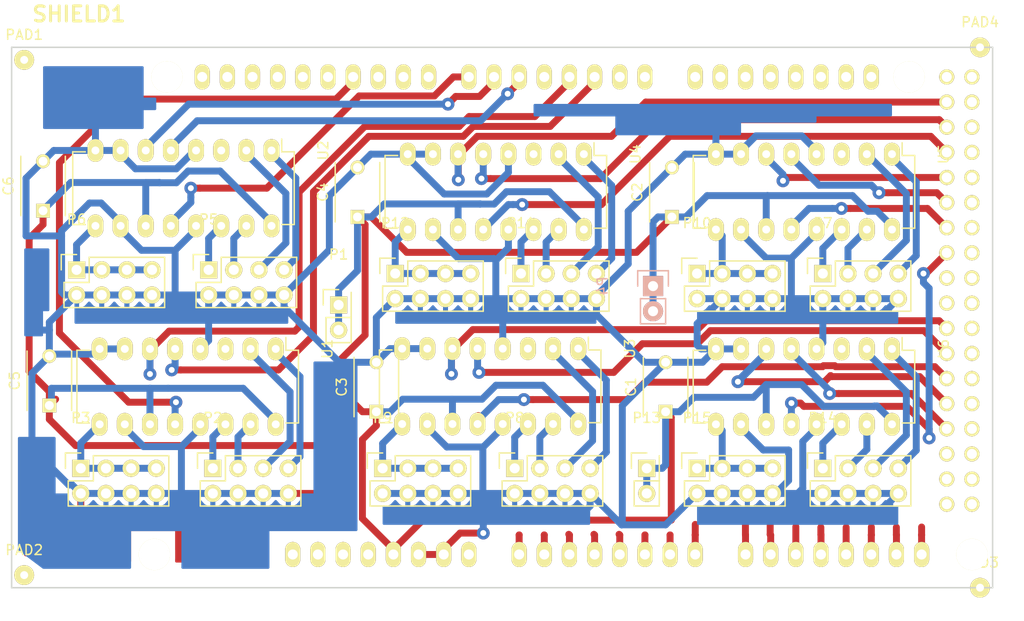
<source format=kicad_pcb>
(kicad_pcb (version 4) (host pcbnew 4.0.2-stable)

  (general
    (links 175)
    (no_connects 2)
    (area 88.824999 77.394999 188.035001 132.155001)
    (thickness 1.6)
    (drawings 4)
    (tracks 645)
    (zones 0)
    (modules 32)
    (nets 122)
  )

  (page A4)
  (layers
    (0 F.Cu signal)
    (31 B.Cu signal)
    (32 B.Adhes user)
    (33 F.Adhes user)
    (34 B.Paste user)
    (35 F.Paste user)
    (36 B.SilkS user)
    (37 F.SilkS user)
    (38 B.Mask user)
    (39 F.Mask user)
    (40 Dwgs.User user)
    (41 Cmts.User user)
    (42 Eco1.User user)
    (43 Eco2.User user)
    (44 Edge.Cuts user)
    (45 Margin user)
    (46 B.CrtYd user)
    (47 F.CrtYd user)
    (48 B.Fab user)
    (49 F.Fab user)
  )

  (setup
    (last_trace_width 0.7)
    (trace_clearance 0.3)
    (zone_clearance 0.508)
    (zone_45_only yes)
    (trace_min 0.2)
    (segment_width 0.2)
    (edge_width 0.15)
    (via_size 1.3)
    (via_drill 0.6)
    (via_min_size 0.4)
    (via_min_drill 0.3)
    (uvia_size 0.3)
    (uvia_drill 0.1)
    (uvias_allowed no)
    (uvia_min_size 0.2)
    (uvia_min_drill 0.1)
    (pcb_text_width 0.3)
    (pcb_text_size 1.5 1.5)
    (mod_edge_width 0.15)
    (mod_text_size 1 1)
    (mod_text_width 0.15)
    (pad_size 5.99948 5.99948)
    (pad_drill 3.175)
    (pad_to_mask_clearance 0.2)
    (aux_axis_origin 103.28 128.75)
    (visible_elements 7FFFFFFF)
    (pcbplotparams
      (layerselection 0x01000_80000001)
      (usegerberextensions false)
      (excludeedgelayer true)
      (linewidth 0.100000)
      (plotframeref false)
      (viasonmask false)
      (mode 1)
      (useauxorigin true)
      (hpglpennumber 1)
      (hpglpenspeed 20)
      (hpglpendiameter 15)
      (hpglpenoverlay 2)
      (psnegative false)
      (psa4output false)
      (plotreference true)
      (plotvalue true)
      (plotinvisibletext false)
      (padsonsilk false)
      (subtractmaskfromsilk false)
      (outputformat 1)
      (mirror false)
      (drillshape 0)
      (scaleselection 1)
      (outputdirectory gerbers/))
  )

  (net 0 "")
  (net 1 +5V)
  (net 2 GND)
  (net 3 "Net-(SHIELD1-Pad4)")
  (net 4 "Net-(SHIELD1-Pad7)")
  (net 5 "Net-(P9-Pad1)")
  (net 6 "Net-(SHIELD1-Pad3)")
  (net 7 "Net-(SHIELD1-Pad5)")
  (net 8 "Net-(SHIELD1-Pad6)")
  (net 9 "Net-(P2-Pad1)")
  (net 10 "Net-(P2-Pad3)")
  (net 11 "Net-(P2-Pad5)")
  (net 12 "Net-(P2-Pad7)")
  (net 13 "Net-(P3-Pad1)")
  (net 14 "Net-(P5-Pad1)")
  (net 15 "Net-(P5-Pad3)")
  (net 16 "Net-(P5-Pad5)")
  (net 17 "Net-(P5-Pad7)")
  (net 18 "Net-(P6-Pad1)")
  (net 19 "Net-(P8-Pad1)")
  (net 20 "Net-(P8-Pad3)")
  (net 21 "Net-(P8-Pad5)")
  (net 22 "Net-(P8-Pad7)")
  (net 23 "Net-(P11-Pad1)")
  (net 24 "Net-(P11-Pad3)")
  (net 25 "Net-(P11-Pad5)")
  (net 26 "Net-(P11-Pad7)")
  (net 27 "Net-(P12-Pad1)")
  (net 28 "Net-(SHIELD1-Pad2)")
  (net 29 "Net-(SHIELD1-Pad22)")
  (net 30 "Net-(SHIELD1-Pad24)")
  (net 31 "Net-(SHIELD1-Pad26)")
  (net 32 "Net-(SHIELD1-Pad28)")
  (net 33 "Net-(SHIELD1-Pad30)")
  (net 34 "Net-(SHIELD1-Pad32)")
  (net 35 "Net-(P7-Pad1)")
  (net 36 "Net-(P7-Pad3)")
  (net 37 "Net-(P7-Pad5)")
  (net 38 "Net-(P7-Pad7)")
  (net 39 "Net-(P10-Pad1)")
  (net 40 "Net-(P14-Pad1)")
  (net 41 "Net-(P14-Pad3)")
  (net 42 "Net-(P14-Pad5)")
  (net 43 "Net-(P14-Pad7)")
  (net 44 "Net-(P15-Pad1)")
  (net 45 "Net-(SHIELD1-Pad40)")
  (net 46 "Net-(SHIELD1-Pad42)")
  (net 47 "Net-(SHIELD1-Pad44)")
  (net 48 "Net-(SHIELD1-Pad46)")
  (net 49 "Net-(SHIELD1-Pad48)")
  (net 50 "Net-(SHIELD1-Pad50)")
  (net 51 "Net-(SHIELD1-Pad14)")
  (net 52 "Net-(SHIELD1-Pad15)")
  (net 53 "Net-(SHIELD1-Pad16)")
  (net 54 "Net-(SHIELD1-Pad17)")
  (net 55 "Net-(SHIELD1-Pad18)")
  (net 56 "Net-(SHIELD1-Pad19)")
  (net 57 "Net-(SHIELD1-Pad20)")
  (net 58 "Net-(SHIELD1-Pad21)")
  (net 59 "Net-(SHIELD1-PadAD15)")
  (net 60 "Net-(SHIELD1-PadAD14)")
  (net 61 "Net-(SHIELD1-PadAD13)")
  (net 62 "Net-(SHIELD1-PadAD12)")
  (net 63 "Net-(SHIELD1-PadAD8)")
  (net 64 "Net-(SHIELD1-PadAD7)")
  (net 65 "Net-(SHIELD1-PadAD6)")
  (net 66 "Net-(SHIELD1-PadAD9)")
  (net 67 "Net-(SHIELD1-PadAD10)")
  (net 68 "Net-(SHIELD1-PadAD11)")
  (net 69 "Net-(SHIELD1-PadAD5)")
  (net 70 "Net-(SHIELD1-PadAD4)")
  (net 71 "Net-(SHIELD1-PadAD3)")
  (net 72 "Net-(SHIELD1-PadAD0)")
  (net 73 "Net-(SHIELD1-PadAD1)")
  (net 74 "Net-(SHIELD1-PadAD2)")
  (net 75 "Net-(SHIELD1-PadV_IN)")
  (net 76 "Net-(SHIELD1-Pad3V3)")
  (net 77 "Net-(SHIELD1-PadRST)")
  (net 78 "Net-(SHIELD1-Pad0)")
  (net 79 "Net-(SHIELD1-Pad1)")
  (net 80 "Net-(SHIELD1-Pad8)")
  (net 81 "Net-(SHIELD1-Pad9)")
  (net 82 "Net-(SHIELD1-Pad10)")
  (net 83 "Net-(SHIELD1-Pad11)")
  (net 84 "Net-(SHIELD1-Pad12)")
  (net 85 "Net-(SHIELD1-Pad13)")
  (net 86 "Net-(SHIELD1-PadGND3)")
  (net 87 "Net-(SHIELD1-PadAREF)")
  (net 88 "Net-(SHIELD1-Pad23)")
  (net 89 "Net-(SHIELD1-Pad25)")
  (net 90 "Net-(SHIELD1-Pad27)")
  (net 91 "Net-(SHIELD1-Pad29)")
  (net 92 "Net-(SHIELD1-Pad5V_4)")
  (net 93 "Net-(SHIELD1-Pad5V_5)")
  (net 94 "Net-(SHIELD1-Pad31)")
  (net 95 "Net-(SHIELD1-Pad33)")
  (net 96 "Net-(SHIELD1-Pad34)")
  (net 97 "Net-(SHIELD1-Pad35)")
  (net 98 "Net-(SHIELD1-Pad36)")
  (net 99 "Net-(SHIELD1-Pad37)")
  (net 100 "Net-(SHIELD1-Pad38)")
  (net 101 "Net-(SHIELD1-Pad39)")
  (net 102 "Net-(SHIELD1-Pad41)")
  (net 103 "Net-(SHIELD1-Pad43)")
  (net 104 "Net-(SHIELD1-Pad45)")
  (net 105 "Net-(SHIELD1-Pad47)")
  (net 106 "Net-(SHIELD1-Pad49)")
  (net 107 "Net-(SHIELD1-Pad51)")
  (net 108 "Net-(SHIELD1-Pad52)")
  (net 109 "Net-(SHIELD1-Pad53)")
  (net 110 "Net-(SHIELD1-PadGND4)")
  (net 111 "Net-(SHIELD1-PadGND5)")
  (net 112 "Net-(SHIELD1-PadIO_R)")
  (net 113 "Net-(SHIELD1-PadNC)")
  (net 114 "Net-(SHIELD1-PadSDA)")
  (net 115 "Net-(SHIELD1-PadSCL)")
  (net 116 "Net-(U1-Pad3)")
  (net 117 "Net-(U2-Pad3)")
  (net 118 "Net-(U3-Pad3)")
  (net 119 "Net-(U4-Pad3)")
  (net 120 "Net-(U5-Pad3)")
  (net 121 "Net-(U6-Pad3)")

  (net_class Default "This is the default net class."
    (clearance 0.3)
    (trace_width 0.7)
    (via_dia 1.3)
    (via_drill 0.6)
    (uvia_dia 0.3)
    (uvia_drill 0.1)
    (add_net +5V)
    (add_net GND)
    (add_net "Net-(P10-Pad1)")
    (add_net "Net-(P11-Pad1)")
    (add_net "Net-(P11-Pad3)")
    (add_net "Net-(P11-Pad5)")
    (add_net "Net-(P11-Pad7)")
    (add_net "Net-(P12-Pad1)")
    (add_net "Net-(P14-Pad1)")
    (add_net "Net-(P14-Pad3)")
    (add_net "Net-(P14-Pad5)")
    (add_net "Net-(P14-Pad7)")
    (add_net "Net-(P15-Pad1)")
    (add_net "Net-(P2-Pad1)")
    (add_net "Net-(P2-Pad3)")
    (add_net "Net-(P2-Pad5)")
    (add_net "Net-(P2-Pad7)")
    (add_net "Net-(P3-Pad1)")
    (add_net "Net-(P5-Pad1)")
    (add_net "Net-(P5-Pad3)")
    (add_net "Net-(P5-Pad5)")
    (add_net "Net-(P5-Pad7)")
    (add_net "Net-(P6-Pad1)")
    (add_net "Net-(P7-Pad1)")
    (add_net "Net-(P7-Pad3)")
    (add_net "Net-(P7-Pad5)")
    (add_net "Net-(P7-Pad7)")
    (add_net "Net-(P8-Pad1)")
    (add_net "Net-(P8-Pad3)")
    (add_net "Net-(P8-Pad5)")
    (add_net "Net-(P8-Pad7)")
    (add_net "Net-(P9-Pad1)")
    (add_net "Net-(SHIELD1-Pad0)")
    (add_net "Net-(SHIELD1-Pad1)")
    (add_net "Net-(SHIELD1-Pad10)")
    (add_net "Net-(SHIELD1-Pad11)")
    (add_net "Net-(SHIELD1-Pad12)")
    (add_net "Net-(SHIELD1-Pad13)")
    (add_net "Net-(SHIELD1-Pad14)")
    (add_net "Net-(SHIELD1-Pad15)")
    (add_net "Net-(SHIELD1-Pad16)")
    (add_net "Net-(SHIELD1-Pad17)")
    (add_net "Net-(SHIELD1-Pad18)")
    (add_net "Net-(SHIELD1-Pad19)")
    (add_net "Net-(SHIELD1-Pad2)")
    (add_net "Net-(SHIELD1-Pad20)")
    (add_net "Net-(SHIELD1-Pad21)")
    (add_net "Net-(SHIELD1-Pad22)")
    (add_net "Net-(SHIELD1-Pad23)")
    (add_net "Net-(SHIELD1-Pad24)")
    (add_net "Net-(SHIELD1-Pad25)")
    (add_net "Net-(SHIELD1-Pad26)")
    (add_net "Net-(SHIELD1-Pad27)")
    (add_net "Net-(SHIELD1-Pad28)")
    (add_net "Net-(SHIELD1-Pad29)")
    (add_net "Net-(SHIELD1-Pad3)")
    (add_net "Net-(SHIELD1-Pad30)")
    (add_net "Net-(SHIELD1-Pad31)")
    (add_net "Net-(SHIELD1-Pad32)")
    (add_net "Net-(SHIELD1-Pad33)")
    (add_net "Net-(SHIELD1-Pad34)")
    (add_net "Net-(SHIELD1-Pad35)")
    (add_net "Net-(SHIELD1-Pad36)")
    (add_net "Net-(SHIELD1-Pad37)")
    (add_net "Net-(SHIELD1-Pad38)")
    (add_net "Net-(SHIELD1-Pad39)")
    (add_net "Net-(SHIELD1-Pad3V3)")
    (add_net "Net-(SHIELD1-Pad4)")
    (add_net "Net-(SHIELD1-Pad40)")
    (add_net "Net-(SHIELD1-Pad41)")
    (add_net "Net-(SHIELD1-Pad42)")
    (add_net "Net-(SHIELD1-Pad43)")
    (add_net "Net-(SHIELD1-Pad44)")
    (add_net "Net-(SHIELD1-Pad45)")
    (add_net "Net-(SHIELD1-Pad46)")
    (add_net "Net-(SHIELD1-Pad47)")
    (add_net "Net-(SHIELD1-Pad48)")
    (add_net "Net-(SHIELD1-Pad49)")
    (add_net "Net-(SHIELD1-Pad5)")
    (add_net "Net-(SHIELD1-Pad50)")
    (add_net "Net-(SHIELD1-Pad51)")
    (add_net "Net-(SHIELD1-Pad52)")
    (add_net "Net-(SHIELD1-Pad53)")
    (add_net "Net-(SHIELD1-Pad5V_4)")
    (add_net "Net-(SHIELD1-Pad5V_5)")
    (add_net "Net-(SHIELD1-Pad6)")
    (add_net "Net-(SHIELD1-Pad7)")
    (add_net "Net-(SHIELD1-Pad8)")
    (add_net "Net-(SHIELD1-Pad9)")
    (add_net "Net-(SHIELD1-PadAD0)")
    (add_net "Net-(SHIELD1-PadAD1)")
    (add_net "Net-(SHIELD1-PadAD10)")
    (add_net "Net-(SHIELD1-PadAD11)")
    (add_net "Net-(SHIELD1-PadAD12)")
    (add_net "Net-(SHIELD1-PadAD13)")
    (add_net "Net-(SHIELD1-PadAD14)")
    (add_net "Net-(SHIELD1-PadAD15)")
    (add_net "Net-(SHIELD1-PadAD2)")
    (add_net "Net-(SHIELD1-PadAD3)")
    (add_net "Net-(SHIELD1-PadAD4)")
    (add_net "Net-(SHIELD1-PadAD5)")
    (add_net "Net-(SHIELD1-PadAD6)")
    (add_net "Net-(SHIELD1-PadAD7)")
    (add_net "Net-(SHIELD1-PadAD8)")
    (add_net "Net-(SHIELD1-PadAD9)")
    (add_net "Net-(SHIELD1-PadAREF)")
    (add_net "Net-(SHIELD1-PadGND3)")
    (add_net "Net-(SHIELD1-PadGND4)")
    (add_net "Net-(SHIELD1-PadGND5)")
    (add_net "Net-(SHIELD1-PadIO_R)")
    (add_net "Net-(SHIELD1-PadNC)")
    (add_net "Net-(SHIELD1-PadRST)")
    (add_net "Net-(SHIELD1-PadSCL)")
    (add_net "Net-(SHIELD1-PadSDA)")
    (add_net "Net-(SHIELD1-PadV_IN)")
    (add_net "Net-(U1-Pad3)")
    (add_net "Net-(U2-Pad3)")
    (add_net "Net-(U3-Pad3)")
    (add_net "Net-(U4-Pad3)")
    (add_net "Net-(U5-Pad3)")
    (add_net "Net-(U6-Pad3)")
  )

  (module freetronics_footprints:ARDUINO_MEGA_SHIELD locked (layer F.Cu) (tedit 56CBA0E8) (tstamp 56CBA576)
    (at 89.35 131.264)
    (descr http://www.thingiverse.com/thing:9630)
    (path /56C56CCF)
    (fp_text reference SHIELD1 (at 6.35 -57.15) (layer F.SilkS)
      (effects (font (thickness 0.3048)))
    )
    (fp_text value ARDUINO_SHIELD (at 13.97 -54.61) (layer F.SilkS) hide
      (effects (font (thickness 0.3048)))
    )
    (fp_line (start 0 -12.7) (end 12.065 -12.7) (layer Cmts.User) (width 0.127))
    (fp_line (start 12.065 -12.7) (end 12.065 0) (layer Cmts.User) (width 0.127))
    (fp_line (start 99.06 0) (end 0 0) (layer Cmts.User) (width 0.381))
    (fp_line (start 97.79 -53.34) (end 0 -53.34) (layer Cmts.User) (width 0.381))
    (fp_line (start 99.06 -40.64) (end 99.06 -52.07) (layer Cmts.User) (width 0.381))
    (fp_line (start 99.06 -52.07) (end 97.79 -53.34) (layer Cmts.User) (width 0.381))
    (fp_line (start 0 0) (end 0 -53.34) (layer Cmts.User) (width 0.381))
    (fp_line (start 99.06 -40.64) (end 101.6 -38.1) (layer Cmts.User) (width 0.381))
    (fp_line (start 101.6 -38.1) (end 101.6 -5.08) (layer Cmts.User) (width 0.381))
    (fp_line (start 101.6 -5.08) (end 99.06 -2.54) (layer Cmts.User) (width 0.381))
    (fp_line (start 99.06 -2.54) (end 99.06 0) (layer Cmts.User) (width 0.381))
    (pad 14 thru_hole oval (at 68.58 -50.8 90) (size 2.54 1.524) (drill 1.016) (layers *.Cu *.Mask F.SilkS)
      (net 51 "Net-(SHIELD1-Pad14)"))
    (pad 15 thru_hole oval (at 71.12 -50.8 90) (size 2.54 1.524) (drill 1.016) (layers *.Cu *.Mask F.SilkS)
      (net 52 "Net-(SHIELD1-Pad15)"))
    (pad 16 thru_hole oval (at 73.66 -50.8 90) (size 2.54 1.524) (drill 1.016) (layers *.Cu *.Mask F.SilkS)
      (net 53 "Net-(SHIELD1-Pad16)"))
    (pad 17 thru_hole oval (at 76.2 -50.8 90) (size 2.54 1.524) (drill 1.016) (layers *.Cu *.Mask F.SilkS)
      (net 54 "Net-(SHIELD1-Pad17)"))
    (pad 18 thru_hole oval (at 78.74 -50.8 90) (size 2.54 1.524) (drill 1.016) (layers *.Cu *.Mask F.SilkS)
      (net 55 "Net-(SHIELD1-Pad18)"))
    (pad 19 thru_hole oval (at 81.28 -50.8 90) (size 2.54 1.524) (drill 1.016) (layers *.Cu *.Mask F.SilkS)
      (net 56 "Net-(SHIELD1-Pad19)"))
    (pad 20 thru_hole oval (at 83.82 -50.8 90) (size 2.54 1.524) (drill 1.016) (layers *.Cu *.Mask F.SilkS)
      (net 57 "Net-(SHIELD1-Pad20)"))
    (pad 21 thru_hole oval (at 86.36 -50.8 90) (size 2.54 1.524) (drill 1.016) (layers *.Cu *.Mask F.SilkS)
      (net 58 "Net-(SHIELD1-Pad21)"))
    (pad AD15 thru_hole oval (at 91.44 -2.54 90) (size 2.54 1.524) (drill 1.016) (layers *.Cu *.Mask F.SilkS)
      (net 59 "Net-(SHIELD1-PadAD15)"))
    (pad AD14 thru_hole oval (at 88.9 -2.54 90) (size 2.54 1.524) (drill 1.016) (layers *.Cu *.Mask F.SilkS)
      (net 60 "Net-(SHIELD1-PadAD14)"))
    (pad AD13 thru_hole oval (at 86.36 -2.54 90) (size 2.54 1.524) (drill 1.016) (layers *.Cu *.Mask F.SilkS)
      (net 61 "Net-(SHIELD1-PadAD13)"))
    (pad AD12 thru_hole oval (at 83.82 -2.54 90) (size 2.54 1.524) (drill 1.016) (layers *.Cu *.Mask F.SilkS)
      (net 62 "Net-(SHIELD1-PadAD12)"))
    (pad AD8 thru_hole oval (at 73.66 -2.54 90) (size 2.54 1.524) (drill 1.016) (layers *.Cu *.Mask F.SilkS)
      (net 63 "Net-(SHIELD1-PadAD8)"))
    (pad AD7 thru_hole oval (at 68.58 -2.54 90) (size 2.54 1.524) (drill 1.016) (layers *.Cu *.Mask F.SilkS)
      (net 64 "Net-(SHIELD1-PadAD7)"))
    (pad AD6 thru_hole oval (at 66.04 -2.54 90) (size 2.54 1.524) (drill 1.016) (layers *.Cu *.Mask F.SilkS)
      (net 65 "Net-(SHIELD1-PadAD6)"))
    (pad AD9 thru_hole oval (at 76.2 -2.54 90) (size 2.54 1.524) (drill 1.016) (layers *.Cu *.Mask F.SilkS)
      (net 66 "Net-(SHIELD1-PadAD9)"))
    (pad AD10 thru_hole oval (at 78.74 -2.54 90) (size 2.54 1.524) (drill 1.016) (layers *.Cu *.Mask F.SilkS)
      (net 67 "Net-(SHIELD1-PadAD10)"))
    (pad AD11 thru_hole oval (at 81.28 -2.54 90) (size 2.54 1.524) (drill 1.016) (layers *.Cu *.Mask F.SilkS)
      (net 68 "Net-(SHIELD1-PadAD11)"))
    (pad AD5 thru_hole oval (at 63.5 -2.54 90) (size 2.54 1.524) (drill 1.016) (layers *.Cu *.Mask F.SilkS)
      (net 69 "Net-(SHIELD1-PadAD5)"))
    (pad AD4 thru_hole oval (at 60.96 -2.54 90) (size 2.54 1.524) (drill 1.016) (layers *.Cu *.Mask F.SilkS)
      (net 70 "Net-(SHIELD1-PadAD4)"))
    (pad AD3 thru_hole oval (at 58.42 -2.54 90) (size 2.54 1.524) (drill 1.016) (layers *.Cu *.Mask F.SilkS)
      (net 71 "Net-(SHIELD1-PadAD3)"))
    (pad AD0 thru_hole oval (at 50.8 -2.54 90) (size 2.54 1.524) (drill 1.016) (layers *.Cu *.Mask F.SilkS)
      (net 72 "Net-(SHIELD1-PadAD0)"))
    (pad AD1 thru_hole oval (at 53.34 -2.54 90) (size 2.54 1.524) (drill 1.016) (layers *.Cu *.Mask F.SilkS)
      (net 73 "Net-(SHIELD1-PadAD1)"))
    (pad AD2 thru_hole oval (at 55.88 -2.54 90) (size 2.54 1.524) (drill 1.016) (layers *.Cu *.Mask F.SilkS)
      (net 74 "Net-(SHIELD1-PadAD2)"))
    (pad V_IN thru_hole oval (at 45.72 -2.54 90) (size 2.54 1.524) (drill 1.016) (layers *.Cu *.Mask F.SilkS)
      (net 75 "Net-(SHIELD1-PadV_IN)"))
    (pad GND2 thru_hole oval (at 43.18 -2.54 90) (size 2.54 1.524) (drill 1.016) (layers *.Cu *.Mask F.SilkS)
      (net 2 GND))
    (pad GND1 thru_hole oval (at 40.64 -2.54 90) (size 2.54 1.524) (drill 1.016) (layers *.Cu *.Mask F.SilkS)
      (net 2 GND))
    (pad 3V3 thru_hole oval (at 35.56 -2.54 90) (size 2.54 1.524) (drill 1.016) (layers *.Cu *.Mask F.SilkS)
      (net 76 "Net-(SHIELD1-Pad3V3)"))
    (pad RST thru_hole oval (at 33.02 -2.54 90) (size 2.54 1.524) (drill 1.016) (layers *.Cu *.Mask F.SilkS)
      (net 77 "Net-(SHIELD1-PadRST)"))
    (pad 0 thru_hole oval (at 63.5 -50.8 90) (size 2.54 1.524) (drill 1.016) (layers *.Cu *.Mask F.SilkS)
      (net 78 "Net-(SHIELD1-Pad0)"))
    (pad 1 thru_hole oval (at 60.96 -50.8 90) (size 2.54 1.524) (drill 1.016) (layers *.Cu *.Mask F.SilkS)
      (net 79 "Net-(SHIELD1-Pad1)"))
    (pad 2 thru_hole oval (at 58.42 -50.8 90) (size 2.54 1.524) (drill 1.016) (layers *.Cu *.Mask F.SilkS)
      (net 28 "Net-(SHIELD1-Pad2)"))
    (pad 3 thru_hole oval (at 55.88 -50.8 90) (size 2.54 1.524) (drill 1.016) (layers *.Cu *.Mask F.SilkS)
      (net 6 "Net-(SHIELD1-Pad3)"))
    (pad 4 thru_hole oval (at 53.34 -50.8 90) (size 2.54 1.524) (drill 1.016) (layers *.Cu *.Mask F.SilkS)
      (net 3 "Net-(SHIELD1-Pad4)"))
    (pad 5 thru_hole oval (at 50.8 -50.8 90) (size 2.54 1.524) (drill 1.016) (layers *.Cu *.Mask F.SilkS)
      (net 7 "Net-(SHIELD1-Pad5)"))
    (pad 6 thru_hole oval (at 48.26 -50.8 90) (size 2.54 1.524) (drill 1.016) (layers *.Cu *.Mask F.SilkS)
      (net 8 "Net-(SHIELD1-Pad6)"))
    (pad 7 thru_hole oval (at 45.72 -50.8 90) (size 2.54 1.524) (drill 1.016) (layers *.Cu *.Mask F.SilkS)
      (net 4 "Net-(SHIELD1-Pad7)"))
    (pad 8 thru_hole oval (at 41.656 -50.8 90) (size 2.54 1.524) (drill 1.016) (layers *.Cu *.Mask F.SilkS)
      (net 80 "Net-(SHIELD1-Pad8)"))
    (pad 9 thru_hole oval (at 39.116 -50.8 90) (size 2.54 1.524) (drill 1.016) (layers *.Cu *.Mask F.SilkS)
      (net 81 "Net-(SHIELD1-Pad9)"))
    (pad 10 thru_hole oval (at 36.576 -50.8 90) (size 2.54 1.524) (drill 1.016) (layers *.Cu *.Mask F.SilkS)
      (net 82 "Net-(SHIELD1-Pad10)"))
    (pad 11 thru_hole oval (at 34.036 -50.8 90) (size 2.54 1.524) (drill 1.016) (layers *.Cu *.Mask F.SilkS)
      (net 83 "Net-(SHIELD1-Pad11)"))
    (pad 12 thru_hole oval (at 31.496 -50.8 90) (size 2.54 1.524) (drill 1.016) (layers *.Cu *.Mask F.SilkS)
      (net 84 "Net-(SHIELD1-Pad12)"))
    (pad 13 thru_hole oval (at 28.956 -50.8 90) (size 2.54 1.524) (drill 1.016) (layers *.Cu *.Mask F.SilkS)
      (net 85 "Net-(SHIELD1-Pad13)"))
    (pad GND3 thru_hole oval (at 26.416 -50.8 90) (size 2.54 1.524) (drill 1.016) (layers *.Cu *.Mask F.SilkS)
      (net 86 "Net-(SHIELD1-PadGND3)"))
    (pad AREF thru_hole oval (at 23.876 -50.8 90) (size 2.54 1.524) (drill 1.016) (layers *.Cu *.Mask F.SilkS)
      (net 87 "Net-(SHIELD1-PadAREF)"))
    (pad 5V thru_hole oval (at 38.1 -2.54 90) (size 2.54 1.524) (drill 1.016) (layers *.Cu *.Mask F.SilkS)
      (net 1 +5V))
    (pad "" np_thru_hole circle (at 96.52 -2.54 90) (size 3.175 3.175) (drill 3.175) (layers *.Cu *.Mask F.SilkS))
    (pad "" np_thru_hole circle (at 90.17 -50.8 90) (size 3.175 3.175) (drill 3.175) (layers *.Cu *.Mask F.SilkS))
    (pad "" np_thru_hole circle (at 15.24 -50.8 90) (size 3.175 3.175) (drill 3.175) (layers *.Cu *.Mask F.SilkS))
    (pad "" np_thru_hole circle (at 13.97 -2.54 90) (size 3.175 3.175) (drill 3.175) (layers *.Cu *.Mask F.SilkS))
    (pad 22 thru_hole circle (at 93.98 -48.26) (size 1.524 1.524) (drill 1.016) (layers *.Cu *.Mask F.SilkS)
      (net 29 "Net-(SHIELD1-Pad22)"))
    (pad 23 thru_hole circle (at 96.52 -48.26) (size 1.524 1.524) (drill 1.016) (layers *.Cu *.Mask F.SilkS)
      (net 88 "Net-(SHIELD1-Pad23)"))
    (pad 24 thru_hole circle (at 93.98 -45.72) (size 1.524 1.524) (drill 1.016) (layers *.Cu *.Mask F.SilkS)
      (net 30 "Net-(SHIELD1-Pad24)"))
    (pad 25 thru_hole circle (at 96.52 -45.72) (size 1.524 1.524) (drill 1.016) (layers *.Cu *.Mask F.SilkS)
      (net 89 "Net-(SHIELD1-Pad25)"))
    (pad 26 thru_hole circle (at 93.98 -43.18) (size 1.524 1.524) (drill 1.016) (layers *.Cu *.Mask F.SilkS)
      (net 31 "Net-(SHIELD1-Pad26)"))
    (pad 27 thru_hole circle (at 96.52 -43.18) (size 1.524 1.524) (drill 1.016) (layers *.Cu *.Mask F.SilkS)
      (net 90 "Net-(SHIELD1-Pad27)"))
    (pad 28 thru_hole circle (at 93.98 -40.64) (size 1.524 1.524) (drill 1.016) (layers *.Cu *.Mask F.SilkS)
      (net 32 "Net-(SHIELD1-Pad28)"))
    (pad 29 thru_hole circle (at 96.52 -40.64) (size 1.524 1.524) (drill 1.016) (layers *.Cu *.Mask F.SilkS)
      (net 91 "Net-(SHIELD1-Pad29)"))
    (pad 5V_4 thru_hole circle (at 93.98 -50.8) (size 1.524 1.524) (drill 1.016) (layers *.Cu *.Mask F.SilkS)
      (net 92 "Net-(SHIELD1-Pad5V_4)"))
    (pad 5V_5 thru_hole circle (at 96.52 -50.8) (size 1.524 1.524) (drill 1.016) (layers *.Cu *.Mask F.SilkS)
      (net 93 "Net-(SHIELD1-Pad5V_5)"))
    (pad 31 thru_hole circle (at 96.52 -38.1) (size 1.524 1.524) (drill 1.016) (layers *.Cu *.Mask F.SilkS)
      (net 94 "Net-(SHIELD1-Pad31)"))
    (pad 30 thru_hole circle (at 93.98 -38.1) (size 1.524 1.524) (drill 1.016) (layers *.Cu *.Mask F.SilkS)
      (net 33 "Net-(SHIELD1-Pad30)"))
    (pad 32 thru_hole circle (at 93.98 -35.56) (size 1.524 1.524) (drill 1.016) (layers *.Cu *.Mask F.SilkS)
      (net 34 "Net-(SHIELD1-Pad32)"))
    (pad 33 thru_hole circle (at 96.52 -35.56) (size 1.524 1.524) (drill 1.016) (layers *.Cu *.Mask F.SilkS)
      (net 95 "Net-(SHIELD1-Pad33)"))
    (pad 34 thru_hole circle (at 93.98 -33.02) (size 1.524 1.524) (drill 1.016) (layers *.Cu *.Mask F.SilkS)
      (net 96 "Net-(SHIELD1-Pad34)"))
    (pad 35 thru_hole circle (at 96.52 -33.02) (size 1.524 1.524) (drill 1.016) (layers *.Cu *.Mask F.SilkS)
      (net 97 "Net-(SHIELD1-Pad35)"))
    (pad 36 thru_hole circle (at 93.98 -30.48) (size 1.524 1.524) (drill 1.016) (layers *.Cu *.Mask F.SilkS)
      (net 98 "Net-(SHIELD1-Pad36)"))
    (pad 37 thru_hole circle (at 96.52 -30.48) (size 1.524 1.524) (drill 1.016) (layers *.Cu *.Mask F.SilkS)
      (net 99 "Net-(SHIELD1-Pad37)"))
    (pad 38 thru_hole circle (at 93.98 -27.94) (size 1.524 1.524) (drill 1.016) (layers *.Cu *.Mask F.SilkS)
      (net 100 "Net-(SHIELD1-Pad38)"))
    (pad 39 thru_hole circle (at 96.52 -27.94) (size 1.524 1.524) (drill 1.016) (layers *.Cu *.Mask F.SilkS)
      (net 101 "Net-(SHIELD1-Pad39)"))
    (pad 40 thru_hole circle (at 93.98 -25.4) (size 1.524 1.524) (drill 1.016) (layers *.Cu *.Mask F.SilkS)
      (net 45 "Net-(SHIELD1-Pad40)"))
    (pad 41 thru_hole circle (at 96.52 -25.4) (size 1.524 1.524) (drill 1.016) (layers *.Cu *.Mask F.SilkS)
      (net 102 "Net-(SHIELD1-Pad41)"))
    (pad 42 thru_hole circle (at 93.98 -22.86) (size 1.524 1.524) (drill 1.016) (layers *.Cu *.Mask F.SilkS)
      (net 46 "Net-(SHIELD1-Pad42)"))
    (pad 43 thru_hole circle (at 96.52 -22.86) (size 1.524 1.524) (drill 1.016) (layers *.Cu *.Mask F.SilkS)
      (net 103 "Net-(SHIELD1-Pad43)"))
    (pad 44 thru_hole circle (at 93.98 -20.32) (size 1.524 1.524) (drill 1.016) (layers *.Cu *.Mask F.SilkS)
      (net 47 "Net-(SHIELD1-Pad44)"))
    (pad 45 thru_hole circle (at 96.52 -20.32) (size 1.524 1.524) (drill 1.016) (layers *.Cu *.Mask F.SilkS)
      (net 104 "Net-(SHIELD1-Pad45)"))
    (pad 46 thru_hole circle (at 93.98 -17.78) (size 1.524 1.524) (drill 1.016) (layers *.Cu *.Mask F.SilkS)
      (net 48 "Net-(SHIELD1-Pad46)"))
    (pad 47 thru_hole circle (at 96.52 -17.78) (size 1.524 1.524) (drill 1.016) (layers *.Cu *.Mask F.SilkS)
      (net 105 "Net-(SHIELD1-Pad47)"))
    (pad 48 thru_hole circle (at 93.98 -15.24) (size 1.524 1.524) (drill 1.016) (layers *.Cu *.Mask F.SilkS)
      (net 49 "Net-(SHIELD1-Pad48)"))
    (pad 49 thru_hole circle (at 96.52 -15.24) (size 1.524 1.524) (drill 1.016) (layers *.Cu *.Mask F.SilkS)
      (net 106 "Net-(SHIELD1-Pad49)"))
    (pad 50 thru_hole circle (at 93.98 -12.7) (size 1.524 1.524) (drill 1.016) (layers *.Cu *.Mask F.SilkS)
      (net 50 "Net-(SHIELD1-Pad50)"))
    (pad 51 thru_hole circle (at 96.52 -12.7) (size 1.524 1.524) (drill 1.016) (layers *.Cu *.Mask F.SilkS)
      (net 107 "Net-(SHIELD1-Pad51)"))
    (pad 52 thru_hole circle (at 93.98 -10.16) (size 1.524 1.524) (drill 1.016) (layers *.Cu *.Mask F.SilkS)
      (net 108 "Net-(SHIELD1-Pad52)"))
    (pad 53 thru_hole circle (at 96.52 -10.16) (size 1.524 1.524) (drill 1.016) (layers *.Cu *.Mask F.SilkS)
      (net 109 "Net-(SHIELD1-Pad53)"))
    (pad GND4 thru_hole circle (at 93.98 -7.62) (size 1.524 1.524) (drill 1.016) (layers *.Cu *.Mask F.SilkS)
      (net 110 "Net-(SHIELD1-PadGND4)"))
    (pad GND5 thru_hole circle (at 96.52 -7.62) (size 1.524 1.524) (drill 1.016) (layers *.Cu *.Mask F.SilkS)
      (net 111 "Net-(SHIELD1-PadGND5)"))
    (pad IO_R thru_hole oval (at 30.48 -2.54 90) (size 2.54 1.524) (drill 1.016) (layers *.Cu *.Mask F.SilkS)
      (net 112 "Net-(SHIELD1-PadIO_R)"))
    (pad NC thru_hole oval (at 27.94 -2.54 90) (size 2.54 1.524) (drill 1.016) (layers *.Cu *.Mask F.SilkS)
      (net 113 "Net-(SHIELD1-PadNC)"))
    (pad SDA thru_hole oval (at 21.336 -50.8 90) (size 2.54 1.524) (drill 1.016) (layers *.Cu *.Mask F.SilkS)
      (net 114 "Net-(SHIELD1-PadSDA)"))
    (pad SCL thru_hole oval (at 18.796 -50.8 90) (size 2.54 1.524) (drill 1.016) (layers *.Cu *.Mask F.SilkS)
      (net 115 "Net-(SHIELD1-PadSCL)"))
    (model packages3d\nick\ArduinoMegaShield.wrl
      (at (xyz 0 0 0))
      (scale (xyz 1 1 1))
      (rotate (xyz 0 0 0))
    )
  )

  (module Housings_DIP:DIP-16_W7.62mm_LongPads (layer F.Cu) (tedit 54130A77) (tstamp 569E9E71)
    (at 115.57 107.95 270)
    (descr "16-lead dip package, row spacing 7.62 mm (300 mils), longer pads")
    (tags "dil dip 2.54 300")
    (path /568C8D96)
    (fp_text reference U1 (at 0 -5.22 270) (layer F.SilkS)
      (effects (font (size 1 1) (thickness 0.15)))
    )
    (fp_text value UTI (at 0 -3.72 270) (layer F.Fab)
      (effects (font (size 1 1) (thickness 0.15)))
    )
    (fp_line (start -1.4 -2.45) (end -1.4 20.25) (layer F.CrtYd) (width 0.05))
    (fp_line (start 9 -2.45) (end 9 20.25) (layer F.CrtYd) (width 0.05))
    (fp_line (start -1.4 -2.45) (end 9 -2.45) (layer F.CrtYd) (width 0.05))
    (fp_line (start -1.4 20.25) (end 9 20.25) (layer F.CrtYd) (width 0.05))
    (fp_line (start 0.135 -2.295) (end 0.135 -1.025) (layer F.SilkS) (width 0.15))
    (fp_line (start 7.485 -2.295) (end 7.485 -1.025) (layer F.SilkS) (width 0.15))
    (fp_line (start 7.485 20.075) (end 7.485 18.805) (layer F.SilkS) (width 0.15))
    (fp_line (start 0.135 20.075) (end 0.135 18.805) (layer F.SilkS) (width 0.15))
    (fp_line (start 0.135 -2.295) (end 7.485 -2.295) (layer F.SilkS) (width 0.15))
    (fp_line (start 0.135 20.075) (end 7.485 20.075) (layer F.SilkS) (width 0.15))
    (fp_line (start 0.135 -1.025) (end -1.15 -1.025) (layer F.SilkS) (width 0.15))
    (pad 1 thru_hole oval (at 0 0 270) (size 2.3 1.6) (drill 0.8) (layers *.Cu *.Mask F.SilkS)
      (net 12 "Net-(P2-Pad7)"))
    (pad 2 thru_hole oval (at 0 2.54 270) (size 2.3 1.6) (drill 0.8) (layers *.Cu *.Mask F.SilkS)
      (net 11 "Net-(P2-Pad5)"))
    (pad 3 thru_hole oval (at 0 5.08 270) (size 2.3 1.6) (drill 0.8) (layers *.Cu *.Mask F.SilkS)
      (net 116 "Net-(U1-Pad3)"))
    (pad 4 thru_hole oval (at 0 7.62 270) (size 2.3 1.6) (drill 0.8) (layers *.Cu *.Mask F.SilkS)
      (net 2 GND))
    (pad 5 thru_hole oval (at 0 10.16 270) (size 2.3 1.6) (drill 0.8) (layers *.Cu *.Mask F.SilkS)
      (net 28 "Net-(SHIELD1-Pad2)"))
    (pad 6 thru_hole oval (at 0 12.7 270) (size 2.3 1.6) (drill 0.8) (layers *.Cu *.Mask F.SilkS)
      (net 6 "Net-(SHIELD1-Pad3)"))
    (pad 7 thru_hole oval (at 0 15.24 270) (size 2.3 1.6) (drill 0.8) (layers *.Cu *.Mask F.SilkS)
      (net 2 GND))
    (pad 8 thru_hole oval (at 0 17.78 270) (size 2.3 1.6) (drill 0.8) (layers *.Cu *.Mask F.SilkS)
      (net 2 GND))
    (pad 9 thru_hole oval (at 7.62 17.78 270) (size 2.3 1.6) (drill 0.8) (layers *.Cu *.Mask F.SilkS)
      (net 13 "Net-(P3-Pad1)"))
    (pad 10 thru_hole oval (at 7.62 15.24 270) (size 2.3 1.6) (drill 0.8) (layers *.Cu *.Mask F.SilkS)
      (net 2 GND))
    (pad 11 thru_hole oval (at 7.62 12.7 270) (size 2.3 1.6) (drill 0.8) (layers *.Cu *.Mask F.SilkS)
      (net 1 +5V))
    (pad 12 thru_hole oval (at 7.62 10.16 270) (size 2.3 1.6) (drill 0.8) (layers *.Cu *.Mask F.SilkS)
      (net 83 "Net-(SHIELD1-Pad11)"))
    (pad 13 thru_hole oval (at 7.62 7.62 270) (size 2.3 1.6) (drill 0.8) (layers *.Cu *.Mask F.SilkS)
      (net 2 GND))
    (pad 14 thru_hole oval (at 7.62 5.08 270) (size 2.3 1.6) (drill 0.8) (layers *.Cu *.Mask F.SilkS)
      (net 9 "Net-(P2-Pad1)"))
    (pad 15 thru_hole oval (at 7.62 2.54 270) (size 2.3 1.6) (drill 0.8) (layers *.Cu *.Mask F.SilkS)
      (net 10 "Net-(P2-Pad3)"))
    (pad 16 thru_hole oval (at 7.62 0 270) (size 2.3 1.6) (drill 0.8) (layers *.Cu *.Mask F.SilkS)
      (net 1 +5V))
    (model Housings_DIP.3dshapes/DIP-16_W7.62mm_LongPads.wrl
      (at (xyz 0 0 0))
      (scale (xyz 1 1 1))
      (rotate (xyz 0 0 0))
    )
  )

  (module Housings_DIP:DIP-16_W7.62mm_LongPads (layer F.Cu) (tedit 54130A77) (tstamp 569E9E84)
    (at 115.145 87.895 270)
    (descr "16-lead dip package, row spacing 7.62 mm (300 mils), longer pads")
    (tags "dil dip 2.54 300")
    (path /56C55A46)
    (fp_text reference U2 (at 0 -5.22 270) (layer F.SilkS)
      (effects (font (size 1 1) (thickness 0.15)))
    )
    (fp_text value UTI (at 0 -3.72 270) (layer F.Fab)
      (effects (font (size 1 1) (thickness 0.15)))
    )
    (fp_line (start -1.4 -2.45) (end -1.4 20.25) (layer F.CrtYd) (width 0.05))
    (fp_line (start 9 -2.45) (end 9 20.25) (layer F.CrtYd) (width 0.05))
    (fp_line (start -1.4 -2.45) (end 9 -2.45) (layer F.CrtYd) (width 0.05))
    (fp_line (start -1.4 20.25) (end 9 20.25) (layer F.CrtYd) (width 0.05))
    (fp_line (start 0.135 -2.295) (end 0.135 -1.025) (layer F.SilkS) (width 0.15))
    (fp_line (start 7.485 -2.295) (end 7.485 -1.025) (layer F.SilkS) (width 0.15))
    (fp_line (start 7.485 20.075) (end 7.485 18.805) (layer F.SilkS) (width 0.15))
    (fp_line (start 0.135 20.075) (end 0.135 18.805) (layer F.SilkS) (width 0.15))
    (fp_line (start 0.135 -2.295) (end 7.485 -2.295) (layer F.SilkS) (width 0.15))
    (fp_line (start 0.135 20.075) (end 7.485 20.075) (layer F.SilkS) (width 0.15))
    (fp_line (start 0.135 -1.025) (end -1.15 -1.025) (layer F.SilkS) (width 0.15))
    (pad 1 thru_hole oval (at 0 0 270) (size 2.3 1.6) (drill 0.8) (layers *.Cu *.Mask F.SilkS)
      (net 17 "Net-(P5-Pad7)"))
    (pad 2 thru_hole oval (at 0 2.54 270) (size 2.3 1.6) (drill 0.8) (layers *.Cu *.Mask F.SilkS)
      (net 16 "Net-(P5-Pad5)"))
    (pad 3 thru_hole oval (at 0 5.08 270) (size 2.3 1.6) (drill 0.8) (layers *.Cu *.Mask F.SilkS)
      (net 117 "Net-(U2-Pad3)"))
    (pad 4 thru_hole oval (at 0 7.62 270) (size 2.3 1.6) (drill 0.8) (layers *.Cu *.Mask F.SilkS)
      (net 2 GND))
    (pad 5 thru_hole oval (at 0 10.16 270) (size 2.3 1.6) (drill 0.8) (layers *.Cu *.Mask F.SilkS)
      (net 7 "Net-(SHIELD1-Pad5)"))
    (pad 6 thru_hole oval (at 0 12.7 270) (size 2.3 1.6) (drill 0.8) (layers *.Cu *.Mask F.SilkS)
      (net 8 "Net-(SHIELD1-Pad6)"))
    (pad 7 thru_hole oval (at 0 15.24 270) (size 2.3 1.6) (drill 0.8) (layers *.Cu *.Mask F.SilkS)
      (net 2 GND))
    (pad 8 thru_hole oval (at 0 17.78 270) (size 2.3 1.6) (drill 0.8) (layers *.Cu *.Mask F.SilkS)
      (net 2 GND))
    (pad 9 thru_hole oval (at 7.62 17.78 270) (size 2.3 1.6) (drill 0.8) (layers *.Cu *.Mask F.SilkS)
      (net 18 "Net-(P6-Pad1)"))
    (pad 10 thru_hole oval (at 7.62 15.24 270) (size 2.3 1.6) (drill 0.8) (layers *.Cu *.Mask F.SilkS)
      (net 2 GND))
    (pad 11 thru_hole oval (at 7.62 12.7 270) (size 2.3 1.6) (drill 0.8) (layers *.Cu *.Mask F.SilkS)
      (net 1 +5V))
    (pad 12 thru_hole oval (at 7.62 10.16 270) (size 2.3 1.6) (drill 0.8) (layers *.Cu *.Mask F.SilkS)
      (net 4 "Net-(SHIELD1-Pad7)"))
    (pad 13 thru_hole oval (at 7.62 7.62 270) (size 2.3 1.6) (drill 0.8) (layers *.Cu *.Mask F.SilkS)
      (net 2 GND))
    (pad 14 thru_hole oval (at 7.62 5.08 270) (size 2.3 1.6) (drill 0.8) (layers *.Cu *.Mask F.SilkS)
      (net 14 "Net-(P5-Pad1)"))
    (pad 15 thru_hole oval (at 7.62 2.54 270) (size 2.3 1.6) (drill 0.8) (layers *.Cu *.Mask F.SilkS)
      (net 15 "Net-(P5-Pad3)"))
    (pad 16 thru_hole oval (at 7.62 0 270) (size 2.3 1.6) (drill 0.8) (layers *.Cu *.Mask F.SilkS)
      (net 1 +5V))
    (model Housings_DIP.3dshapes/DIP-16_W7.62mm_LongPads.wrl
      (at (xyz 0 0 0))
      (scale (xyz 1 1 1))
      (rotate (xyz 0 0 0))
    )
  )

  (module Housings_DIP:DIP-16_W7.62mm_LongPads (layer F.Cu) (tedit 54130A77) (tstamp 569E9E97)
    (at 146.115 107.92 270)
    (descr "16-lead dip package, row spacing 7.62 mm (300 mils), longer pads")
    (tags "dil dip 2.54 300")
    (path /56C5564C)
    (fp_text reference U3 (at 0 -5.22 270) (layer F.SilkS)
      (effects (font (size 1 1) (thickness 0.15)))
    )
    (fp_text value UTI (at 0 -3.72 270) (layer F.Fab)
      (effects (font (size 1 1) (thickness 0.15)))
    )
    (fp_line (start -1.4 -2.45) (end -1.4 20.25) (layer F.CrtYd) (width 0.05))
    (fp_line (start 9 -2.45) (end 9 20.25) (layer F.CrtYd) (width 0.05))
    (fp_line (start -1.4 -2.45) (end 9 -2.45) (layer F.CrtYd) (width 0.05))
    (fp_line (start -1.4 20.25) (end 9 20.25) (layer F.CrtYd) (width 0.05))
    (fp_line (start 0.135 -2.295) (end 0.135 -1.025) (layer F.SilkS) (width 0.15))
    (fp_line (start 7.485 -2.295) (end 7.485 -1.025) (layer F.SilkS) (width 0.15))
    (fp_line (start 7.485 20.075) (end 7.485 18.805) (layer F.SilkS) (width 0.15))
    (fp_line (start 0.135 20.075) (end 0.135 18.805) (layer F.SilkS) (width 0.15))
    (fp_line (start 0.135 -2.295) (end 7.485 -2.295) (layer F.SilkS) (width 0.15))
    (fp_line (start 0.135 20.075) (end 7.485 20.075) (layer F.SilkS) (width 0.15))
    (fp_line (start 0.135 -1.025) (end -1.15 -1.025) (layer F.SilkS) (width 0.15))
    (pad 1 thru_hole oval (at 0 0 270) (size 2.3 1.6) (drill 0.8) (layers *.Cu *.Mask F.SilkS)
      (net 22 "Net-(P8-Pad7)"))
    (pad 2 thru_hole oval (at 0 2.54 270) (size 2.3 1.6) (drill 0.8) (layers *.Cu *.Mask F.SilkS)
      (net 21 "Net-(P8-Pad5)"))
    (pad 3 thru_hole oval (at 0 5.08 270) (size 2.3 1.6) (drill 0.8) (layers *.Cu *.Mask F.SilkS)
      (net 118 "Net-(U3-Pad3)"))
    (pad 4 thru_hole oval (at 0 7.62 270) (size 2.3 1.6) (drill 0.8) (layers *.Cu *.Mask F.SilkS)
      (net 2 GND))
    (pad 5 thru_hole oval (at 0 10.16 270) (size 2.3 1.6) (drill 0.8) (layers *.Cu *.Mask F.SilkS)
      (net 46 "Net-(SHIELD1-Pad42)"))
    (pad 6 thru_hole oval (at 0 12.7 270) (size 2.3 1.6) (drill 0.8) (layers *.Cu *.Mask F.SilkS)
      (net 45 "Net-(SHIELD1-Pad40)"))
    (pad 7 thru_hole oval (at 0 15.24 270) (size 2.3 1.6) (drill 0.8) (layers *.Cu *.Mask F.SilkS)
      (net 2 GND))
    (pad 8 thru_hole oval (at 0 17.78 270) (size 2.3 1.6) (drill 0.8) (layers *.Cu *.Mask F.SilkS)
      (net 2 GND))
    (pad 9 thru_hole oval (at 7.62 17.78 270) (size 2.3 1.6) (drill 0.8) (layers *.Cu *.Mask F.SilkS)
      (net 5 "Net-(P9-Pad1)"))
    (pad 10 thru_hole oval (at 7.62 15.24 270) (size 2.3 1.6) (drill 0.8) (layers *.Cu *.Mask F.SilkS)
      (net 2 GND))
    (pad 11 thru_hole oval (at 7.62 12.7 270) (size 2.3 1.6) (drill 0.8) (layers *.Cu *.Mask F.SilkS)
      (net 1 +5V))
    (pad 12 thru_hole oval (at 7.62 10.16 270) (size 2.3 1.6) (drill 0.8) (layers *.Cu *.Mask F.SilkS)
      (net 47 "Net-(SHIELD1-Pad44)"))
    (pad 13 thru_hole oval (at 7.62 7.62 270) (size 2.3 1.6) (drill 0.8) (layers *.Cu *.Mask F.SilkS)
      (net 2 GND))
    (pad 14 thru_hole oval (at 7.62 5.08 270) (size 2.3 1.6) (drill 0.8) (layers *.Cu *.Mask F.SilkS)
      (net 19 "Net-(P8-Pad1)"))
    (pad 15 thru_hole oval (at 7.62 2.54 270) (size 2.3 1.6) (drill 0.8) (layers *.Cu *.Mask F.SilkS)
      (net 20 "Net-(P8-Pad3)"))
    (pad 16 thru_hole oval (at 7.62 0 270) (size 2.3 1.6) (drill 0.8) (layers *.Cu *.Mask F.SilkS)
      (net 1 +5V))
    (model Housings_DIP.3dshapes/DIP-16_W7.62mm_LongPads.wrl
      (at (xyz 0 0 0))
      (scale (xyz 1 1 1))
      (rotate (xyz 0 0 0))
    )
  )

  (module Housings_DIP:DIP-16_W7.62mm_LongPads (layer F.Cu) (tedit 54130A77) (tstamp 569E9EAA)
    (at 146.685 88.265 270)
    (descr "16-lead dip package, row spacing 7.62 mm (300 mils), longer pads")
    (tags "dil dip 2.54 300")
    (path /56C557FF)
    (fp_text reference U4 (at 0 -5.22 270) (layer F.SilkS)
      (effects (font (size 1 1) (thickness 0.15)))
    )
    (fp_text value UTI (at 0 -3.72 270) (layer F.Fab)
      (effects (font (size 1 1) (thickness 0.15)))
    )
    (fp_line (start -1.4 -2.45) (end -1.4 20.25) (layer F.CrtYd) (width 0.05))
    (fp_line (start 9 -2.45) (end 9 20.25) (layer F.CrtYd) (width 0.05))
    (fp_line (start -1.4 -2.45) (end 9 -2.45) (layer F.CrtYd) (width 0.05))
    (fp_line (start -1.4 20.25) (end 9 20.25) (layer F.CrtYd) (width 0.05))
    (fp_line (start 0.135 -2.295) (end 0.135 -1.025) (layer F.SilkS) (width 0.15))
    (fp_line (start 7.485 -2.295) (end 7.485 -1.025) (layer F.SilkS) (width 0.15))
    (fp_line (start 7.485 20.075) (end 7.485 18.805) (layer F.SilkS) (width 0.15))
    (fp_line (start 0.135 20.075) (end 0.135 18.805) (layer F.SilkS) (width 0.15))
    (fp_line (start 0.135 -2.295) (end 7.485 -2.295) (layer F.SilkS) (width 0.15))
    (fp_line (start 0.135 20.075) (end 7.485 20.075) (layer F.SilkS) (width 0.15))
    (fp_line (start 0.135 -1.025) (end -1.15 -1.025) (layer F.SilkS) (width 0.15))
    (pad 1 thru_hole oval (at 0 0 270) (size 2.3 1.6) (drill 0.8) (layers *.Cu *.Mask F.SilkS)
      (net 26 "Net-(P11-Pad7)"))
    (pad 2 thru_hole oval (at 0 2.54 270) (size 2.3 1.6) (drill 0.8) (layers *.Cu *.Mask F.SilkS)
      (net 25 "Net-(P11-Pad5)"))
    (pad 3 thru_hole oval (at 0 5.08 270) (size 2.3 1.6) (drill 0.8) (layers *.Cu *.Mask F.SilkS)
      (net 119 "Net-(U4-Pad3)"))
    (pad 4 thru_hole oval (at 0 7.62 270) (size 2.3 1.6) (drill 0.8) (layers *.Cu *.Mask F.SilkS)
      (net 2 GND))
    (pad 5 thru_hole oval (at 0 10.16 270) (size 2.3 1.6) (drill 0.8) (layers *.Cu *.Mask F.SilkS)
      (net 30 "Net-(SHIELD1-Pad24)"))
    (pad 6 thru_hole oval (at 0 12.7 270) (size 2.3 1.6) (drill 0.8) (layers *.Cu *.Mask F.SilkS)
      (net 29 "Net-(SHIELD1-Pad22)"))
    (pad 7 thru_hole oval (at 0 15.24 270) (size 2.3 1.6) (drill 0.8) (layers *.Cu *.Mask F.SilkS)
      (net 2 GND))
    (pad 8 thru_hole oval (at 0 17.78 270) (size 2.3 1.6) (drill 0.8) (layers *.Cu *.Mask F.SilkS)
      (net 2 GND))
    (pad 9 thru_hole oval (at 7.62 17.78 270) (size 2.3 1.6) (drill 0.8) (layers *.Cu *.Mask F.SilkS)
      (net 27 "Net-(P12-Pad1)"))
    (pad 10 thru_hole oval (at 7.62 15.24 270) (size 2.3 1.6) (drill 0.8) (layers *.Cu *.Mask F.SilkS)
      (net 2 GND))
    (pad 11 thru_hole oval (at 7.62 12.7 270) (size 2.3 1.6) (drill 0.8) (layers *.Cu *.Mask F.SilkS)
      (net 1 +5V))
    (pad 12 thru_hole oval (at 7.62 10.16 270) (size 2.3 1.6) (drill 0.8) (layers *.Cu *.Mask F.SilkS)
      (net 31 "Net-(SHIELD1-Pad26)"))
    (pad 13 thru_hole oval (at 7.62 7.62 270) (size 2.3 1.6) (drill 0.8) (layers *.Cu *.Mask F.SilkS)
      (net 2 GND))
    (pad 14 thru_hole oval (at 7.62 5.08 270) (size 2.3 1.6) (drill 0.8) (layers *.Cu *.Mask F.SilkS)
      (net 23 "Net-(P11-Pad1)"))
    (pad 15 thru_hole oval (at 7.62 2.54 270) (size 2.3 1.6) (drill 0.8) (layers *.Cu *.Mask F.SilkS)
      (net 24 "Net-(P11-Pad3)"))
    (pad 16 thru_hole oval (at 7.62 0 270) (size 2.3 1.6) (drill 0.8) (layers *.Cu *.Mask F.SilkS)
      (net 1 +5V))
    (model Housings_DIP.3dshapes/DIP-16_W7.62mm_LongPads.wrl
      (at (xyz 0 0 0))
      (scale (xyz 1 1 1))
      (rotate (xyz 0 0 0))
    )
  )

  (module Socket_Strips:Socket_Strip_Straight_2x01 (layer F.Cu) (tedit 54E9F973) (tstamp 56C4F7F1)
    (at 121.92 103.505)
    (descr "Through hole socket strip")
    (tags "socket strip")
    (path /56C542E4)
    (fp_text reference P1 (at 0 -5.1) (layer F.SilkS)
      (effects (font (size 1 1) (thickness 0.15)))
    )
    (fp_text value CONN_01X02 (at 0 -3.1) (layer F.Fab)
      (effects (font (size 1 1) (thickness 0.15)))
    )
    (fp_line (start 0 -1.55) (end -1.55 -1.55) (layer F.SilkS) (width 0.15))
    (fp_line (start -1.75 -1.75) (end -1.75 4.3) (layer F.CrtYd) (width 0.05))
    (fp_line (start 1.75 -1.75) (end 1.75 4.3) (layer F.CrtYd) (width 0.05))
    (fp_line (start -1.75 -1.75) (end 1.75 -1.75) (layer F.CrtYd) (width 0.05))
    (fp_line (start -1.75 4.3) (end 1.75 4.3) (layer F.CrtYd) (width 0.05))
    (fp_line (start 1.27 1.27) (end 1.27 -1.27) (layer F.SilkS) (width 0.15))
    (fp_line (start -1.55 -1.55) (end -1.55 0) (layer F.SilkS) (width 0.15))
    (fp_line (start 1.27 3.81) (end 1.27 1.27) (layer F.SilkS) (width 0.15))
    (fp_line (start 1.27 1.27) (end -1.27 1.27) (layer F.SilkS) (width 0.15))
    (fp_line (start -1.27 1.27) (end -1.27 3.81) (layer F.SilkS) (width 0.15))
    (fp_line (start -1.27 3.81) (end 1.27 3.81) (layer F.SilkS) (width 0.15))
    (pad 1 thru_hole rect (at 0 0) (size 1.7272 1.7272) (drill 1.016) (layers *.Cu *.Mask F.SilkS)
      (net 1 +5V))
    (pad 2 thru_hole oval (at 0 2.54) (size 1.7272 1.7272) (drill 1.016) (layers *.Cu *.Mask F.SilkS)
      (net 1 +5V))
    (model Socket_Strips.3dshapes/Socket_Strip_Straight_2x01.wrl
      (at (xyz 0 -0.05 0))
      (scale (xyz 1 1 1))
      (rotate (xyz 0 0 180))
    )
  )

  (module Socket_Strips:Socket_Strip_Straight_2x04 (layer F.Cu) (tedit 0) (tstamp 56C4F7FD)
    (at 109.22 120.015)
    (descr "Through hole socket strip")
    (tags "socket strip")
    (path /56C51DA2)
    (fp_text reference P2 (at 0 -5.1) (layer F.SilkS)
      (effects (font (size 1 1) (thickness 0.15)))
    )
    (fp_text value CONN_02X04 (at 0 -3.1) (layer F.Fab)
      (effects (font (size 1 1) (thickness 0.15)))
    )
    (fp_line (start -1.75 -1.75) (end -1.75 4.3) (layer F.CrtYd) (width 0.05))
    (fp_line (start 9.4 -1.75) (end 9.4 4.3) (layer F.CrtYd) (width 0.05))
    (fp_line (start -1.75 -1.75) (end 9.4 -1.75) (layer F.CrtYd) (width 0.05))
    (fp_line (start -1.75 4.3) (end 9.4 4.3) (layer F.CrtYd) (width 0.05))
    (fp_line (start 1.27 -1.27) (end 8.89 -1.27) (layer F.SilkS) (width 0.15))
    (fp_line (start 8.89 -1.27) (end 8.89 3.81) (layer F.SilkS) (width 0.15))
    (fp_line (start 8.89 3.81) (end -1.27 3.81) (layer F.SilkS) (width 0.15))
    (fp_line (start -1.27 3.81) (end -1.27 1.27) (layer F.SilkS) (width 0.15))
    (fp_line (start 0 -1.55) (end -1.55 -1.55) (layer F.SilkS) (width 0.15))
    (fp_line (start -1.27 1.27) (end 1.27 1.27) (layer F.SilkS) (width 0.15))
    (fp_line (start 1.27 1.27) (end 1.27 -1.27) (layer F.SilkS) (width 0.15))
    (fp_line (start -1.55 -1.55) (end -1.55 0) (layer F.SilkS) (width 0.15))
    (pad 1 thru_hole rect (at 0 0) (size 1.7272 1.7272) (drill 1.016) (layers *.Cu *.Mask F.SilkS)
      (net 9 "Net-(P2-Pad1)"))
    (pad 2 thru_hole oval (at 0 2.54) (size 1.7272 1.7272) (drill 1.016) (layers *.Cu *.Mask F.SilkS)
      (net 2 GND))
    (pad 3 thru_hole oval (at 2.54 0) (size 1.7272 1.7272) (drill 1.016) (layers *.Cu *.Mask F.SilkS)
      (net 10 "Net-(P2-Pad3)"))
    (pad 4 thru_hole oval (at 2.54 2.54) (size 1.7272 1.7272) (drill 1.016) (layers *.Cu *.Mask F.SilkS)
      (net 2 GND))
    (pad 5 thru_hole oval (at 5.08 0) (size 1.7272 1.7272) (drill 1.016) (layers *.Cu *.Mask F.SilkS)
      (net 11 "Net-(P2-Pad5)"))
    (pad 6 thru_hole oval (at 5.08 2.54) (size 1.7272 1.7272) (drill 1.016) (layers *.Cu *.Mask F.SilkS)
      (net 2 GND))
    (pad 7 thru_hole oval (at 7.62 0) (size 1.7272 1.7272) (drill 1.016) (layers *.Cu *.Mask F.SilkS)
      (net 12 "Net-(P2-Pad7)"))
    (pad 8 thru_hole oval (at 7.62 2.54) (size 1.7272 1.7272) (drill 1.016) (layers *.Cu *.Mask F.SilkS)
      (net 2 GND))
    (model Socket_Strips.3dshapes/Socket_Strip_Straight_2x04.wrl
      (at (xyz 0.15 -0.05 0))
      (scale (xyz 1 1 1))
      (rotate (xyz 0 0 180))
    )
  )

  (module Socket_Strips:Socket_Strip_Straight_2x04 (layer F.Cu) (tedit 0) (tstamp 56C4F809)
    (at 95.885 120.015)
    (descr "Through hole socket strip")
    (tags "socket strip")
    (path /56C52102)
    (fp_text reference P3 (at 0 -5.1) (layer F.SilkS)
      (effects (font (size 1 1) (thickness 0.15)))
    )
    (fp_text value CONN_02X04 (at 0 -3.1) (layer F.Fab)
      (effects (font (size 1 1) (thickness 0.15)))
    )
    (fp_line (start -1.75 -1.75) (end -1.75 4.3) (layer F.CrtYd) (width 0.05))
    (fp_line (start 9.4 -1.75) (end 9.4 4.3) (layer F.CrtYd) (width 0.05))
    (fp_line (start -1.75 -1.75) (end 9.4 -1.75) (layer F.CrtYd) (width 0.05))
    (fp_line (start -1.75 4.3) (end 9.4 4.3) (layer F.CrtYd) (width 0.05))
    (fp_line (start 1.27 -1.27) (end 8.89 -1.27) (layer F.SilkS) (width 0.15))
    (fp_line (start 8.89 -1.27) (end 8.89 3.81) (layer F.SilkS) (width 0.15))
    (fp_line (start 8.89 3.81) (end -1.27 3.81) (layer F.SilkS) (width 0.15))
    (fp_line (start -1.27 3.81) (end -1.27 1.27) (layer F.SilkS) (width 0.15))
    (fp_line (start 0 -1.55) (end -1.55 -1.55) (layer F.SilkS) (width 0.15))
    (fp_line (start -1.27 1.27) (end 1.27 1.27) (layer F.SilkS) (width 0.15))
    (fp_line (start 1.27 1.27) (end 1.27 -1.27) (layer F.SilkS) (width 0.15))
    (fp_line (start -1.55 -1.55) (end -1.55 0) (layer F.SilkS) (width 0.15))
    (pad 1 thru_hole rect (at 0 0) (size 1.7272 1.7272) (drill 1.016) (layers *.Cu *.Mask F.SilkS)
      (net 13 "Net-(P3-Pad1)"))
    (pad 2 thru_hole oval (at 0 2.54) (size 1.7272 1.7272) (drill 1.016) (layers *.Cu *.Mask F.SilkS)
      (net 2 GND))
    (pad 3 thru_hole oval (at 2.54 0) (size 1.7272 1.7272) (drill 1.016) (layers *.Cu *.Mask F.SilkS)
      (net 13 "Net-(P3-Pad1)"))
    (pad 4 thru_hole oval (at 2.54 2.54) (size 1.7272 1.7272) (drill 1.016) (layers *.Cu *.Mask F.SilkS)
      (net 2 GND))
    (pad 5 thru_hole oval (at 5.08 0) (size 1.7272 1.7272) (drill 1.016) (layers *.Cu *.Mask F.SilkS)
      (net 13 "Net-(P3-Pad1)"))
    (pad 6 thru_hole oval (at 5.08 2.54) (size 1.7272 1.7272) (drill 1.016) (layers *.Cu *.Mask F.SilkS)
      (net 2 GND))
    (pad 7 thru_hole oval (at 7.62 0) (size 1.7272 1.7272) (drill 1.016) (layers *.Cu *.Mask F.SilkS)
      (net 13 "Net-(P3-Pad1)"))
    (pad 8 thru_hole oval (at 7.62 2.54) (size 1.7272 1.7272) (drill 1.016) (layers *.Cu *.Mask F.SilkS)
      (net 2 GND))
    (model Socket_Strips.3dshapes/Socket_Strip_Straight_2x04.wrl
      (at (xyz 0.15 -0.05 0))
      (scale (xyz 1 1 1))
      (rotate (xyz 0 0 180))
    )
  )

  (module Socket_Strips:Socket_Strip_Straight_1x02 (layer B.Cu) (tedit 54E9F75E) (tstamp 56C4F80F)
    (at 153.67 101.6 270)
    (descr "Through hole socket strip")
    (tags "socket strip")
    (path /56C55AAB)
    (fp_text reference P4 (at 0 5.1 270) (layer B.SilkS)
      (effects (font (size 1 1) (thickness 0.15)) (justify mirror))
    )
    (fp_text value CONN_01X02 (at 0 3.1 270) (layer B.Fab)
      (effects (font (size 1 1) (thickness 0.15)) (justify mirror))
    )
    (fp_line (start -1.55 -1.55) (end 0 -1.55) (layer B.SilkS) (width 0.15))
    (fp_line (start 3.81 -1.27) (end 1.27 -1.27) (layer B.SilkS) (width 0.15))
    (fp_line (start -1.75 1.75) (end -1.75 -1.75) (layer B.CrtYd) (width 0.05))
    (fp_line (start 4.3 1.75) (end 4.3 -1.75) (layer B.CrtYd) (width 0.05))
    (fp_line (start -1.75 1.75) (end 4.3 1.75) (layer B.CrtYd) (width 0.05))
    (fp_line (start -1.75 -1.75) (end 4.3 -1.75) (layer B.CrtYd) (width 0.05))
    (fp_line (start 1.27 -1.27) (end 1.27 1.27) (layer B.SilkS) (width 0.15))
    (fp_line (start 0 1.55) (end -1.55 1.55) (layer B.SilkS) (width 0.15))
    (fp_line (start -1.55 1.55) (end -1.55 -1.55) (layer B.SilkS) (width 0.15))
    (fp_line (start 1.27 1.27) (end 3.81 1.27) (layer B.SilkS) (width 0.15))
    (fp_line (start 3.81 1.27) (end 3.81 -1.27) (layer B.SilkS) (width 0.15))
    (pad 1 thru_hole rect (at 0 0 270) (size 2.032 2.032) (drill 1.016) (layers *.Cu *.Mask B.SilkS)
      (net 1 +5V))
    (pad 2 thru_hole oval (at 2.54 0 270) (size 2.032 2.032) (drill 1.016) (layers *.Cu *.Mask B.SilkS)
      (net 1 +5V))
    (model Socket_Strips.3dshapes/Socket_Strip_Straight_1x02.wrl
      (at (xyz 0.05 0 0))
      (scale (xyz 1 1 1))
      (rotate (xyz 0 0 180))
    )
  )

  (module Socket_Strips:Socket_Strip_Straight_2x04 (layer F.Cu) (tedit 0) (tstamp 56C4F81B)
    (at 108.795 99.96)
    (descr "Through hole socket strip")
    (tags "socket strip")
    (path /56C55A73)
    (fp_text reference P5 (at 0 -5.1) (layer F.SilkS)
      (effects (font (size 1 1) (thickness 0.15)))
    )
    (fp_text value CONN_02X04 (at 0 -3.1) (layer F.Fab)
      (effects (font (size 1 1) (thickness 0.15)))
    )
    (fp_line (start -1.75 -1.75) (end -1.75 4.3) (layer F.CrtYd) (width 0.05))
    (fp_line (start 9.4 -1.75) (end 9.4 4.3) (layer F.CrtYd) (width 0.05))
    (fp_line (start -1.75 -1.75) (end 9.4 -1.75) (layer F.CrtYd) (width 0.05))
    (fp_line (start -1.75 4.3) (end 9.4 4.3) (layer F.CrtYd) (width 0.05))
    (fp_line (start 1.27 -1.27) (end 8.89 -1.27) (layer F.SilkS) (width 0.15))
    (fp_line (start 8.89 -1.27) (end 8.89 3.81) (layer F.SilkS) (width 0.15))
    (fp_line (start 8.89 3.81) (end -1.27 3.81) (layer F.SilkS) (width 0.15))
    (fp_line (start -1.27 3.81) (end -1.27 1.27) (layer F.SilkS) (width 0.15))
    (fp_line (start 0 -1.55) (end -1.55 -1.55) (layer F.SilkS) (width 0.15))
    (fp_line (start -1.27 1.27) (end 1.27 1.27) (layer F.SilkS) (width 0.15))
    (fp_line (start 1.27 1.27) (end 1.27 -1.27) (layer F.SilkS) (width 0.15))
    (fp_line (start -1.55 -1.55) (end -1.55 0) (layer F.SilkS) (width 0.15))
    (pad 1 thru_hole rect (at 0 0) (size 1.7272 1.7272) (drill 1.016) (layers *.Cu *.Mask F.SilkS)
      (net 14 "Net-(P5-Pad1)"))
    (pad 2 thru_hole oval (at 0 2.54) (size 1.7272 1.7272) (drill 1.016) (layers *.Cu *.Mask F.SilkS)
      (net 2 GND))
    (pad 3 thru_hole oval (at 2.54 0) (size 1.7272 1.7272) (drill 1.016) (layers *.Cu *.Mask F.SilkS)
      (net 15 "Net-(P5-Pad3)"))
    (pad 4 thru_hole oval (at 2.54 2.54) (size 1.7272 1.7272) (drill 1.016) (layers *.Cu *.Mask F.SilkS)
      (net 2 GND))
    (pad 5 thru_hole oval (at 5.08 0) (size 1.7272 1.7272) (drill 1.016) (layers *.Cu *.Mask F.SilkS)
      (net 16 "Net-(P5-Pad5)"))
    (pad 6 thru_hole oval (at 5.08 2.54) (size 1.7272 1.7272) (drill 1.016) (layers *.Cu *.Mask F.SilkS)
      (net 2 GND))
    (pad 7 thru_hole oval (at 7.62 0) (size 1.7272 1.7272) (drill 1.016) (layers *.Cu *.Mask F.SilkS)
      (net 17 "Net-(P5-Pad7)"))
    (pad 8 thru_hole oval (at 7.62 2.54) (size 1.7272 1.7272) (drill 1.016) (layers *.Cu *.Mask F.SilkS)
      (net 2 GND))
    (model Socket_Strips.3dshapes/Socket_Strip_Straight_2x04.wrl
      (at (xyz 0.15 -0.05 0))
      (scale (xyz 1 1 1))
      (rotate (xyz 0 0 180))
    )
  )

  (module Socket_Strips:Socket_Strip_Straight_2x04 (layer F.Cu) (tedit 0) (tstamp 56C4F827)
    (at 95.46 99.96)
    (descr "Through hole socket strip")
    (tags "socket strip")
    (path /56C55A87)
    (fp_text reference P6 (at 0 -5.1) (layer F.SilkS)
      (effects (font (size 1 1) (thickness 0.15)))
    )
    (fp_text value CONN_02X04 (at 0 -3.1) (layer F.Fab)
      (effects (font (size 1 1) (thickness 0.15)))
    )
    (fp_line (start -1.75 -1.75) (end -1.75 4.3) (layer F.CrtYd) (width 0.05))
    (fp_line (start 9.4 -1.75) (end 9.4 4.3) (layer F.CrtYd) (width 0.05))
    (fp_line (start -1.75 -1.75) (end 9.4 -1.75) (layer F.CrtYd) (width 0.05))
    (fp_line (start -1.75 4.3) (end 9.4 4.3) (layer F.CrtYd) (width 0.05))
    (fp_line (start 1.27 -1.27) (end 8.89 -1.27) (layer F.SilkS) (width 0.15))
    (fp_line (start 8.89 -1.27) (end 8.89 3.81) (layer F.SilkS) (width 0.15))
    (fp_line (start 8.89 3.81) (end -1.27 3.81) (layer F.SilkS) (width 0.15))
    (fp_line (start -1.27 3.81) (end -1.27 1.27) (layer F.SilkS) (width 0.15))
    (fp_line (start 0 -1.55) (end -1.55 -1.55) (layer F.SilkS) (width 0.15))
    (fp_line (start -1.27 1.27) (end 1.27 1.27) (layer F.SilkS) (width 0.15))
    (fp_line (start 1.27 1.27) (end 1.27 -1.27) (layer F.SilkS) (width 0.15))
    (fp_line (start -1.55 -1.55) (end -1.55 0) (layer F.SilkS) (width 0.15))
    (pad 1 thru_hole rect (at 0 0) (size 1.7272 1.7272) (drill 1.016) (layers *.Cu *.Mask F.SilkS)
      (net 18 "Net-(P6-Pad1)"))
    (pad 2 thru_hole oval (at 0 2.54) (size 1.7272 1.7272) (drill 1.016) (layers *.Cu *.Mask F.SilkS)
      (net 2 GND))
    (pad 3 thru_hole oval (at 2.54 0) (size 1.7272 1.7272) (drill 1.016) (layers *.Cu *.Mask F.SilkS)
      (net 18 "Net-(P6-Pad1)"))
    (pad 4 thru_hole oval (at 2.54 2.54) (size 1.7272 1.7272) (drill 1.016) (layers *.Cu *.Mask F.SilkS)
      (net 2 GND))
    (pad 5 thru_hole oval (at 5.08 0) (size 1.7272 1.7272) (drill 1.016) (layers *.Cu *.Mask F.SilkS)
      (net 18 "Net-(P6-Pad1)"))
    (pad 6 thru_hole oval (at 5.08 2.54) (size 1.7272 1.7272) (drill 1.016) (layers *.Cu *.Mask F.SilkS)
      (net 2 GND))
    (pad 7 thru_hole oval (at 7.62 0) (size 1.7272 1.7272) (drill 1.016) (layers *.Cu *.Mask F.SilkS)
      (net 18 "Net-(P6-Pad1)"))
    (pad 8 thru_hole oval (at 7.62 2.54) (size 1.7272 1.7272) (drill 1.016) (layers *.Cu *.Mask F.SilkS)
      (net 2 GND))
    (model Socket_Strips.3dshapes/Socket_Strip_Straight_2x04.wrl
      (at (xyz 0.15 -0.05 0))
      (scale (xyz 1 1 1))
      (rotate (xyz 0 0 180))
    )
  )

  (module Socket_Strips:Socket_Strip_Straight_2x04 (layer F.Cu) (tedit 0) (tstamp 56C4F82D)
    (at 139.7 120.015)
    (descr "Through hole socket strip")
    (tags "socket strip")
    (path /56C55679)
    (fp_text reference P8 (at 0 -5.1) (layer F.SilkS)
      (effects (font (size 1 1) (thickness 0.15)))
    )
    (fp_text value CONN_02X04 (at 0 -3.1) (layer F.Fab)
      (effects (font (size 1 1) (thickness 0.15)))
    )
    (fp_line (start -1.75 -1.75) (end -1.75 4.3) (layer F.CrtYd) (width 0.05))
    (fp_line (start 9.4 -1.75) (end 9.4 4.3) (layer F.CrtYd) (width 0.05))
    (fp_line (start -1.75 -1.75) (end 9.4 -1.75) (layer F.CrtYd) (width 0.05))
    (fp_line (start -1.75 4.3) (end 9.4 4.3) (layer F.CrtYd) (width 0.05))
    (fp_line (start 1.27 -1.27) (end 8.89 -1.27) (layer F.SilkS) (width 0.15))
    (fp_line (start 8.89 -1.27) (end 8.89 3.81) (layer F.SilkS) (width 0.15))
    (fp_line (start 8.89 3.81) (end -1.27 3.81) (layer F.SilkS) (width 0.15))
    (fp_line (start -1.27 3.81) (end -1.27 1.27) (layer F.SilkS) (width 0.15))
    (fp_line (start 0 -1.55) (end -1.55 -1.55) (layer F.SilkS) (width 0.15))
    (fp_line (start -1.27 1.27) (end 1.27 1.27) (layer F.SilkS) (width 0.15))
    (fp_line (start 1.27 1.27) (end 1.27 -1.27) (layer F.SilkS) (width 0.15))
    (fp_line (start -1.55 -1.55) (end -1.55 0) (layer F.SilkS) (width 0.15))
    (pad 1 thru_hole rect (at 0 0) (size 1.7272 1.7272) (drill 1.016) (layers *.Cu *.Mask F.SilkS)
      (net 19 "Net-(P8-Pad1)"))
    (pad 2 thru_hole oval (at 0 2.54) (size 1.7272 1.7272) (drill 1.016) (layers *.Cu *.Mask F.SilkS)
      (net 2 GND))
    (pad 3 thru_hole oval (at 2.54 0) (size 1.7272 1.7272) (drill 1.016) (layers *.Cu *.Mask F.SilkS)
      (net 20 "Net-(P8-Pad3)"))
    (pad 4 thru_hole oval (at 2.54 2.54) (size 1.7272 1.7272) (drill 1.016) (layers *.Cu *.Mask F.SilkS)
      (net 2 GND))
    (pad 5 thru_hole oval (at 5.08 0) (size 1.7272 1.7272) (drill 1.016) (layers *.Cu *.Mask F.SilkS)
      (net 21 "Net-(P8-Pad5)"))
    (pad 6 thru_hole oval (at 5.08 2.54) (size 1.7272 1.7272) (drill 1.016) (layers *.Cu *.Mask F.SilkS)
      (net 2 GND))
    (pad 7 thru_hole oval (at 7.62 0) (size 1.7272 1.7272) (drill 1.016) (layers *.Cu *.Mask F.SilkS)
      (net 22 "Net-(P8-Pad7)"))
    (pad 8 thru_hole oval (at 7.62 2.54) (size 1.7272 1.7272) (drill 1.016) (layers *.Cu *.Mask F.SilkS)
      (net 2 GND))
    (model Socket_Strips.3dshapes/Socket_Strip_Straight_2x04.wrl
      (at (xyz 0.15 -0.05 0))
      (scale (xyz 1 1 1))
      (rotate (xyz 0 0 180))
    )
  )

  (module Socket_Strips:Socket_Strip_Straight_2x04 (layer F.Cu) (tedit 0) (tstamp 56C4F838)
    (at 126.365 120.015)
    (descr "Through hole socket strip")
    (tags "socket strip")
    (path /56C5568D)
    (fp_text reference P9 (at 0 -5.1) (layer F.SilkS)
      (effects (font (size 1 1) (thickness 0.15)))
    )
    (fp_text value CONN_02X04 (at 0 -3.1) (layer F.Fab)
      (effects (font (size 1 1) (thickness 0.15)))
    )
    (fp_line (start -1.75 -1.75) (end -1.75 4.3) (layer F.CrtYd) (width 0.05))
    (fp_line (start 9.4 -1.75) (end 9.4 4.3) (layer F.CrtYd) (width 0.05))
    (fp_line (start -1.75 -1.75) (end 9.4 -1.75) (layer F.CrtYd) (width 0.05))
    (fp_line (start -1.75 4.3) (end 9.4 4.3) (layer F.CrtYd) (width 0.05))
    (fp_line (start 1.27 -1.27) (end 8.89 -1.27) (layer F.SilkS) (width 0.15))
    (fp_line (start 8.89 -1.27) (end 8.89 3.81) (layer F.SilkS) (width 0.15))
    (fp_line (start 8.89 3.81) (end -1.27 3.81) (layer F.SilkS) (width 0.15))
    (fp_line (start -1.27 3.81) (end -1.27 1.27) (layer F.SilkS) (width 0.15))
    (fp_line (start 0 -1.55) (end -1.55 -1.55) (layer F.SilkS) (width 0.15))
    (fp_line (start -1.27 1.27) (end 1.27 1.27) (layer F.SilkS) (width 0.15))
    (fp_line (start 1.27 1.27) (end 1.27 -1.27) (layer F.SilkS) (width 0.15))
    (fp_line (start -1.55 -1.55) (end -1.55 0) (layer F.SilkS) (width 0.15))
    (pad 1 thru_hole rect (at 0 0) (size 1.7272 1.7272) (drill 1.016) (layers *.Cu *.Mask F.SilkS)
      (net 5 "Net-(P9-Pad1)"))
    (pad 2 thru_hole oval (at 0 2.54) (size 1.7272 1.7272) (drill 1.016) (layers *.Cu *.Mask F.SilkS)
      (net 2 GND))
    (pad 3 thru_hole oval (at 2.54 0) (size 1.7272 1.7272) (drill 1.016) (layers *.Cu *.Mask F.SilkS)
      (net 5 "Net-(P9-Pad1)"))
    (pad 4 thru_hole oval (at 2.54 2.54) (size 1.7272 1.7272) (drill 1.016) (layers *.Cu *.Mask F.SilkS)
      (net 2 GND))
    (pad 5 thru_hole oval (at 5.08 0) (size 1.7272 1.7272) (drill 1.016) (layers *.Cu *.Mask F.SilkS)
      (net 5 "Net-(P9-Pad1)"))
    (pad 6 thru_hole oval (at 5.08 2.54) (size 1.7272 1.7272) (drill 1.016) (layers *.Cu *.Mask F.SilkS)
      (net 2 GND))
    (pad 7 thru_hole oval (at 7.62 0) (size 1.7272 1.7272) (drill 1.016) (layers *.Cu *.Mask F.SilkS)
      (net 5 "Net-(P9-Pad1)"))
    (pad 8 thru_hole oval (at 7.62 2.54) (size 1.7272 1.7272) (drill 1.016) (layers *.Cu *.Mask F.SilkS)
      (net 2 GND))
    (model Socket_Strips.3dshapes/Socket_Strip_Straight_2x04.wrl
      (at (xyz 0.15 -0.05 0))
      (scale (xyz 1 1 1))
      (rotate (xyz 0 0 180))
    )
  )

  (module Socket_Strips:Socket_Strip_Straight_2x04 (layer F.Cu) (tedit 0) (tstamp 56C4F848)
    (at 140.335 100.33)
    (descr "Through hole socket strip")
    (tags "socket strip")
    (path /56C5582C)
    (fp_text reference P11 (at 0 -5.1) (layer F.SilkS)
      (effects (font (size 1 1) (thickness 0.15)))
    )
    (fp_text value CONN_02X04 (at 0 -3.1) (layer F.Fab)
      (effects (font (size 1 1) (thickness 0.15)))
    )
    (fp_line (start -1.75 -1.75) (end -1.75 4.3) (layer F.CrtYd) (width 0.05))
    (fp_line (start 9.4 -1.75) (end 9.4 4.3) (layer F.CrtYd) (width 0.05))
    (fp_line (start -1.75 -1.75) (end 9.4 -1.75) (layer F.CrtYd) (width 0.05))
    (fp_line (start -1.75 4.3) (end 9.4 4.3) (layer F.CrtYd) (width 0.05))
    (fp_line (start 1.27 -1.27) (end 8.89 -1.27) (layer F.SilkS) (width 0.15))
    (fp_line (start 8.89 -1.27) (end 8.89 3.81) (layer F.SilkS) (width 0.15))
    (fp_line (start 8.89 3.81) (end -1.27 3.81) (layer F.SilkS) (width 0.15))
    (fp_line (start -1.27 3.81) (end -1.27 1.27) (layer F.SilkS) (width 0.15))
    (fp_line (start 0 -1.55) (end -1.55 -1.55) (layer F.SilkS) (width 0.15))
    (fp_line (start -1.27 1.27) (end 1.27 1.27) (layer F.SilkS) (width 0.15))
    (fp_line (start 1.27 1.27) (end 1.27 -1.27) (layer F.SilkS) (width 0.15))
    (fp_line (start -1.55 -1.55) (end -1.55 0) (layer F.SilkS) (width 0.15))
    (pad 1 thru_hole rect (at 0 0) (size 1.7272 1.7272) (drill 1.016) (layers *.Cu *.Mask F.SilkS)
      (net 23 "Net-(P11-Pad1)"))
    (pad 2 thru_hole oval (at 0 2.54) (size 1.7272 1.7272) (drill 1.016) (layers *.Cu *.Mask F.SilkS)
      (net 2 GND))
    (pad 3 thru_hole oval (at 2.54 0) (size 1.7272 1.7272) (drill 1.016) (layers *.Cu *.Mask F.SilkS)
      (net 24 "Net-(P11-Pad3)"))
    (pad 4 thru_hole oval (at 2.54 2.54) (size 1.7272 1.7272) (drill 1.016) (layers *.Cu *.Mask F.SilkS)
      (net 2 GND))
    (pad 5 thru_hole oval (at 5.08 0) (size 1.7272 1.7272) (drill 1.016) (layers *.Cu *.Mask F.SilkS)
      (net 25 "Net-(P11-Pad5)"))
    (pad 6 thru_hole oval (at 5.08 2.54) (size 1.7272 1.7272) (drill 1.016) (layers *.Cu *.Mask F.SilkS)
      (net 2 GND))
    (pad 7 thru_hole oval (at 7.62 0) (size 1.7272 1.7272) (drill 1.016) (layers *.Cu *.Mask F.SilkS)
      (net 26 "Net-(P11-Pad7)"))
    (pad 8 thru_hole oval (at 7.62 2.54) (size 1.7272 1.7272) (drill 1.016) (layers *.Cu *.Mask F.SilkS)
      (net 2 GND))
    (model Socket_Strips.3dshapes/Socket_Strip_Straight_2x04.wrl
      (at (xyz 0.15 -0.05 0))
      (scale (xyz 1 1 1))
      (rotate (xyz 0 0 180))
    )
  )

  (module Socket_Strips:Socket_Strip_Straight_2x04 (layer F.Cu) (tedit 0) (tstamp 56C4F853)
    (at 127.635 100.33)
    (descr "Through hole socket strip")
    (tags "socket strip")
    (path /56C55840)
    (fp_text reference P12 (at 0 -5.1) (layer F.SilkS)
      (effects (font (size 1 1) (thickness 0.15)))
    )
    (fp_text value CONN_02X04 (at 0 -3.1) (layer F.Fab)
      (effects (font (size 1 1) (thickness 0.15)))
    )
    (fp_line (start -1.75 -1.75) (end -1.75 4.3) (layer F.CrtYd) (width 0.05))
    (fp_line (start 9.4 -1.75) (end 9.4 4.3) (layer F.CrtYd) (width 0.05))
    (fp_line (start -1.75 -1.75) (end 9.4 -1.75) (layer F.CrtYd) (width 0.05))
    (fp_line (start -1.75 4.3) (end 9.4 4.3) (layer F.CrtYd) (width 0.05))
    (fp_line (start 1.27 -1.27) (end 8.89 -1.27) (layer F.SilkS) (width 0.15))
    (fp_line (start 8.89 -1.27) (end 8.89 3.81) (layer F.SilkS) (width 0.15))
    (fp_line (start 8.89 3.81) (end -1.27 3.81) (layer F.SilkS) (width 0.15))
    (fp_line (start -1.27 3.81) (end -1.27 1.27) (layer F.SilkS) (width 0.15))
    (fp_line (start 0 -1.55) (end -1.55 -1.55) (layer F.SilkS) (width 0.15))
    (fp_line (start -1.27 1.27) (end 1.27 1.27) (layer F.SilkS) (width 0.15))
    (fp_line (start 1.27 1.27) (end 1.27 -1.27) (layer F.SilkS) (width 0.15))
    (fp_line (start -1.55 -1.55) (end -1.55 0) (layer F.SilkS) (width 0.15))
    (pad 1 thru_hole rect (at 0 0) (size 1.7272 1.7272) (drill 1.016) (layers *.Cu *.Mask F.SilkS)
      (net 27 "Net-(P12-Pad1)"))
    (pad 2 thru_hole oval (at 0 2.54) (size 1.7272 1.7272) (drill 1.016) (layers *.Cu *.Mask F.SilkS)
      (net 2 GND))
    (pad 3 thru_hole oval (at 2.54 0) (size 1.7272 1.7272) (drill 1.016) (layers *.Cu *.Mask F.SilkS)
      (net 27 "Net-(P12-Pad1)"))
    (pad 4 thru_hole oval (at 2.54 2.54) (size 1.7272 1.7272) (drill 1.016) (layers *.Cu *.Mask F.SilkS)
      (net 2 GND))
    (pad 5 thru_hole oval (at 5.08 0) (size 1.7272 1.7272) (drill 1.016) (layers *.Cu *.Mask F.SilkS)
      (net 27 "Net-(P12-Pad1)"))
    (pad 6 thru_hole oval (at 5.08 2.54) (size 1.7272 1.7272) (drill 1.016) (layers *.Cu *.Mask F.SilkS)
      (net 2 GND))
    (pad 7 thru_hole oval (at 7.62 0) (size 1.7272 1.7272) (drill 1.016) (layers *.Cu *.Mask F.SilkS)
      (net 27 "Net-(P12-Pad1)"))
    (pad 8 thru_hole oval (at 7.62 2.54) (size 1.7272 1.7272) (drill 1.016) (layers *.Cu *.Mask F.SilkS)
      (net 2 GND))
    (model Socket_Strips.3dshapes/Socket_Strip_Straight_2x04.wrl
      (at (xyz 0.15 -0.05 0))
      (scale (xyz 1 1 1))
      (rotate (xyz 0 0 180))
    )
  )

  (module Wire_Pads:SolderWirePad_single_0-8mmDrill (layer F.Cu) (tedit 56C6045A) (tstamp 56C63FCE)
    (at 90.17 78.74)
    (fp_text reference PAD1 (at 0 -2.54) (layer F.SilkS)
      (effects (font (size 1 1) (thickness 0.15)))
    )
    (fp_text value Pad1 (at 0 2.54) (layer F.Fab)
      (effects (font (size 1 1) (thickness 0.15)))
    )
    (pad 1 thru_hole circle (at 0 0) (size 1.99898 1.99898) (drill 0.8001) (layers *.Cu *.Mask F.SilkS))
  )

  (module Wire_Pads:SolderWirePad_single_0-8mmDrill (layer F.Cu) (tedit 56C604CC) (tstamp 56C63FE7)
    (at 90.17 130.81)
    (fp_text reference PAD2 (at 0 -2.54) (layer F.SilkS)
      (effects (font (size 1 1) (thickness 0.15)))
    )
    (fp_text value Pad2 (at 0 2.54) (layer F.Fab)
      (effects (font (size 1 1) (thickness 0.15)))
    )
    (pad 1 thru_hole circle (at 0 0) (size 1.99898 1.99898) (drill 0.8001) (layers *.Cu *.Mask F.SilkS))
  )

  (module Wire_Pads:SolderWirePad_single_0-8mmDrill (layer F.Cu) (tedit 56C60588) (tstamp 56C64013)
    (at 186.69 77.47)
    (fp_text reference PAD4 (at 0 -2.54) (layer F.SilkS)
      (effects (font (size 1 1) (thickness 0.15)))
    )
    (fp_text value Pad4 (at 0 2.54) (layer F.Fab)
      (effects (font (size 1 1) (thickness 0.15)))
    )
    (pad 1 thru_hole circle (at 0 0) (size 1.99898 1.99898) (drill 0.8001) (layers *.Cu *.Mask F.SilkS))
  )

  (module Wire_Pads:SolderWirePad_single_0-8mmDrill (layer F.Cu) (tedit 56C605A5) (tstamp 56C64025)
    (at 186.69 132.08)
    (fp_text reference PAD3 (at 0 -2.54) (layer F.SilkS)
      (effects (font (size 1 1) (thickness 0.15)))
    )
    (fp_text value Pad3 (at 0 2.54) (layer F.Fab)
      (effects (font (size 1 1) (thickness 0.15)))
    )
    (pad 1 thru_hole circle (at 0 0) (size 1.99898 1.99898) (drill 0.8001) (layers *.Cu *.Mask F.SilkS))
  )

  (module Capacitors_ThroughHole:C_Disc_D6_P5 (layer F.Cu) (tedit 0) (tstamp 56CBF876)
    (at 154.94 114.3 90)
    (descr "Capacitor 6mm Disc, Pitch 5mm")
    (tags Capacitor)
    (path /56CD56FB)
    (fp_text reference C1 (at 2.5 -3.5 90) (layer F.SilkS)
      (effects (font (size 1 1) (thickness 0.15)))
    )
    (fp_text value 100n (at 2.5 3.5 90) (layer F.Fab)
      (effects (font (size 1 1) (thickness 0.15)))
    )
    (fp_line (start -0.95 -2.5) (end 5.95 -2.5) (layer F.CrtYd) (width 0.05))
    (fp_line (start 5.95 -2.5) (end 5.95 2.5) (layer F.CrtYd) (width 0.05))
    (fp_line (start 5.95 2.5) (end -0.95 2.5) (layer F.CrtYd) (width 0.05))
    (fp_line (start -0.95 2.5) (end -0.95 -2.5) (layer F.CrtYd) (width 0.05))
    (fp_line (start -0.5 -2.25) (end 5.5 -2.25) (layer F.SilkS) (width 0.15))
    (fp_line (start 5.5 2.25) (end -0.5 2.25) (layer F.SilkS) (width 0.15))
    (pad 1 thru_hole rect (at 0 0 90) (size 1.4 1.4) (drill 0.9) (layers *.Cu *.Mask F.SilkS)
      (net 1 +5V))
    (pad 2 thru_hole circle (at 5 0 90) (size 1.4 1.4) (drill 0.9) (layers *.Cu *.Mask F.SilkS)
      (net 2 GND))
    (model Capacitors_ThroughHole.3dshapes/C_Disc_D6_P5.wrl
      (at (xyz 0.0984252 0 0))
      (scale (xyz 1 1 1))
      (rotate (xyz 0 0 0))
    )
  )

  (module Capacitors_ThroughHole:C_Disc_D6_P5 (layer F.Cu) (tedit 0) (tstamp 56CBF87C)
    (at 155.575 94.615 90)
    (descr "Capacitor 6mm Disc, Pitch 5mm")
    (tags Capacitor)
    (path /56CD574A)
    (fp_text reference C2 (at 2.5 -3.5 90) (layer F.SilkS)
      (effects (font (size 1 1) (thickness 0.15)))
    )
    (fp_text value 100n (at 2.5 3.5 90) (layer F.Fab)
      (effects (font (size 1 1) (thickness 0.15)))
    )
    (fp_line (start -0.95 -2.5) (end 5.95 -2.5) (layer F.CrtYd) (width 0.05))
    (fp_line (start 5.95 -2.5) (end 5.95 2.5) (layer F.CrtYd) (width 0.05))
    (fp_line (start 5.95 2.5) (end -0.95 2.5) (layer F.CrtYd) (width 0.05))
    (fp_line (start -0.95 2.5) (end -0.95 -2.5) (layer F.CrtYd) (width 0.05))
    (fp_line (start -0.5 -2.25) (end 5.5 -2.25) (layer F.SilkS) (width 0.15))
    (fp_line (start 5.5 2.25) (end -0.5 2.25) (layer F.SilkS) (width 0.15))
    (pad 1 thru_hole rect (at 0 0 90) (size 1.4 1.4) (drill 0.9) (layers *.Cu *.Mask F.SilkS)
      (net 1 +5V))
    (pad 2 thru_hole circle (at 5 0 90) (size 1.4 1.4) (drill 0.9) (layers *.Cu *.Mask F.SilkS)
      (net 2 GND))
    (model Capacitors_ThroughHole.3dshapes/C_Disc_D6_P5.wrl
      (at (xyz 0.0984252 0 0))
      (scale (xyz 1 1 1))
      (rotate (xyz 0 0 0))
    )
  )

  (module Capacitors_ThroughHole:C_Disc_D6_P5 (layer F.Cu) (tedit 0) (tstamp 56CBF882)
    (at 125.73 114.3 90)
    (descr "Capacitor 6mm Disc, Pitch 5mm")
    (tags Capacitor)
    (path /56CD578F)
    (fp_text reference C3 (at 2.5 -3.5 90) (layer F.SilkS)
      (effects (font (size 1 1) (thickness 0.15)))
    )
    (fp_text value 100n (at 2.5 3.5 90) (layer F.Fab)
      (effects (font (size 1 1) (thickness 0.15)))
    )
    (fp_line (start -0.95 -2.5) (end 5.95 -2.5) (layer F.CrtYd) (width 0.05))
    (fp_line (start 5.95 -2.5) (end 5.95 2.5) (layer F.CrtYd) (width 0.05))
    (fp_line (start 5.95 2.5) (end -0.95 2.5) (layer F.CrtYd) (width 0.05))
    (fp_line (start -0.95 2.5) (end -0.95 -2.5) (layer F.CrtYd) (width 0.05))
    (fp_line (start -0.5 -2.25) (end 5.5 -2.25) (layer F.SilkS) (width 0.15))
    (fp_line (start 5.5 2.25) (end -0.5 2.25) (layer F.SilkS) (width 0.15))
    (pad 1 thru_hole rect (at 0 0 90) (size 1.4 1.4) (drill 0.9) (layers *.Cu *.Mask F.SilkS)
      (net 1 +5V))
    (pad 2 thru_hole circle (at 5 0 90) (size 1.4 1.4) (drill 0.9) (layers *.Cu *.Mask F.SilkS)
      (net 2 GND))
    (model Capacitors_ThroughHole.3dshapes/C_Disc_D6_P5.wrl
      (at (xyz 0.0984252 0 0))
      (scale (xyz 1 1 1))
      (rotate (xyz 0 0 0))
    )
  )

  (module Capacitors_ThroughHole:C_Disc_D6_P5 (layer F.Cu) (tedit 0) (tstamp 56CBF888)
    (at 123.825 94.615 90)
    (descr "Capacitor 6mm Disc, Pitch 5mm")
    (tags Capacitor)
    (path /56CD57D6)
    (fp_text reference C4 (at 2.5 -3.5 90) (layer F.SilkS)
      (effects (font (size 1 1) (thickness 0.15)))
    )
    (fp_text value 100n (at 2.5 3.5 90) (layer F.Fab)
      (effects (font (size 1 1) (thickness 0.15)))
    )
    (fp_line (start -0.95 -2.5) (end 5.95 -2.5) (layer F.CrtYd) (width 0.05))
    (fp_line (start 5.95 -2.5) (end 5.95 2.5) (layer F.CrtYd) (width 0.05))
    (fp_line (start 5.95 2.5) (end -0.95 2.5) (layer F.CrtYd) (width 0.05))
    (fp_line (start -0.95 2.5) (end -0.95 -2.5) (layer F.CrtYd) (width 0.05))
    (fp_line (start -0.5 -2.25) (end 5.5 -2.25) (layer F.SilkS) (width 0.15))
    (fp_line (start 5.5 2.25) (end -0.5 2.25) (layer F.SilkS) (width 0.15))
    (pad 1 thru_hole rect (at 0 0 90) (size 1.4 1.4) (drill 0.9) (layers *.Cu *.Mask F.SilkS)
      (net 1 +5V))
    (pad 2 thru_hole circle (at 5 0 90) (size 1.4 1.4) (drill 0.9) (layers *.Cu *.Mask F.SilkS)
      (net 2 GND))
    (model Capacitors_ThroughHole.3dshapes/C_Disc_D6_P5.wrl
      (at (xyz 0.0984252 0 0))
      (scale (xyz 1 1 1))
      (rotate (xyz 0 0 0))
    )
  )

  (module Capacitors_ThroughHole:C_Disc_D6_P5 (layer F.Cu) (tedit 0) (tstamp 56CBF88E)
    (at 92.71 113.665 90)
    (descr "Capacitor 6mm Disc, Pitch 5mm")
    (tags Capacitor)
    (path /56CD581F)
    (fp_text reference C5 (at 2.5 -3.5 90) (layer F.SilkS)
      (effects (font (size 1 1) (thickness 0.15)))
    )
    (fp_text value 100n (at 2.5 3.5 90) (layer F.Fab)
      (effects (font (size 1 1) (thickness 0.15)))
    )
    (fp_line (start -0.95 -2.5) (end 5.95 -2.5) (layer F.CrtYd) (width 0.05))
    (fp_line (start 5.95 -2.5) (end 5.95 2.5) (layer F.CrtYd) (width 0.05))
    (fp_line (start 5.95 2.5) (end -0.95 2.5) (layer F.CrtYd) (width 0.05))
    (fp_line (start -0.95 2.5) (end -0.95 -2.5) (layer F.CrtYd) (width 0.05))
    (fp_line (start -0.5 -2.25) (end 5.5 -2.25) (layer F.SilkS) (width 0.15))
    (fp_line (start 5.5 2.25) (end -0.5 2.25) (layer F.SilkS) (width 0.15))
    (pad 1 thru_hole rect (at 0 0 90) (size 1.4 1.4) (drill 0.9) (layers *.Cu *.Mask F.SilkS)
      (net 1 +5V))
    (pad 2 thru_hole circle (at 5 0 90) (size 1.4 1.4) (drill 0.9) (layers *.Cu *.Mask F.SilkS)
      (net 2 GND))
    (model Capacitors_ThroughHole.3dshapes/C_Disc_D6_P5.wrl
      (at (xyz 0.0984252 0 0))
      (scale (xyz 1 1 1))
      (rotate (xyz 0 0 0))
    )
  )

  (module Capacitors_ThroughHole:C_Disc_D6_P5 (layer F.Cu) (tedit 0) (tstamp 56CBF894)
    (at 92.075 93.98 90)
    (descr "Capacitor 6mm Disc, Pitch 5mm")
    (tags Capacitor)
    (path /56CD586A)
    (fp_text reference C6 (at 2.5 -3.5 90) (layer F.SilkS)
      (effects (font (size 1 1) (thickness 0.15)))
    )
    (fp_text value 100n (at 2.5 3.5 90) (layer F.Fab)
      (effects (font (size 1 1) (thickness 0.15)))
    )
    (fp_line (start -0.95 -2.5) (end 5.95 -2.5) (layer F.CrtYd) (width 0.05))
    (fp_line (start 5.95 -2.5) (end 5.95 2.5) (layer F.CrtYd) (width 0.05))
    (fp_line (start 5.95 2.5) (end -0.95 2.5) (layer F.CrtYd) (width 0.05))
    (fp_line (start -0.95 2.5) (end -0.95 -2.5) (layer F.CrtYd) (width 0.05))
    (fp_line (start -0.5 -2.25) (end 5.5 -2.25) (layer F.SilkS) (width 0.15))
    (fp_line (start 5.5 2.25) (end -0.5 2.25) (layer F.SilkS) (width 0.15))
    (pad 1 thru_hole rect (at 0 0 90) (size 1.4 1.4) (drill 0.9) (layers *.Cu *.Mask F.SilkS)
      (net 1 +5V))
    (pad 2 thru_hole circle (at 5 0 90) (size 1.4 1.4) (drill 0.9) (layers *.Cu *.Mask F.SilkS)
      (net 2 GND))
    (model Capacitors_ThroughHole.3dshapes/C_Disc_D6_P5.wrl
      (at (xyz 0.0984252 0 0))
      (scale (xyz 1 1 1))
      (rotate (xyz 0 0 0))
    )
  )

  (module Socket_Strips:Socket_Strip_Straight_2x04 (layer F.Cu) (tedit 0) (tstamp 56CBF8A0)
    (at 170.815 100.33)
    (descr "Through hole socket strip")
    (tags "socket strip")
    (path /56CD2964)
    (fp_text reference P7 (at 0 -5.1) (layer F.SilkS)
      (effects (font (size 1 1) (thickness 0.15)))
    )
    (fp_text value CONN_02X04 (at 0 -3.1) (layer F.Fab)
      (effects (font (size 1 1) (thickness 0.15)))
    )
    (fp_line (start -1.75 -1.75) (end -1.75 4.3) (layer F.CrtYd) (width 0.05))
    (fp_line (start 9.4 -1.75) (end 9.4 4.3) (layer F.CrtYd) (width 0.05))
    (fp_line (start -1.75 -1.75) (end 9.4 -1.75) (layer F.CrtYd) (width 0.05))
    (fp_line (start -1.75 4.3) (end 9.4 4.3) (layer F.CrtYd) (width 0.05))
    (fp_line (start 1.27 -1.27) (end 8.89 -1.27) (layer F.SilkS) (width 0.15))
    (fp_line (start 8.89 -1.27) (end 8.89 3.81) (layer F.SilkS) (width 0.15))
    (fp_line (start 8.89 3.81) (end -1.27 3.81) (layer F.SilkS) (width 0.15))
    (fp_line (start -1.27 3.81) (end -1.27 1.27) (layer F.SilkS) (width 0.15))
    (fp_line (start 0 -1.55) (end -1.55 -1.55) (layer F.SilkS) (width 0.15))
    (fp_line (start -1.27 1.27) (end 1.27 1.27) (layer F.SilkS) (width 0.15))
    (fp_line (start 1.27 1.27) (end 1.27 -1.27) (layer F.SilkS) (width 0.15))
    (fp_line (start -1.55 -1.55) (end -1.55 0) (layer F.SilkS) (width 0.15))
    (pad 1 thru_hole rect (at 0 0) (size 1.7272 1.7272) (drill 1.016) (layers *.Cu *.Mask F.SilkS)
      (net 35 "Net-(P7-Pad1)"))
    (pad 2 thru_hole oval (at 0 2.54) (size 1.7272 1.7272) (drill 1.016) (layers *.Cu *.Mask F.SilkS)
      (net 2 GND))
    (pad 3 thru_hole oval (at 2.54 0) (size 1.7272 1.7272) (drill 1.016) (layers *.Cu *.Mask F.SilkS)
      (net 36 "Net-(P7-Pad3)"))
    (pad 4 thru_hole oval (at 2.54 2.54) (size 1.7272 1.7272) (drill 1.016) (layers *.Cu *.Mask F.SilkS)
      (net 2 GND))
    (pad 5 thru_hole oval (at 5.08 0) (size 1.7272 1.7272) (drill 1.016) (layers *.Cu *.Mask F.SilkS)
      (net 37 "Net-(P7-Pad5)"))
    (pad 6 thru_hole oval (at 5.08 2.54) (size 1.7272 1.7272) (drill 1.016) (layers *.Cu *.Mask F.SilkS)
      (net 2 GND))
    (pad 7 thru_hole oval (at 7.62 0) (size 1.7272 1.7272) (drill 1.016) (layers *.Cu *.Mask F.SilkS)
      (net 38 "Net-(P7-Pad7)"))
    (pad 8 thru_hole oval (at 7.62 2.54) (size 1.7272 1.7272) (drill 1.016) (layers *.Cu *.Mask F.SilkS)
      (net 2 GND))
    (model Socket_Strips.3dshapes/Socket_Strip_Straight_2x04.wrl
      (at (xyz 0.15 -0.05 0))
      (scale (xyz 1 1 1))
      (rotate (xyz 0 0 180))
    )
  )

  (module Socket_Strips:Socket_Strip_Straight_2x04 (layer F.Cu) (tedit 0) (tstamp 56CBF8AC)
    (at 158.115 100.33)
    (descr "Through hole socket strip")
    (tags "socket strip")
    (path /56CD296A)
    (fp_text reference P10 (at 0 -5.1) (layer F.SilkS)
      (effects (font (size 1 1) (thickness 0.15)))
    )
    (fp_text value CONN_02X04 (at 0 -3.1) (layer F.Fab)
      (effects (font (size 1 1) (thickness 0.15)))
    )
    (fp_line (start -1.75 -1.75) (end -1.75 4.3) (layer F.CrtYd) (width 0.05))
    (fp_line (start 9.4 -1.75) (end 9.4 4.3) (layer F.CrtYd) (width 0.05))
    (fp_line (start -1.75 -1.75) (end 9.4 -1.75) (layer F.CrtYd) (width 0.05))
    (fp_line (start -1.75 4.3) (end 9.4 4.3) (layer F.CrtYd) (width 0.05))
    (fp_line (start 1.27 -1.27) (end 8.89 -1.27) (layer F.SilkS) (width 0.15))
    (fp_line (start 8.89 -1.27) (end 8.89 3.81) (layer F.SilkS) (width 0.15))
    (fp_line (start 8.89 3.81) (end -1.27 3.81) (layer F.SilkS) (width 0.15))
    (fp_line (start -1.27 3.81) (end -1.27 1.27) (layer F.SilkS) (width 0.15))
    (fp_line (start 0 -1.55) (end -1.55 -1.55) (layer F.SilkS) (width 0.15))
    (fp_line (start -1.27 1.27) (end 1.27 1.27) (layer F.SilkS) (width 0.15))
    (fp_line (start 1.27 1.27) (end 1.27 -1.27) (layer F.SilkS) (width 0.15))
    (fp_line (start -1.55 -1.55) (end -1.55 0) (layer F.SilkS) (width 0.15))
    (pad 1 thru_hole rect (at 0 0) (size 1.7272 1.7272) (drill 1.016) (layers *.Cu *.Mask F.SilkS)
      (net 39 "Net-(P10-Pad1)"))
    (pad 2 thru_hole oval (at 0 2.54) (size 1.7272 1.7272) (drill 1.016) (layers *.Cu *.Mask F.SilkS)
      (net 2 GND))
    (pad 3 thru_hole oval (at 2.54 0) (size 1.7272 1.7272) (drill 1.016) (layers *.Cu *.Mask F.SilkS)
      (net 39 "Net-(P10-Pad1)"))
    (pad 4 thru_hole oval (at 2.54 2.54) (size 1.7272 1.7272) (drill 1.016) (layers *.Cu *.Mask F.SilkS)
      (net 2 GND))
    (pad 5 thru_hole oval (at 5.08 0) (size 1.7272 1.7272) (drill 1.016) (layers *.Cu *.Mask F.SilkS)
      (net 39 "Net-(P10-Pad1)"))
    (pad 6 thru_hole oval (at 5.08 2.54) (size 1.7272 1.7272) (drill 1.016) (layers *.Cu *.Mask F.SilkS)
      (net 2 GND))
    (pad 7 thru_hole oval (at 7.62 0) (size 1.7272 1.7272) (drill 1.016) (layers *.Cu *.Mask F.SilkS)
      (net 39 "Net-(P10-Pad1)"))
    (pad 8 thru_hole oval (at 7.62 2.54) (size 1.7272 1.7272) (drill 1.016) (layers *.Cu *.Mask F.SilkS)
      (net 2 GND))
    (model Socket_Strips.3dshapes/Socket_Strip_Straight_2x04.wrl
      (at (xyz 0.15 -0.05 0))
      (scale (xyz 1 1 1))
      (rotate (xyz 0 0 180))
    )
  )

  (module Socket_Strips:Socket_Strip_Straight_2x01 (layer F.Cu) (tedit 54E9F973) (tstamp 56CBF8B2)
    (at 153.035 120.015)
    (descr "Through hole socket strip")
    (tags "socket strip")
    (path /56CD4868)
    (fp_text reference P13 (at 0 -5.1) (layer F.SilkS)
      (effects (font (size 1 1) (thickness 0.15)))
    )
    (fp_text value CONN_01X02 (at 0 -3.1) (layer F.Fab)
      (effects (font (size 1 1) (thickness 0.15)))
    )
    (fp_line (start 0 -1.55) (end -1.55 -1.55) (layer F.SilkS) (width 0.15))
    (fp_line (start -1.75 -1.75) (end -1.75 4.3) (layer F.CrtYd) (width 0.05))
    (fp_line (start 1.75 -1.75) (end 1.75 4.3) (layer F.CrtYd) (width 0.05))
    (fp_line (start -1.75 -1.75) (end 1.75 -1.75) (layer F.CrtYd) (width 0.05))
    (fp_line (start -1.75 4.3) (end 1.75 4.3) (layer F.CrtYd) (width 0.05))
    (fp_line (start 1.27 1.27) (end 1.27 -1.27) (layer F.SilkS) (width 0.15))
    (fp_line (start -1.55 -1.55) (end -1.55 0) (layer F.SilkS) (width 0.15))
    (fp_line (start 1.27 3.81) (end 1.27 1.27) (layer F.SilkS) (width 0.15))
    (fp_line (start 1.27 1.27) (end -1.27 1.27) (layer F.SilkS) (width 0.15))
    (fp_line (start -1.27 1.27) (end -1.27 3.81) (layer F.SilkS) (width 0.15))
    (fp_line (start -1.27 3.81) (end 1.27 3.81) (layer F.SilkS) (width 0.15))
    (pad 1 thru_hole rect (at 0 0) (size 1.7272 1.7272) (drill 1.016) (layers *.Cu *.Mask F.SilkS)
      (net 1 +5V))
    (pad 2 thru_hole oval (at 0 2.54) (size 1.7272 1.7272) (drill 1.016) (layers *.Cu *.Mask F.SilkS)
      (net 1 +5V))
    (model Socket_Strips.3dshapes/Socket_Strip_Straight_2x01.wrl
      (at (xyz 0 -0.05 0))
      (scale (xyz 1 1 1))
      (rotate (xyz 0 0 180))
    )
  )

  (module Socket_Strips:Socket_Strip_Straight_2x04 (layer F.Cu) (tedit 0) (tstamp 56CBF8BE)
    (at 170.815 120.015)
    (descr "Through hole socket strip")
    (tags "socket strip")
    (path /56CD381E)
    (fp_text reference P14 (at 0 -5.1) (layer F.SilkS)
      (effects (font (size 1 1) (thickness 0.15)))
    )
    (fp_text value CONN_02X04 (at 0 -3.1) (layer F.Fab)
      (effects (font (size 1 1) (thickness 0.15)))
    )
    (fp_line (start -1.75 -1.75) (end -1.75 4.3) (layer F.CrtYd) (width 0.05))
    (fp_line (start 9.4 -1.75) (end 9.4 4.3) (layer F.CrtYd) (width 0.05))
    (fp_line (start -1.75 -1.75) (end 9.4 -1.75) (layer F.CrtYd) (width 0.05))
    (fp_line (start -1.75 4.3) (end 9.4 4.3) (layer F.CrtYd) (width 0.05))
    (fp_line (start 1.27 -1.27) (end 8.89 -1.27) (layer F.SilkS) (width 0.15))
    (fp_line (start 8.89 -1.27) (end 8.89 3.81) (layer F.SilkS) (width 0.15))
    (fp_line (start 8.89 3.81) (end -1.27 3.81) (layer F.SilkS) (width 0.15))
    (fp_line (start -1.27 3.81) (end -1.27 1.27) (layer F.SilkS) (width 0.15))
    (fp_line (start 0 -1.55) (end -1.55 -1.55) (layer F.SilkS) (width 0.15))
    (fp_line (start -1.27 1.27) (end 1.27 1.27) (layer F.SilkS) (width 0.15))
    (fp_line (start 1.27 1.27) (end 1.27 -1.27) (layer F.SilkS) (width 0.15))
    (fp_line (start -1.55 -1.55) (end -1.55 0) (layer F.SilkS) (width 0.15))
    (pad 1 thru_hole rect (at 0 0) (size 1.7272 1.7272) (drill 1.016) (layers *.Cu *.Mask F.SilkS)
      (net 40 "Net-(P14-Pad1)"))
    (pad 2 thru_hole oval (at 0 2.54) (size 1.7272 1.7272) (drill 1.016) (layers *.Cu *.Mask F.SilkS)
      (net 2 GND))
    (pad 3 thru_hole oval (at 2.54 0) (size 1.7272 1.7272) (drill 1.016) (layers *.Cu *.Mask F.SilkS)
      (net 41 "Net-(P14-Pad3)"))
    (pad 4 thru_hole oval (at 2.54 2.54) (size 1.7272 1.7272) (drill 1.016) (layers *.Cu *.Mask F.SilkS)
      (net 2 GND))
    (pad 5 thru_hole oval (at 5.08 0) (size 1.7272 1.7272) (drill 1.016) (layers *.Cu *.Mask F.SilkS)
      (net 42 "Net-(P14-Pad5)"))
    (pad 6 thru_hole oval (at 5.08 2.54) (size 1.7272 1.7272) (drill 1.016) (layers *.Cu *.Mask F.SilkS)
      (net 2 GND))
    (pad 7 thru_hole oval (at 7.62 0) (size 1.7272 1.7272) (drill 1.016) (layers *.Cu *.Mask F.SilkS)
      (net 43 "Net-(P14-Pad7)"))
    (pad 8 thru_hole oval (at 7.62 2.54) (size 1.7272 1.7272) (drill 1.016) (layers *.Cu *.Mask F.SilkS)
      (net 2 GND))
    (model Socket_Strips.3dshapes/Socket_Strip_Straight_2x04.wrl
      (at (xyz 0.15 -0.05 0))
      (scale (xyz 1 1 1))
      (rotate (xyz 0 0 180))
    )
  )

  (module Socket_Strips:Socket_Strip_Straight_2x04 (layer F.Cu) (tedit 0) (tstamp 56CBF8CA)
    (at 158.115 120.015)
    (descr "Through hole socket strip")
    (tags "socket strip")
    (path /56CD3824)
    (fp_text reference P15 (at 0 -5.1) (layer F.SilkS)
      (effects (font (size 1 1) (thickness 0.15)))
    )
    (fp_text value CONN_02X04 (at 0 -3.1) (layer F.Fab)
      (effects (font (size 1 1) (thickness 0.15)))
    )
    (fp_line (start -1.75 -1.75) (end -1.75 4.3) (layer F.CrtYd) (width 0.05))
    (fp_line (start 9.4 -1.75) (end 9.4 4.3) (layer F.CrtYd) (width 0.05))
    (fp_line (start -1.75 -1.75) (end 9.4 -1.75) (layer F.CrtYd) (width 0.05))
    (fp_line (start -1.75 4.3) (end 9.4 4.3) (layer F.CrtYd) (width 0.05))
    (fp_line (start 1.27 -1.27) (end 8.89 -1.27) (layer F.SilkS) (width 0.15))
    (fp_line (start 8.89 -1.27) (end 8.89 3.81) (layer F.SilkS) (width 0.15))
    (fp_line (start 8.89 3.81) (end -1.27 3.81) (layer F.SilkS) (width 0.15))
    (fp_line (start -1.27 3.81) (end -1.27 1.27) (layer F.SilkS) (width 0.15))
    (fp_line (start 0 -1.55) (end -1.55 -1.55) (layer F.SilkS) (width 0.15))
    (fp_line (start -1.27 1.27) (end 1.27 1.27) (layer F.SilkS) (width 0.15))
    (fp_line (start 1.27 1.27) (end 1.27 -1.27) (layer F.SilkS) (width 0.15))
    (fp_line (start -1.55 -1.55) (end -1.55 0) (layer F.SilkS) (width 0.15))
    (pad 1 thru_hole rect (at 0 0) (size 1.7272 1.7272) (drill 1.016) (layers *.Cu *.Mask F.SilkS)
      (net 44 "Net-(P15-Pad1)"))
    (pad 2 thru_hole oval (at 0 2.54) (size 1.7272 1.7272) (drill 1.016) (layers *.Cu *.Mask F.SilkS)
      (net 2 GND))
    (pad 3 thru_hole oval (at 2.54 0) (size 1.7272 1.7272) (drill 1.016) (layers *.Cu *.Mask F.SilkS)
      (net 44 "Net-(P15-Pad1)"))
    (pad 4 thru_hole oval (at 2.54 2.54) (size 1.7272 1.7272) (drill 1.016) (layers *.Cu *.Mask F.SilkS)
      (net 2 GND))
    (pad 5 thru_hole oval (at 5.08 0) (size 1.7272 1.7272) (drill 1.016) (layers *.Cu *.Mask F.SilkS)
      (net 44 "Net-(P15-Pad1)"))
    (pad 6 thru_hole oval (at 5.08 2.54) (size 1.7272 1.7272) (drill 1.016) (layers *.Cu *.Mask F.SilkS)
      (net 2 GND))
    (pad 7 thru_hole oval (at 7.62 0) (size 1.7272 1.7272) (drill 1.016) (layers *.Cu *.Mask F.SilkS)
      (net 44 "Net-(P15-Pad1)"))
    (pad 8 thru_hole oval (at 7.62 2.54) (size 1.7272 1.7272) (drill 1.016) (layers *.Cu *.Mask F.SilkS)
      (net 2 GND))
    (model Socket_Strips.3dshapes/Socket_Strip_Straight_2x04.wrl
      (at (xyz 0.15 -0.05 0))
      (scale (xyz 1 1 1))
      (rotate (xyz 0 0 180))
    )
  )

  (module Housings_DIP:DIP-16_W7.62mm_LongPads (layer F.Cu) (tedit 54130A77) (tstamp 56CBF8DE)
    (at 177.8 88.265 270)
    (descr "16-lead dip package, row spacing 7.62 mm (300 mils), longer pads")
    (tags "dil dip 2.54 300")
    (path /56CD2945)
    (fp_text reference U5 (at 0 -5.22 270) (layer F.SilkS)
      (effects (font (size 1 1) (thickness 0.15)))
    )
    (fp_text value UTI (at 0 -3.72 270) (layer F.Fab)
      (effects (font (size 1 1) (thickness 0.15)))
    )
    (fp_line (start -1.4 -2.45) (end -1.4 20.25) (layer F.CrtYd) (width 0.05))
    (fp_line (start 9 -2.45) (end 9 20.25) (layer F.CrtYd) (width 0.05))
    (fp_line (start -1.4 -2.45) (end 9 -2.45) (layer F.CrtYd) (width 0.05))
    (fp_line (start -1.4 20.25) (end 9 20.25) (layer F.CrtYd) (width 0.05))
    (fp_line (start 0.135 -2.295) (end 0.135 -1.025) (layer F.SilkS) (width 0.15))
    (fp_line (start 7.485 -2.295) (end 7.485 -1.025) (layer F.SilkS) (width 0.15))
    (fp_line (start 7.485 20.075) (end 7.485 18.805) (layer F.SilkS) (width 0.15))
    (fp_line (start 0.135 20.075) (end 0.135 18.805) (layer F.SilkS) (width 0.15))
    (fp_line (start 0.135 -2.295) (end 7.485 -2.295) (layer F.SilkS) (width 0.15))
    (fp_line (start 0.135 20.075) (end 7.485 20.075) (layer F.SilkS) (width 0.15))
    (fp_line (start 0.135 -1.025) (end -1.15 -1.025) (layer F.SilkS) (width 0.15))
    (pad 1 thru_hole oval (at 0 0 270) (size 2.3 1.6) (drill 0.8) (layers *.Cu *.Mask F.SilkS)
      (net 38 "Net-(P7-Pad7)"))
    (pad 2 thru_hole oval (at 0 2.54 270) (size 2.3 1.6) (drill 0.8) (layers *.Cu *.Mask F.SilkS)
      (net 37 "Net-(P7-Pad5)"))
    (pad 3 thru_hole oval (at 0 5.08 270) (size 2.3 1.6) (drill 0.8) (layers *.Cu *.Mask F.SilkS)
      (net 120 "Net-(U5-Pad3)"))
    (pad 4 thru_hole oval (at 0 7.62 270) (size 2.3 1.6) (drill 0.8) (layers *.Cu *.Mask F.SilkS)
      (net 2 GND))
    (pad 5 thru_hole oval (at 0 10.16 270) (size 2.3 1.6) (drill 0.8) (layers *.Cu *.Mask F.SilkS)
      (net 33 "Net-(SHIELD1-Pad30)"))
    (pad 6 thru_hole oval (at 0 12.7 270) (size 2.3 1.6) (drill 0.8) (layers *.Cu *.Mask F.SilkS)
      (net 32 "Net-(SHIELD1-Pad28)"))
    (pad 7 thru_hole oval (at 0 15.24 270) (size 2.3 1.6) (drill 0.8) (layers *.Cu *.Mask F.SilkS)
      (net 2 GND))
    (pad 8 thru_hole oval (at 0 17.78 270) (size 2.3 1.6) (drill 0.8) (layers *.Cu *.Mask F.SilkS)
      (net 2 GND))
    (pad 9 thru_hole oval (at 7.62 17.78 270) (size 2.3 1.6) (drill 0.8) (layers *.Cu *.Mask F.SilkS)
      (net 39 "Net-(P10-Pad1)"))
    (pad 10 thru_hole oval (at 7.62 15.24 270) (size 2.3 1.6) (drill 0.8) (layers *.Cu *.Mask F.SilkS)
      (net 2 GND))
    (pad 11 thru_hole oval (at 7.62 12.7 270) (size 2.3 1.6) (drill 0.8) (layers *.Cu *.Mask F.SilkS)
      (net 1 +5V))
    (pad 12 thru_hole oval (at 7.62 10.16 270) (size 2.3 1.6) (drill 0.8) (layers *.Cu *.Mask F.SilkS)
      (net 34 "Net-(SHIELD1-Pad32)"))
    (pad 13 thru_hole oval (at 7.62 7.62 270) (size 2.3 1.6) (drill 0.8) (layers *.Cu *.Mask F.SilkS)
      (net 2 GND))
    (pad 14 thru_hole oval (at 7.62 5.08 270) (size 2.3 1.6) (drill 0.8) (layers *.Cu *.Mask F.SilkS)
      (net 35 "Net-(P7-Pad1)"))
    (pad 15 thru_hole oval (at 7.62 2.54 270) (size 2.3 1.6) (drill 0.8) (layers *.Cu *.Mask F.SilkS)
      (net 36 "Net-(P7-Pad3)"))
    (pad 16 thru_hole oval (at 7.62 0 270) (size 2.3 1.6) (drill 0.8) (layers *.Cu *.Mask F.SilkS)
      (net 1 +5V))
    (model Housings_DIP.3dshapes/DIP-16_W7.62mm_LongPads.wrl
      (at (xyz 0 0 0))
      (scale (xyz 1 1 1))
      (rotate (xyz 0 0 0))
    )
  )

  (module Housings_DIP:DIP-16_W7.62mm_LongPads (layer F.Cu) (tedit 54130A77) (tstamp 56CBF8F2)
    (at 177.8 107.95 270)
    (descr "16-lead dip package, row spacing 7.62 mm (300 mils), longer pads")
    (tags "dil dip 2.54 300")
    (path /56CD37FF)
    (fp_text reference U6 (at 0 -5.22 270) (layer F.SilkS)
      (effects (font (size 1 1) (thickness 0.15)))
    )
    (fp_text value UTI (at 0 -3.72 270) (layer F.Fab)
      (effects (font (size 1 1) (thickness 0.15)))
    )
    (fp_line (start -1.4 -2.45) (end -1.4 20.25) (layer F.CrtYd) (width 0.05))
    (fp_line (start 9 -2.45) (end 9 20.25) (layer F.CrtYd) (width 0.05))
    (fp_line (start -1.4 -2.45) (end 9 -2.45) (layer F.CrtYd) (width 0.05))
    (fp_line (start -1.4 20.25) (end 9 20.25) (layer F.CrtYd) (width 0.05))
    (fp_line (start 0.135 -2.295) (end 0.135 -1.025) (layer F.SilkS) (width 0.15))
    (fp_line (start 7.485 -2.295) (end 7.485 -1.025) (layer F.SilkS) (width 0.15))
    (fp_line (start 7.485 20.075) (end 7.485 18.805) (layer F.SilkS) (width 0.15))
    (fp_line (start 0.135 20.075) (end 0.135 18.805) (layer F.SilkS) (width 0.15))
    (fp_line (start 0.135 -2.295) (end 7.485 -2.295) (layer F.SilkS) (width 0.15))
    (fp_line (start 0.135 20.075) (end 7.485 20.075) (layer F.SilkS) (width 0.15))
    (fp_line (start 0.135 -1.025) (end -1.15 -1.025) (layer F.SilkS) (width 0.15))
    (pad 1 thru_hole oval (at 0 0 270) (size 2.3 1.6) (drill 0.8) (layers *.Cu *.Mask F.SilkS)
      (net 43 "Net-(P14-Pad7)"))
    (pad 2 thru_hole oval (at 0 2.54 270) (size 2.3 1.6) (drill 0.8) (layers *.Cu *.Mask F.SilkS)
      (net 42 "Net-(P14-Pad5)"))
    (pad 3 thru_hole oval (at 0 5.08 270) (size 2.3 1.6) (drill 0.8) (layers *.Cu *.Mask F.SilkS)
      (net 121 "Net-(U6-Pad3)"))
    (pad 4 thru_hole oval (at 0 7.62 270) (size 2.3 1.6) (drill 0.8) (layers *.Cu *.Mask F.SilkS)
      (net 2 GND))
    (pad 5 thru_hole oval (at 0 10.16 270) (size 2.3 1.6) (drill 0.8) (layers *.Cu *.Mask F.SilkS)
      (net 49 "Net-(SHIELD1-Pad48)"))
    (pad 6 thru_hole oval (at 0 12.7 270) (size 2.3 1.6) (drill 0.8) (layers *.Cu *.Mask F.SilkS)
      (net 48 "Net-(SHIELD1-Pad46)"))
    (pad 7 thru_hole oval (at 0 15.24 270) (size 2.3 1.6) (drill 0.8) (layers *.Cu *.Mask F.SilkS)
      (net 2 GND))
    (pad 8 thru_hole oval (at 0 17.78 270) (size 2.3 1.6) (drill 0.8) (layers *.Cu *.Mask F.SilkS)
      (net 2 GND))
    (pad 9 thru_hole oval (at 7.62 17.78 270) (size 2.3 1.6) (drill 0.8) (layers *.Cu *.Mask F.SilkS)
      (net 44 "Net-(P15-Pad1)"))
    (pad 10 thru_hole oval (at 7.62 15.24 270) (size 2.3 1.6) (drill 0.8) (layers *.Cu *.Mask F.SilkS)
      (net 2 GND))
    (pad 11 thru_hole oval (at 7.62 12.7 270) (size 2.3 1.6) (drill 0.8) (layers *.Cu *.Mask F.SilkS)
      (net 1 +5V))
    (pad 12 thru_hole oval (at 7.62 10.16 270) (size 2.3 1.6) (drill 0.8) (layers *.Cu *.Mask F.SilkS)
      (net 96 "Net-(SHIELD1-Pad34)"))
    (pad 13 thru_hole oval (at 7.62 7.62 270) (size 2.3 1.6) (drill 0.8) (layers *.Cu *.Mask F.SilkS)
      (net 2 GND))
    (pad 14 thru_hole oval (at 7.62 5.08 270) (size 2.3 1.6) (drill 0.8) (layers *.Cu *.Mask F.SilkS)
      (net 40 "Net-(P14-Pad1)"))
    (pad 15 thru_hole oval (at 7.62 2.54 270) (size 2.3 1.6) (drill 0.8) (layers *.Cu *.Mask F.SilkS)
      (net 41 "Net-(P14-Pad3)"))
    (pad 16 thru_hole oval (at 7.62 0 270) (size 2.3 1.6) (drill 0.8) (layers *.Cu *.Mask F.SilkS)
      (net 1 +5V))
    (model Housings_DIP.3dshapes/DIP-16_W7.62mm_LongPads.wrl
      (at (xyz 0 0 0))
      (scale (xyz 1 1 1))
      (rotate (xyz 0 0 0))
    )
  )

  (gr_line (start 88.9 132.08) (end 88.9 77.47) (layer Edge.Cuts) (width 0.15))
  (gr_line (start 187.96 132.08) (end 88.9 132.08) (layer Edge.Cuts) (width 0.15))
  (gr_line (start 187.96 77.47) (end 187.96 132.08) (layer Edge.Cuts) (width 0.15))
  (gr_line (start 88.9 77.47) (end 187.96 77.47) (layer Edge.Cuts) (width 0.15))

  (segment (start 177.8 115.22) (end 177.8 115.57) (width 0.7) (layer B.Cu) (net 1))
  (segment (start 176.3 113.72) (end 177.8 115.22) (width 0.7) (layer B.Cu) (net 1))
  (segment (start 168.676631 111.550809) (end 170.881379 113.755557) (width 0.7) (layer B.Cu) (net 1))
  (segment (start 175.985557 113.755557) (end 176.021114 113.72) (width 0.7) (layer B.Cu) (net 1))
  (segment (start 165.1 111.550809) (end 168.676631 111.550809) (width 0.7) (layer B.Cu) (net 1))
  (segment (start 170.881379 113.755557) (end 175.985557 113.755557) (width 0.7) (layer B.Cu) (net 1))
  (segment (start 176.021114 113.72) (end 176.3 113.72) (width 0.7) (layer B.Cu) (net 1))
  (segment (start 137.741606 125.194615) (end 137.799456 125.252465) (width 0.7) (layer F.Cu) (net 1))
  (segment (start 137.799456 125.252465) (end 155.510154 125.252465) (width 0.7) (layer F.Cu) (net 1))
  (segment (start 130.471385 125.194615) (end 137.741606 125.194615) (width 0.7) (layer F.Cu) (net 1))
  (segment (start 127.45 128.216) (end 130.471385 125.194615) (width 0.7) (layer F.Cu) (net 1))
  (segment (start 155.510154 114.870154) (end 154.94 114.3) (width 0.7) (layer F.Cu) (net 1))
  (segment (start 155.510154 125.252465) (end 155.510154 114.870154) (width 0.7) (layer F.Cu) (net 1))
  (segment (start 138.877639 92.062824) (end 137.630211 93.310252) (width 0.7) (layer B.Cu) (net 1))
  (segment (start 146.685 95.535) (end 143.212824 92.062824) (width 0.7) (layer B.Cu) (net 1))
  (segment (start 143.212824 92.062824) (end 138.877639 92.062824) (width 0.7) (layer B.Cu) (net 1))
  (segment (start 146.685 95.885) (end 146.685 95.535) (width 0.7) (layer B.Cu) (net 1))
  (segment (start 137.630211 93.310252) (end 136.209748 93.310252) (width 0.7) (layer B.Cu) (net 1))
  (segment (start 115.57 115.57) (end 115.57 115.22) (width 0.7) (layer B.Cu) (net 1))
  (segment (start 115.57 115.22) (end 112.280308 111.930308) (width 0.7) (layer B.Cu) (net 1))
  (segment (start 112.280308 111.930308) (end 104.71148 111.930308) (width 0.7) (layer B.Cu) (net 1))
  (segment (start 104.71148 111.930308) (end 102.87 111.930308) (width 0.7) (layer B.Cu) (net 1))
  (segment (start 119.794093 117.714911) (end 95.359911 117.714911) (width 0.7) (layer F.Cu) (net 1))
  (segment (start 121.92 115.589004) (end 119.794093 117.714911) (width 0.7) (layer F.Cu) (net 1))
  (segment (start 95.359911 117.714911) (end 92.71 115.065) (width 0.7) (layer F.Cu) (net 1))
  (segment (start 92.71 115.065) (end 92.71 113.665) (width 0.7) (layer F.Cu) (net 1))
  (segment (start 121.92 112.395) (end 121.92 115.589004) (width 0.7) (layer F.Cu) (net 1))
  (segment (start 105.541437 91.153414) (end 106.720601 89.97425) (width 0.7) (layer B.Cu) (net 1))
  (segment (start 115.145 95.165) (end 115.145 95.515) (width 0.7) (layer B.Cu) (net 1))
  (segment (start 103.84658 91.153414) (end 105.541437 91.153414) (width 0.7) (layer B.Cu) (net 1))
  (segment (start 106.720601 89.97425) (end 109.95425 89.97425) (width 0.7) (layer B.Cu) (net 1))
  (segment (start 109.95425 89.97425) (end 115.145 95.165) (width 0.7) (layer B.Cu) (net 1))
  (segment (start 127.45 128.216) (end 124.322751 125.088751) (width 0.7) (layer F.Cu) (net 1))
  (segment (start 124.322751 125.088751) (end 124.322751 117.107249) (width 0.7) (layer F.Cu) (net 1))
  (segment (start 124.322751 117.107249) (end 125.73 115.7) (width 0.7) (layer F.Cu) (net 1))
  (segment (start 125.73 115.7) (end 125.73 114.3) (width 0.7) (layer F.Cu) (net 1))
  (segment (start 121.92 112.395) (end 121.92 109.22) (width 0.7) (layer F.Cu) (net 1))
  (segment (start 121.92 109.22) (end 124.595239 106.544761) (width 0.7) (layer F.Cu) (net 1))
  (segment (start 124.595239 106.544761) (end 124.595239 95.385239) (width 0.7) (layer F.Cu) (net 1))
  (segment (start 124.595239 95.385239) (end 123.825 94.615) (width 0.7) (layer F.Cu) (net 1))
  (segment (start 163.806487 112.844322) (end 157.795678 112.844322) (width 0.7) (layer B.Cu) (net 1))
  (segment (start 157.795678 112.844322) (end 156.34 114.3) (width 0.7) (layer B.Cu) (net 1))
  (segment (start 165.1 111.550809) (end 163.806487 112.844322) (width 0.7) (layer B.Cu) (net 1))
  (segment (start 156.34 114.3) (end 154.94 114.3) (width 0.7) (layer B.Cu) (net 1))
  (segment (start 173.808024 92.456) (end 165.227 92.456) (width 0.7) (layer B.Cu) (net 1))
  (segment (start 177.8 95.535) (end 176.3 94.035) (width 0.7) (layer B.Cu) (net 1))
  (segment (start 175.387024 94.035) (end 173.808024 92.456) (width 0.7) (layer B.Cu) (net 1))
  (segment (start 177.8 95.885) (end 177.8 95.535) (width 0.7) (layer B.Cu) (net 1))
  (segment (start 176.3 94.035) (end 175.387024 94.035) (width 0.7) (layer B.Cu) (net 1))
  (segment (start 165.227 92.456) (end 159.134 92.456) (width 0.7) (layer B.Cu) (net 1))
  (segment (start 165.227 92.456) (end 165.1 92.583) (width 0.7) (layer B.Cu) (net 1))
  (segment (start 165.1 92.583) (end 165.1 95.885) (width 0.7) (layer B.Cu) (net 1))
  (segment (start 159.134 92.456) (end 156.975 94.615) (width 0.7) (layer B.Cu) (net 1))
  (segment (start 156.975 94.615) (end 155.575 94.615) (width 0.7) (layer B.Cu) (net 1))
  (segment (start 102.445 95.515) (end 102.445 91.153414) (width 0.7) (layer B.Cu) (net 1))
  (segment (start 102.445 91.153414) (end 103.84658 91.153414) (width 0.7) (layer B.Cu) (net 1))
  (segment (start 165.1 111.550809) (end 165.1 115.57) (width 0.7) (layer B.Cu) (net 1) (status 20))
  (segment (start 136.209748 93.310252) (end 136.196236 93.29674) (width 0.7) (layer B.Cu) (net 1))
  (segment (start 136.196236 93.29674) (end 126.54326 93.29674) (width 0.7) (layer B.Cu) (net 1))
  (segment (start 125.225 94.615) (end 123.825 94.615) (width 0.7) (layer B.Cu) (net 1) (status 20))
  (segment (start 126.54326 93.29674) (end 125.225 94.615) (width 0.7) (layer B.Cu) (net 1))
  (segment (start 136.209748 93.310252) (end 133.985 93.310252) (width 0.7) (layer B.Cu) (net 1))
  (segment (start 133.985 93.310252) (end 133.985 95.885) (width 0.7) (layer B.Cu) (net 1) (status 20))
  (segment (start 92.075 93.98) (end 92.075 93.928006) (width 0.7) (layer B.Cu) (net 1) (status 30))
  (segment (start 94.871 91.132006) (end 103.825172 91.132006) (width 0.7) (layer B.Cu) (net 1))
  (segment (start 92.075 93.928006) (end 94.871 91.132006) (width 0.7) (layer B.Cu) (net 1) (status 10))
  (segment (start 103.825172 91.132006) (end 103.84658 91.153414) (width 0.7) (layer B.Cu) (net 1))
  (segment (start 102.87 111.930308) (end 92.91976 111.930308) (width 0.7) (layer B.Cu) (net 1))
  (segment (start 102.87 115.57) (end 102.87 111.930308) (width 0.7) (layer B.Cu) (net 1) (status 10))
  (segment (start 92.91976 111.930308) (end 92.91976 113.45524) (width 0.7) (layer B.Cu) (net 1) (status 20))
  (segment (start 92.91976 113.45524) (end 92.71 113.665) (width 0.7) (layer B.Cu) (net 1) (status 30))
  (segment (start 102.87 114.984606) (end 102.87 115.57) (width 0.7) (layer B.Cu) (net 1) (status 30))
  (segment (start 102.445 95.165) (end 102.445 95.515) (width 0.7) (layer B.Cu) (net 1) (status 30))
  (segment (start 133.35 113.03) (end 136.405939 113.03) (width 0.7) (layer B.Cu) (net 1))
  (segment (start 146.115 115.19) (end 146.115 115.54) (width 0.7) (layer B.Cu) (net 1) (status 30))
  (segment (start 136.405939 113.03) (end 137.813836 111.622103) (width 0.7) (layer B.Cu) (net 1))
  (segment (start 137.813836 111.622103) (end 142.547103 111.622103) (width 0.7) (layer B.Cu) (net 1))
  (segment (start 142.547103 111.622103) (end 146.115 115.19) (width 0.7) (layer B.Cu) (net 1) (status 20))
  (segment (start 128.800941 98.190941) (end 151.999059 98.190941) (width 0.7) (layer F.Cu) (net 1))
  (segment (start 125.225 94.615) (end 128.800941 98.190941) (width 0.7) (layer F.Cu) (net 1))
  (segment (start 123.825 94.615) (end 125.225 94.615) (width 0.7) (layer F.Cu) (net 1) (status 10))
  (segment (start 151.999059 98.190941) (end 155.575 94.615) (width 0.7) (layer F.Cu) (net 1) (status 20))
  (segment (start 92.075 93.98) (end 92.075 95.38) (width 0.7) (layer F.Cu) (net 1) (status 10))
  (segment (start 90.671132 96.783868) (end 90.671132 110.226132) (width 0.7) (layer F.Cu) (net 1))
  (segment (start 92.075 95.38) (end 90.671132 96.783868) (width 0.7) (layer F.Cu) (net 1))
  (segment (start 90.671132 110.226132) (end 92.71 112.265) (width 0.7) (layer F.Cu) (net 1))
  (segment (start 92.71 112.265) (end 92.71 113.665) (width 0.7) (layer F.Cu) (net 1) (status 20))
  (segment (start 164.950016 95.535) (end 165.1 95.535) (width 0.7) (layer B.Cu) (net 1) (status 30))
  (segment (start 125.73 114.3) (end 127.13 114.3) (width 0.7) (layer B.Cu) (net 1) (status 10))
  (segment (start 127.13 114.3) (end 128.4 113.03) (width 0.7) (layer B.Cu) (net 1))
  (segment (start 128.4 113.03) (end 133.35 113.03) (width 0.7) (layer B.Cu) (net 1))
  (segment (start 133.35 113.03) (end 133.415 113.095) (width 0.7) (layer B.Cu) (net 1))
  (segment (start 133.415 113.095) (end 133.415 115.54) (width 0.7) (layer B.Cu) (net 1) (status 20))
  (segment (start 127.45 128.724) (end 127.45 128.216) (width 0.7) (layer F.Cu) (net 1) (status 30))
  (segment (start 165.1 115.57) (end 165.1 115.22) (width 0.7) (layer B.Cu) (net 1) (status 30))
  (segment (start 153.035 120.015) (end 153.035 122.555) (width 0.7) (layer B.Cu) (net 1) (status 30))
  (segment (start 154.94 114.3) (end 154.94 119.6736) (width 0.7) (layer B.Cu) (net 1) (status 10))
  (segment (start 154.94 119.6736) (end 154.5986 120.015) (width 0.7) (layer B.Cu) (net 1))
  (segment (start 154.5986 120.015) (end 153.035 120.015) (width 0.7) (layer B.Cu) (net 1) (status 20))
  (segment (start 121.92 103.505) (end 121.92 101.9414) (width 0.7) (layer B.Cu) (net 1) (status 10))
  (segment (start 121.92 101.9414) (end 123.825 100.0364) (width 0.7) (layer B.Cu) (net 1))
  (segment (start 123.825 100.0364) (end 123.825 94.615) (width 0.7) (layer B.Cu) (net 1) (status 20))
  (segment (start 121.92 103.505) (end 121.92 106.045) (width 0.7) (layer B.Cu) (net 1) (status 30))
  (segment (start 153.67 101.6) (end 153.67 104.14) (width 0.7) (layer B.Cu) (net 1) (status 30))
  (segment (start 153.67 101.6) (end 153.67 95.12) (width 0.7) (layer B.Cu) (net 1) (status 10))
  (segment (start 153.67 95.12) (end 154.175 94.615) (width 0.7) (layer B.Cu) (net 1))
  (segment (start 154.175 94.615) (end 155.575 94.615) (width 0.7) (layer B.Cu) (net 1) (status 20))
  (segment (start 133.35 115.475) (end 133.415 115.54) (width 0.7) (layer B.Cu) (net 1) (status 30))
  (segment (start 93.345 113.03) (end 92.71 113.665) (width 0.7) (layer F.Cu) (net 1) (status 30))
  (segment (start 122.425 112.395) (end 121.92 112.395) (width 0.7) (layer F.Cu) (net 1))
  (segment (start 125.73 114.3) (end 124.33 114.3) (width 0.7) (layer F.Cu) (net 1) (status 10))
  (segment (start 124.33 114.3) (end 122.425 112.395) (width 0.7) (layer F.Cu) (net 1))
  (segment (start 165.1 95.535) (end 165.1 95.885) (width 0.7) (layer B.Cu) (net 1) (status 30))
  (segment (start 135.609097 126.560089) (end 136.528335 126.560089) (width 0.7) (layer F.Cu) (net 2))
  (segment (start 136.528335 122.558335) (end 136.528335 125.640851) (width 0.7) (layer B.Cu) (net 2))
  (segment (start 132.53 128.724) (end 132.53 128.216) (width 0.7) (layer F.Cu) (net 2))
  (segment (start 134.185911 126.560089) (end 135.609097 126.560089) (width 0.7) (layer F.Cu) (net 2))
  (segment (start 132.53 128.216) (end 134.185911 126.560089) (width 0.7) (layer F.Cu) (net 2))
  (segment (start 136.528335 125.640851) (end 136.528335 126.560089) (width 0.7) (layer B.Cu) (net 2))
  (segment (start 136.525 122.555) (end 136.528335 122.558335) (width 0.7) (layer B.Cu) (net 2))
  (via (at 136.528335 126.560089) (size 1.3) (drill 0.6) (layers F.Cu B.Cu) (net 2))
  (segment (start 128.905 88.615) (end 128.905 88.265) (width 0.7) (layer B.Cu) (net 2))
  (segment (start 136.883271 92.296729) (end 132.586729 92.296729) (width 0.7) (layer B.Cu) (net 2))
  (segment (start 139.065 88.265) (end 139.065 90.115) (width 0.7) (layer B.Cu) (net 2))
  (segment (start 132.586729 92.296729) (end 128.905 88.615) (width 0.7) (layer B.Cu) (net 2))
  (segment (start 139.065 90.115) (end 136.883271 92.296729) (width 0.7) (layer B.Cu) (net 2))
  (segment (start 101.405 89.745) (end 105.535623 89.745) (width 0.7) (layer B.Cu) (net 2))
  (segment (start 105.535623 89.745) (end 107.385623 87.895) (width 0.7) (layer B.Cu) (net 2))
  (segment (start 99.905 87.895) (end 99.905 88.245) (width 0.7) (layer B.Cu) (net 2))
  (segment (start 99.905 88.245) (end 101.405 89.745) (width 0.7) (layer B.Cu) (net 2))
  (segment (start 107.385623 87.895) (end 107.525 87.895) (width 0.7) (layer B.Cu) (net 2))
  (segment (start 155.575 89.615) (end 151.162841 94.027159) (width 0.7) (layer B.Cu) (net 2))
  (segment (start 151.162841 99.362289) (end 147.955 102.57013) (width 0.7) (layer B.Cu) (net 2))
  (segment (start 151.162841 94.027159) (end 151.162841 99.362289) (width 0.7) (layer B.Cu) (net 2))
  (segment (start 147.955 102.57013) (end 147.955 102.87) (width 0.7) (layer B.Cu) (net 2))
  (segment (start 123.825 89.615) (end 120.98477 92.45523) (width 0.7) (layer B.Cu) (net 2))
  (segment (start 120.98477 92.45523) (end 120.98477 97.93023) (width 0.7) (layer B.Cu) (net 2))
  (segment (start 120.98477 97.93023) (end 116.415 102.5) (width 0.7) (layer B.Cu) (net 2))
  (segment (start 116.84 122.555) (end 120.65 122.555) (width 0.7) (layer F.Cu) (net 2))
  (segment (start 95.885 122.555) (end 95.885 125.73) (width 0.7) (layer F.Cu) (net 2))
  (segment (start 90.805 106.045) (end 90.805 105.41) (width 0.7) (layer B.Cu) (net 2))
  (segment (start 92.71 106.045) (end 92.71 108.665) (width 0.7) (layer B.Cu) (net 2))
  (segment (start 92.71 105.25) (end 92.71 106.045) (width 0.7) (layer B.Cu) (net 2))
  (segment (start 92.71 106.045) (end 90.805 106.045) (width 0.7) (layer B.Cu) (net 2))
  (segment (start 178.435 122.555) (end 177.571401 123.418599) (width 0.7) (layer B.Cu) (net 2))
  (segment (start 177.571401 123.418599) (end 177.571401 124.053599) (width 0.7) (layer B.Cu) (net 2))
  (segment (start 146.685 124.46) (end 146.05 124.46) (width 0.7) (layer B.Cu) (net 2))
  (segment (start 147.32 123.825) (end 146.685 124.46) (width 0.7) (layer B.Cu) (net 2))
  (segment (start 147.32 122.555) (end 147.32 123.825) (width 0.7) (layer B.Cu) (net 2))
  (segment (start 97.79 83.185) (end 97.365 83.61) (width 0.7) (layer B.Cu) (net 2))
  (segment (start 97.365 87.895) (end 97.365 83.61) (width 0.7) (layer B.Cu) (net 2))
  (segment (start 177.165 104.14) (end 177.165 104.775) (width 0.7) (layer B.Cu) (net 2))
  (segment (start 177.571401 103.733599) (end 177.165 104.14) (width 0.7) (layer B.Cu) (net 2))
  (segment (start 178.435 102.87) (end 177.571401 103.733599) (width 0.7) (layer B.Cu) (net 2))
  (segment (start 160.02 88.265) (end 160.02 85.725) (width 0.7) (layer B.Cu) (net 2))
  (segment (start 160.02 86.36) (end 160.02 85.725) (width 0.7) (layer B.Cu) (net 2))
  (segment (start 154.94 109.3) (end 150.56866 113.67134) (width 0.7) (layer B.Cu) (net 2))
  (segment (start 150.56866 113.67134) (end 150.56866 125.65634) (width 0.7) (layer B.Cu) (net 2))
  (segment (start 150.56866 125.65634) (end 150.495 125.73) (width 0.7) (layer B.Cu) (net 2))
  (segment (start 147.32 122.555) (end 150.495 125.73) (width 0.7) (layer B.Cu) (net 2))
  (segment (start 150.495 125.73) (end 154.94 125.73) (width 0.7) (layer B.Cu) (net 2))
  (segment (start 154.94 125.73) (end 156.601399 124.068601) (width 0.7) (layer B.Cu) (net 2))
  (segment (start 97.79 107.95) (end 97.266741 108.473259) (width 0.7) (layer B.Cu) (net 2) (status 30))
  (segment (start 97.266741 108.473259) (end 92.901741 108.473259) (width 0.7) (layer B.Cu) (net 2) (status 30))
  (segment (start 92.901741 108.473259) (end 92.71 108.665) (width 0.7) (layer B.Cu) (net 2) (status 30))
  (segment (start 168.275 122.555) (end 168.791084 122.038916) (width 0.7) (layer B.Cu) (net 2))
  (segment (start 168.791084 122.038916) (end 168.791084 117.307072) (width 0.7) (layer B.Cu) (net 2))
  (segment (start 168.791084 117.307072) (end 170.18 115.918156) (width 0.7) (layer B.Cu) (net 2) (status 20))
  (segment (start 170.18 115.918156) (end 170.18 115.57) (width 0.7) (layer B.Cu) (net 2) (status 30))
  (segment (start 158.115 122.555) (end 166.050896 122.555) (width 0.7) (layer B.Cu) (net 2) (status 30))
  (segment (start 166.050896 122.555) (end 167.360363 121.245533) (width 0.7) (layer B.Cu) (net 2) (status 10))
  (segment (start 167.360363 121.245533) (end 167.360363 118.163819) (width 0.7) (layer B.Cu) (net 2))
  (segment (start 167.360363 118.163819) (end 164.803819 118.163819) (width 0.7) (layer B.Cu) (net 2))
  (segment (start 164.803819 118.163819) (end 162.56 115.92) (width 0.7) (layer B.Cu) (net 2) (status 20))
  (segment (start 162.56 115.92) (end 162.56 115.57) (width 0.7) (layer B.Cu) (net 2) (status 30))
  (segment (start 99.905 95.515) (end 99.905 95.165) (width 0.7) (layer B.Cu) (net 2) (status 30))
  (segment (start 99.905 95.165) (end 97.947243 93.207243) (width 0.7) (layer B.Cu) (net 2) (status 10))
  (segment (start 97.947243 93.207243) (end 96.759748 93.207243) (width 0.7) (layer B.Cu) (net 2))
  (segment (start 96.759748 93.207243) (end 93.946399 96.020592) (width 0.7) (layer B.Cu) (net 2))
  (segment (start 93.946399 96.020592) (end 93.946399 96.532978) (width 0.7) (layer B.Cu) (net 2))
  (segment (start 99.905 95.515) (end 99.905 94.981356) (width 0.7) (layer B.Cu) (net 2) (status 30))
  (segment (start 93.946399 96.532978) (end 90.358211 96.532978) (width 0.7) (layer B.Cu) (net 2))
  (segment (start 90.358211 96.532978) (end 90.358211 90.696789) (width 0.7) (layer B.Cu) (net 2))
  (segment (start 90.358211 90.696789) (end 92.075 88.98) (width 0.7) (layer B.Cu) (net 2) (status 20))
  (segment (start 136.525 122.555) (end 136.485495 122.515495) (width 0.7) (layer B.Cu) (net 2))
  (segment (start 136.485495 122.515495) (end 136.485495 117.899505) (width 0.7) (layer B.Cu) (net 2))
  (segment (start 136.485495 117.899505) (end 136.525 117.86) (width 0.7) (layer B.Cu) (net 2))
  (segment (start 132.53 128.724) (end 129.99 128.724) (width 0.7) (layer F.Cu) (net 2) (status 30))
  (segment (start 154.94 109.3) (end 152.767922 109.3) (width 0.7) (layer B.Cu) (net 2) (status 10))
  (segment (start 152.767922 109.3) (end 147.955 104.487078) (width 0.7) (layer B.Cu) (net 2))
  (segment (start 147.955 104.487078) (end 147.955 102.87) (width 0.7) (layer B.Cu) (net 2) (status 20))
  (segment (start 95.885 122.555) (end 95.021401 121.691401) (width 0.7) (layer B.Cu) (net 2) (status 10))
  (segment (start 95.021401 121.691401) (end 94.664199 121.691401) (width 0.7) (layer B.Cu) (net 2))
  (segment (start 94.664199 121.691401) (end 90.952132 117.979334) (width 0.7) (layer B.Cu) (net 2))
  (segment (start 90.952132 117.979334) (end 90.952132 110.422868) (width 0.7) (layer B.Cu) (net 2))
  (segment (start 90.952132 110.422868) (end 92.71 108.665) (width 0.7) (layer B.Cu) (net 2) (status 20))
  (segment (start 173.355 102.87) (end 175.895 102.87) (width 0.7) (layer B.Cu) (net 2) (status 30))
  (segment (start 175.895 102.87) (end 178.435 102.87) (width 0.7) (layer B.Cu) (net 2) (tstamp 56CC1185) (status 30))
  (segment (start 170.815 102.87) (end 173.355 102.87) (width 0.7) (layer B.Cu) (net 2) (status 30))
  (segment (start 158.115 102.87) (end 160.655 102.87) (width 0.7) (layer B.Cu) (net 2) (status 30))
  (segment (start 160.655 102.87) (end 163.195 102.87) (width 0.7) (layer B.Cu) (net 2) (tstamp 56CC1131) (status 30))
  (segment (start 163.195 102.87) (end 165.735 102.87) (width 0.7) (layer B.Cu) (net 2) (tstamp 56CC1133) (status 30))
  (segment (start 131.445 122.555) (end 133.985 122.555) (width 0.7) (layer B.Cu) (net 2) (status 30))
  (segment (start 128.905 122.555) (end 131.445 122.555) (width 0.7) (layer B.Cu) (net 2) (status 30))
  (segment (start 126.365 122.555) (end 128.905 122.555) (width 0.7) (layer B.Cu) (net 2) (status 30))
  (segment (start 160.02 107.95) (end 158.52 107.95) (width 0.7) (layer B.Cu) (net 2) (status 10))
  (segment (start 158.127305 105.397695) (end 160.655 102.87) (width 0.7) (layer B.Cu) (net 2) (status 20))
  (segment (start 158.52 107.95) (end 158.127305 107.557305) (width 0.7) (layer B.Cu) (net 2))
  (segment (start 137.795 102.87) (end 138.495 103.57) (width 0.7) (layer B.Cu) (net 2))
  (segment (start 158.127305 107.557305) (end 158.127305 105.397695) (width 0.7) (layer B.Cu) (net 2))
  (segment (start 138.495 103.57) (end 138.495 107.92) (width 0.7) (layer B.Cu) (net 2) (status 20))
  (segment (start 160.02 88.265) (end 162.56 88.265) (width 0.7) (layer B.Cu) (net 2) (status 30))
  (segment (start 156.925 88.265) (end 160.02 88.265) (width 0.7) (layer B.Cu) (net 2) (status 20))
  (segment (start 162.56 88.265) (end 162.56 87.915) (width 0.7) (layer B.Cu) (net 2) (status 30))
  (segment (start 162.56 87.915) (end 164.06 86.415) (width 0.7) (layer B.Cu) (net 2) (status 10))
  (segment (start 164.06 86.415) (end 168.68 86.415) (width 0.7) (layer B.Cu) (net 2))
  (segment (start 168.68 86.415) (end 170.18 87.915) (width 0.7) (layer B.Cu) (net 2) (status 20))
  (segment (start 170.18 87.915) (end 170.18 88.265) (width 0.7) (layer B.Cu) (net 2) (status 30))
  (segment (start 156.601399 124.068601) (end 158.115 122.555) (width 0.7) (layer B.Cu) (net 2) (status 20))
  (segment (start 114.3 122.555) (end 116.84 122.555) (width 0.7) (layer B.Cu) (net 2) (status 30))
  (segment (start 111.76 122.555) (end 114.3 122.555) (width 0.7) (layer B.Cu) (net 2) (status 30))
  (segment (start 109.22 122.555) (end 111.76 122.555) (width 0.7) (layer B.Cu) (net 2) (status 30))
  (segment (start 106.045 122.555) (end 109.22 122.555) (width 0.7) (layer B.Cu) (net 2) (status 20))
  (segment (start 103.505 122.555) (end 106.045 122.555) (width 0.7) (layer B.Cu) (net 2) (status 10))
  (segment (start 100.965 122.555) (end 103.505 122.555) (width 0.7) (layer B.Cu) (net 2) (status 30))
  (segment (start 98.425 122.555) (end 100.965 122.555) (width 0.7) (layer B.Cu) (net 2) (status 30))
  (segment (start 95.885 122.555) (end 98.425 122.555) (width 0.7) (layer B.Cu) (net 2) (status 30))
  (segment (start 113.875 102.5) (end 116.415 102.5) (width 0.7) (layer B.Cu) (net 2) (status 30))
  (segment (start 111.335 102.5) (end 113.875 102.5) (width 0.7) (layer B.Cu) (net 2) (status 30))
  (segment (start 108.795 102.5) (end 111.335 102.5) (width 0.7) (layer B.Cu) (net 2) (status 30))
  (segment (start 105.41 102.5) (end 108.795 102.5) (width 0.7) (layer B.Cu) (net 2) (status 20))
  (segment (start 103.08 102.5) (end 105.41 102.5) (width 0.7) (layer B.Cu) (net 2) (status 10))
  (segment (start 100.54 102.5) (end 103.08 102.5) (width 0.7) (layer B.Cu) (net 2) (status 30))
  (segment (start 98 102.5) (end 100.54 102.5) (width 0.7) (layer B.Cu) (net 2) (status 30))
  (segment (start 95.46 102.5) (end 98 102.5) (width 0.7) (layer B.Cu) (net 2) (status 30))
  (segment (start 175.895 122.555) (end 178.435 122.555) (width 0.7) (layer B.Cu) (net 2) (status 30))
  (segment (start 173.355 122.555) (end 175.895 122.555) (width 0.7) (layer B.Cu) (net 2) (status 30))
  (segment (start 170.815 122.555) (end 173.355 122.555) (width 0.7) (layer B.Cu) (net 2) (status 30))
  (segment (start 163.195 122.555) (end 165.735 122.555) (width 0.7) (layer B.Cu) (net 2) (status 30))
  (segment (start 165.735 122.555) (end 168.275 122.555) (width 0.7) (layer B.Cu) (net 2) (status 10))
  (segment (start 160.655 122.555) (end 163.195 122.555) (width 0.7) (layer B.Cu) (net 2) (status 30))
  (segment (start 158.115 122.555) (end 160.655 122.555) (width 0.7) (layer B.Cu) (net 2) (status 30))
  (segment (start 144.78 122.555) (end 147.32 122.555) (width 0.7) (layer B.Cu) (net 2) (status 30))
  (segment (start 142.24 122.555) (end 144.78 122.555) (width 0.7) (layer B.Cu) (net 2) (status 30))
  (segment (start 139.7 122.555) (end 142.24 122.555) (width 0.7) (layer B.Cu) (net 2) (status 30))
  (segment (start 170.815 102.87) (end 170.815 107.315) (width 0.7) (layer B.Cu) (net 2) (status 30))
  (segment (start 170.815 107.315) (end 170.18 107.95) (width 0.7) (layer B.Cu) (net 2) (status 30))
  (segment (start 94.238686 102.5) (end 95.46 102.5) (width 0.7) (layer B.Cu) (net 2) (status 20))
  (segment (start 93.946399 102.207713) (end 94.238686 102.5) (width 0.7) (layer B.Cu) (net 2))
  (segment (start 93.946399 96.532978) (end 93.946399 102.207713) (width 0.7) (layer B.Cu) (net 2))
  (segment (start 125.73 109.3) (end 125.73 104.775) (width 0.7) (layer B.Cu) (net 2) (status 10))
  (segment (start 125.73 104.775) (end 127.635 102.87) (width 0.7) (layer B.Cu) (net 2) (status 20))
  (segment (start 95.46 102.5) (end 92.71 105.25) (width 0.7) (layer B.Cu) (net 2) (status 10))
  (segment (start 108.795 102.5) (end 108.795 107.105) (width 0.7) (layer B.Cu) (net 2) (status 10))
  (segment (start 108.795 107.105) (end 107.95 107.95) (width 0.7) (layer B.Cu) (net 2) (status 20))
  (segment (start 125.73 109.3) (end 121.993686 109.3) (width 0.7) (layer B.Cu) (net 2) (status 10))
  (segment (start 121.993686 109.3) (end 116.415 103.721314) (width 0.7) (layer B.Cu) (net 2))
  (segment (start 116.415 103.721314) (end 116.415 102.5) (width 0.7) (layer B.Cu) (net 2) (status 20))
  (segment (start 128.335 107.92) (end 127.11 107.92) (width 0.7) (layer B.Cu) (net 2) (status 10))
  (segment (start 127.11 107.92) (end 125.73 109.3) (width 0.7) (layer B.Cu) (net 2) (status 20))
  (segment (start 130.875 107.92) (end 128.335 107.92) (width 0.7) (layer B.Cu) (net 2) (status 30))
  (segment (start 160.02 107.95) (end 162.56 107.95) (width 0.7) (layer B.Cu) (net 2) (status 30))
  (segment (start 154.94 109.3) (end 158.67 109.3) (width 0.7) (layer B.Cu) (net 2) (status 10))
  (segment (start 158.67 109.3) (end 160.02 107.95) (width 0.7) (layer B.Cu) (net 2) (status 20))
  (segment (start 136.525 117.86) (end 132.845 117.86) (width 0.7) (layer B.Cu) (net 2))
  (segment (start 132.845 117.86) (end 130.875 115.89) (width 0.7) (layer B.Cu) (net 2) (status 20))
  (segment (start 130.875 115.89) (end 130.875 115.54) (width 0.7) (layer B.Cu) (net 2) (status 30))
  (segment (start 136.525 122.555) (end 139.7 122.555) (width 0.7) (layer B.Cu) (net 2) (status 20))
  (segment (start 133.985 122.555) (end 136.525 122.555) (width 0.7) (layer B.Cu) (net 2) (status 10))
  (segment (start 136.525 117.86) (end 138.495 115.89) (width 0.7) (layer B.Cu) (net 2) (status 20))
  (segment (start 138.495 115.89) (end 138.495 115.54) (width 0.7) (layer B.Cu) (net 2) (status 30))
  (segment (start 106.045 117.825) (end 102.235 117.825) (width 0.7) (layer B.Cu) (net 2))
  (segment (start 102.235 117.825) (end 100.33 115.92) (width 0.7) (layer B.Cu) (net 2) (status 20))
  (segment (start 100.33 115.92) (end 100.33 115.57) (width 0.7) (layer B.Cu) (net 2) (status 30))
  (segment (start 106.045 122.555) (end 106.045 117.825) (width 0.7) (layer B.Cu) (net 2))
  (segment (start 106.045 117.825) (end 107.95 115.92) (width 0.7) (layer B.Cu) (net 2) (status 20))
  (segment (start 107.95 115.92) (end 107.95 115.57) (width 0.7) (layer B.Cu) (net 2) (status 30))
  (segment (start 105.41 97.98) (end 102.02 97.98) (width 0.7) (layer B.Cu) (net 2))
  (segment (start 102.02 97.98) (end 99.905 95.865) (width 0.7) (layer B.Cu) (net 2) (status 20))
  (segment (start 99.905 95.865) (end 99.905 95.515) (width 0.7) (layer B.Cu) (net 2) (status 30))
  (segment (start 105.41 97.98) (end 107.525 95.865) (width 0.7) (layer B.Cu) (net 2) (status 20))
  (segment (start 105.41 102.5) (end 105.41 97.98) (width 0.7) (layer B.Cu) (net 2))
  (segment (start 107.525 95.865) (end 107.525 95.515) (width 0.7) (layer B.Cu) (net 2) (status 30))
  (segment (start 168.275 122.555) (end 170.815 122.555) (width 0.7) (layer B.Cu) (net 2) (status 20))
  (segment (start 100.33 107.95) (end 97.79 107.95) (width 0.7) (layer B.Cu) (net 2) (status 30))
  (segment (start 97.365 87.895) (end 93.16 87.895) (width 0.7) (layer B.Cu) (net 2) (status 10))
  (segment (start 93.16 87.895) (end 92.075 88.98) (width 0.7) (layer B.Cu) (net 2) (status 20))
  (segment (start 99.905 87.895) (end 97.365 87.895) (width 0.7) (layer B.Cu) (net 2) (status 30))
  (segment (start 128.905 88.265) (end 125.175 88.265) (width 0.7) (layer B.Cu) (net 2) (status 10))
  (segment (start 125.175 88.265) (end 123.825 89.615) (width 0.7) (layer B.Cu) (net 2) (status 20))
  (segment (start 131.445 88.265) (end 128.905 88.265) (width 0.7) (layer B.Cu) (net 2) (status 30))
  (segment (start 145.415 102.87) (end 147.955 102.87) (width 0.7) (layer B.Cu) (net 2) (status 30))
  (segment (start 142.875 102.87) (end 145.415 102.87) (width 0.7) (layer B.Cu) (net 2) (status 30))
  (segment (start 140.335 102.87) (end 142.875 102.87) (width 0.7) (layer B.Cu) (net 2) (status 30))
  (segment (start 132.715 102.87) (end 135.255 102.87) (width 0.7) (layer B.Cu) (net 2) (status 30))
  (segment (start 130.175 102.87) (end 132.715 102.87) (width 0.7) (layer B.Cu) (net 2) (status 30))
  (segment (start 127.635 102.87) (end 130.175 102.87) (width 0.7) (layer B.Cu) (net 2) (status 30))
  (segment (start 137.795 99.005) (end 137.606399 98.816399) (width 0.7) (layer B.Cu) (net 2))
  (segment (start 137.606399 98.816399) (end 134.026399 98.816399) (width 0.7) (layer B.Cu) (net 2))
  (segment (start 134.026399 98.816399) (end 131.445 96.235) (width 0.7) (layer B.Cu) (net 2) (status 20))
  (segment (start 131.445 96.235) (end 131.445 95.885) (width 0.7) (layer B.Cu) (net 2) (status 30))
  (segment (start 137.795 102.87) (end 140.335 102.87) (width 0.7) (layer B.Cu) (net 2) (status 20))
  (segment (start 135.255 102.87) (end 137.795 102.87) (width 0.7) (layer B.Cu) (net 2) (status 10))
  (segment (start 137.795 102.87) (end 137.795 99.005) (width 0.7) (layer B.Cu) (net 2))
  (segment (start 137.795 99.005) (end 139.065 97.735) (width 0.7) (layer B.Cu) (net 2))
  (segment (start 139.065 97.735) (end 139.065 95.885) (width 0.7) (layer B.Cu) (net 2) (status 20))
  (segment (start 167.64 98.775) (end 165.1 98.775) (width 0.7) (layer B.Cu) (net 2))
  (segment (start 165.1 98.775) (end 162.56 96.235) (width 0.7) (layer B.Cu) (net 2) (status 20))
  (segment (start 162.56 96.235) (end 162.56 95.885) (width 0.7) (layer B.Cu) (net 2) (status 30))
  (segment (start 167.64 102.87) (end 170.815 102.87) (width 0.7) (layer B.Cu) (net 2) (status 20))
  (segment (start 165.735 102.87) (end 167.64 102.87) (width 0.7) (layer B.Cu) (net 2) (status 10))
  (segment (start 167.64 102.87) (end 167.64 98.775) (width 0.7) (layer B.Cu) (net 2))
  (segment (start 167.64 98.775) (end 170.18 96.235) (width 0.7) (layer B.Cu) (net 2) (status 20))
  (segment (start 170.18 96.235) (end 170.18 95.885) (width 0.7) (layer B.Cu) (net 2) (status 30))
  (segment (start 156.925 88.265) (end 155.575 89.615) (width 0.7) (layer B.Cu) (net 2) (status 20))
  (segment (start 106.99615 92.620135) (end 106.99615 91.700897) (width 0.7) (layer B.Cu) (net 4))
  (segment (start 104.985 95.515) (end 104.985 95.165) (width 0.7) (layer B.Cu) (net 4))
  (segment (start 123.99099 82.38401) (end 114.674103 91.700897) (width 0.7) (layer F.Cu) (net 4))
  (segment (start 131.590873 82.38401) (end 123.99099 82.38401) (width 0.7) (layer F.Cu) (net 4))
  (segment (start 133.510883 80.464) (end 131.590873 82.38401) (width 0.7) (layer F.Cu) (net 4))
  (segment (start 135.07 80.464) (end 133.510883 80.464) (width 0.7) (layer F.Cu) (net 4))
  (segment (start 114.674103 91.700897) (end 107.915388 91.700897) (width 0.7) (layer F.Cu) (net 4))
  (segment (start 107.915388 91.700897) (end 106.99615 91.700897) (width 0.7) (layer F.Cu) (net 4))
  (segment (start 104.985 95.165) (end 106.99615 93.15385) (width 0.7) (layer B.Cu) (net 4))
  (segment (start 106.99615 93.15385) (end 106.99615 92.620135) (width 0.7) (layer B.Cu) (net 4))
  (via (at 106.99615 91.700897) (size 1.3) (drill 0.6) (layers F.Cu B.Cu) (net 4))
  (segment (start 131.445 120.015) (end 133.985 120.015) (width 0.7) (layer B.Cu) (net 5) (status 30))
  (segment (start 128.905 120.015) (end 131.445 120.015) (width 0.7) (layer B.Cu) (net 5) (status 30))
  (segment (start 126.365 120.015) (end 128.905 120.015) (width 0.7) (layer B.Cu) (net 5) (status 30))
  (segment (start 126.365 120.015) (end 126.365 117.51) (width 0.7) (layer B.Cu) (net 5) (status 10))
  (segment (start 126.365 117.51) (end 128.335 115.54) (width 0.7) (layer B.Cu) (net 5) (status 20))
  (segment (start 104.809387 106.14999) (end 102.87 108.089377) (width 0.7) (layer F.Cu) (net 6) (status 20))
  (segment (start 102.87 108.089377) (end 102.87 110.489998) (width 0.7) (layer F.Cu) (net 6) (status 10))
  (segment (start 117.928601 105.722186) (end 117.500797 106.14999) (width 0.7) (layer F.Cu) (net 6))
  (segment (start 135.095951 84.464968) (end 134.095941 85.464979) (width 0.7) (layer F.Cu) (net 6))
  (segment (start 134.095941 85.464979) (end 124.56279 85.464979) (width 0.7) (layer F.Cu) (net 6))
  (segment (start 117.500797 106.14999) (end 104.809387 106.14999) (width 0.7) (layer F.Cu) (net 6))
  (segment (start 117.928601 92.099168) (end 117.928601 105.722186) (width 0.7) (layer F.Cu) (net 6))
  (segment (start 124.56279 85.464979) (end 117.928601 92.099168) (width 0.7) (layer F.Cu) (net 6))
  (segment (start 145.23 80.972) (end 141.737032 84.464968) (width 0.7) (layer F.Cu) (net 6) (status 10))
  (segment (start 145.23 80.464) (end 145.23 80.972) (width 0.7) (layer F.Cu) (net 6) (status 30))
  (segment (start 141.737032 84.464968) (end 135.095951 84.464968) (width 0.7) (layer F.Cu) (net 6))
  (via (at 102.87 110.489998) (size 1.3) (drill 0.6) (layers F.Cu B.Cu) (net 6))
  (segment (start 102.87 107.95) (end 102.87 110.489998) (width 0.7) (layer B.Cu) (net 6) (status 10))
  (segment (start 139.64147 81.514934) (end 138.991471 82.164933) (width 0.7) (layer F.Cu) (net 7) (status 10))
  (segment (start 140.15 81.006404) (end 139.64147 81.514934) (width 0.7) (layer F.Cu) (net 7) (status 30))
  (segment (start 104.985 87.895) (end 104.985 87.545) (width 0.7) (layer B.Cu) (net 7) (status 30))
  (segment (start 140.15 80.464) (end 140.15 81.006404) (width 0.7) (layer F.Cu) (net 7) (status 30))
  (segment (start 104.985 87.545) (end 107.639297 84.890703) (width 0.7) (layer B.Cu) (net 7) (status 10))
  (segment (start 107.639297 84.890703) (end 136.265701 84.890703) (width 0.7) (layer B.Cu) (net 7))
  (segment (start 136.265701 84.890703) (end 138.991471 82.164933) (width 0.7) (layer B.Cu) (net 7))
  (via (at 138.991471 82.164933) (size 1.3) (drill 0.6) (layers F.Cu B.Cu) (net 7))
  (segment (start 105.41 87.47) (end 104.985 87.895) (width 0.7) (layer B.Cu) (net 7) (status 30))
  (segment (start 137.61 80.972) (end 136.148 82.434) (width 0.7) (layer F.Cu) (net 8) (status 10))
  (segment (start 133.743124 82.434) (end 132.962176 83.214948) (width 0.7) (layer F.Cu) (net 8))
  (segment (start 136.148 82.434) (end 133.743124 82.434) (width 0.7) (layer F.Cu) (net 8))
  (segment (start 137.61 80.464) (end 137.61 80.972) (width 0.7) (layer F.Cu) (net 8) (status 30))
  (segment (start 102.445 87.545) (end 106.775052 83.214948) (width 0.7) (layer B.Cu) (net 8) (status 10))
  (segment (start 102.445 87.895) (end 102.445 87.545) (width 0.7) (layer B.Cu) (net 8) (status 30))
  (segment (start 106.775052 83.214948) (end 132.962176 83.214948) (width 0.7) (layer B.Cu) (net 8))
  (via (at 132.962176 83.214948) (size 1.3) (drill 0.6) (layers F.Cu B.Cu) (net 8))
  (segment (start 102.87 87.47) (end 102.445 87.895) (width 0.7) (layer B.Cu) (net 8) (status 30))
  (segment (start 109.22 120.015) (end 109.22 116.84) (width 0.7) (layer B.Cu) (net 9) (status 10))
  (segment (start 109.22 116.84) (end 110.49 115.57) (width 0.7) (layer B.Cu) (net 9) (status 20))
  (segment (start 111.76 120.015) (end 111.76 116.84) (width 0.7) (layer B.Cu) (net 10) (status 10))
  (segment (start 111.76 116.84) (end 113.03 115.57) (width 0.7) (layer B.Cu) (net 10) (status 20))
  (segment (start 114.3 120.015) (end 117.020009 117.294991) (width 0.7) (layer B.Cu) (net 11))
  (segment (start 117.020009 112.290009) (end 113.03 108.3) (width 0.7) (layer B.Cu) (net 11))
  (segment (start 117.020009 117.294991) (end 117.020009 112.290009) (width 0.7) (layer B.Cu) (net 11))
  (segment (start 113.03 108.3) (end 113.03 107.95) (width 0.7) (layer B.Cu) (net 11))
  (segment (start 118.02002 118.83498) (end 118.02002 110.75002) (width 0.7) (layer B.Cu) (net 12))
  (segment (start 115.57 108.3) (end 115.57 107.95) (width 0.7) (layer B.Cu) (net 12))
  (segment (start 118.02002 110.75002) (end 115.57 108.3) (width 0.7) (layer B.Cu) (net 12))
  (segment (start 116.84 120.015) (end 118.02002 118.83498) (width 0.7) (layer B.Cu) (net 12))
  (segment (start 95.885 120.015) (end 95.885 117.475) (width 0.7) (layer B.Cu) (net 13) (status 10))
  (segment (start 95.885 117.475) (end 97.79 115.57) (width 0.7) (layer B.Cu) (net 13) (status 20))
  (segment (start 100.965 120.015) (end 103.505 120.015) (width 0.7) (layer B.Cu) (net 13) (status 30))
  (segment (start 98.425 120.015) (end 100.965 120.015) (width 0.7) (layer B.Cu) (net 13) (status 30))
  (segment (start 95.885 120.015) (end 98.425 120.015) (width 0.7) (layer B.Cu) (net 13) (status 30))
  (segment (start 108.795 99.96) (end 108.795 96.785) (width 0.7) (layer B.Cu) (net 14) (status 10))
  (segment (start 108.795 96.785) (end 110.065 95.515) (width 0.7) (layer B.Cu) (net 14) (status 20))
  (segment (start 111.335 99.96) (end 111.335 96.785) (width 0.7) (layer B.Cu) (net 15) (status 10))
  (segment (start 111.335 96.785) (end 112.605 95.515) (width 0.7) (layer B.Cu) (net 15) (status 20))
  (segment (start 116.59501 92.23501) (end 112.605 88.245) (width 0.7) (layer B.Cu) (net 16) (status 20))
  (segment (start 116.59501 97.23999) (end 116.59501 92.23501) (width 0.7) (layer B.Cu) (net 16))
  (segment (start 113.875 99.96) (end 116.59501 97.23999) (width 0.7) (layer B.Cu) (net 16) (status 10))
  (segment (start 112.605 88.245) (end 112.605 87.895) (width 0.7) (layer B.Cu) (net 16) (status 30))
  (segment (start 115.145 88.245) (end 115.145 87.895) (width 0.7) (layer B.Cu) (net 17) (status 30))
  (segment (start 117.595021 90.695021) (end 115.145 88.245) (width 0.7) (layer B.Cu) (net 17) (status 20))
  (segment (start 117.595021 98.779979) (end 117.595021 90.695021) (width 0.7) (layer B.Cu) (net 17))
  (segment (start 116.415 99.96) (end 117.595021 98.779979) (width 0.7) (layer B.Cu) (net 17) (status 10))
  (segment (start 95.46 99.96) (end 95.46 97.42) (width 0.7) (layer B.Cu) (net 18) (status 10))
  (segment (start 95.46 97.42) (end 97.365 95.515) (width 0.7) (layer B.Cu) (net 18) (status 20))
  (segment (start 100.54 99.96) (end 103.08 99.96) (width 0.7) (layer B.Cu) (net 18) (status 30))
  (segment (start 98 99.96) (end 100.54 99.96) (width 0.7) (layer B.Cu) (net 18) (status 30))
  (segment (start 95.46 99.96) (end 98 99.96) (width 0.7) (layer B.Cu) (net 18) (status 30))
  (segment (start 139.7 120.015) (end 139.7 116.875) (width 0.7) (layer B.Cu) (net 19) (status 10))
  (segment (start 139.7 116.875) (end 141.035 115.54) (width 0.7) (layer B.Cu) (net 19) (status 20))
  (segment (start 142.24 120.015) (end 142.24 116.875) (width 0.7) (layer B.Cu) (net 20) (status 10))
  (segment (start 142.24 116.875) (end 143.575 115.54) (width 0.7) (layer B.Cu) (net 20) (status 20))
  (segment (start 147.56501 117.22999) (end 147.56501 112.26001) (width 0.7) (layer B.Cu) (net 21))
  (segment (start 144.78 120.015) (end 147.56501 117.22999) (width 0.7) (layer B.Cu) (net 21) (status 10))
  (segment (start 147.56501 112.26001) (end 143.575 108.27) (width 0.7) (layer B.Cu) (net 21) (status 20))
  (segment (start 143.575 108.27) (end 143.575 107.92) (width 0.7) (layer B.Cu) (net 21) (status 30))
  (segment (start 148.955011 111.110011) (end 146.115 108.27) (width 0.7) (layer B.Cu) (net 22) (status 20))
  (segment (start 148.955011 118.379989) (end 148.955011 111.110011) (width 0.7) (layer B.Cu) (net 22))
  (segment (start 147.32 120.015) (end 148.955011 118.379989) (width 0.7) (layer B.Cu) (net 22) (status 10))
  (segment (start 146.115 108.27) (end 146.115 107.92) (width 0.7) (layer B.Cu) (net 22) (status 30))
  (segment (start 140.335 100.33) (end 140.335 97.155) (width 0.7) (layer B.Cu) (net 23) (status 10))
  (segment (start 140.335 97.155) (end 141.605 95.885) (width 0.7) (layer B.Cu) (net 23) (status 20))
  (segment (start 142.875 100.33) (end 142.875 97.155) (width 0.7) (layer B.Cu) (net 24) (status 10))
  (segment (start 142.875 97.155) (end 144.145 95.885) (width 0.7) (layer B.Cu) (net 24) (status 20))
  (segment (start 148.13501 97.60999) (end 148.13501 92.60501) (width 0.7) (layer B.Cu) (net 25))
  (segment (start 148.13501 92.60501) (end 144.145 88.615) (width 0.7) (layer B.Cu) (net 25) (status 20))
  (segment (start 144.145 88.615) (end 144.145 88.265) (width 0.7) (layer B.Cu) (net 25) (status 30))
  (segment (start 145.415 100.33) (end 148.13501 97.60999) (width 0.7) (layer B.Cu) (net 25) (status 10))
  (segment (start 146.685 88.615) (end 146.685 88.265) (width 0.7) (layer B.Cu) (net 26) (status 30))
  (segment (start 149.494989 91.424989) (end 146.685 88.615) (width 0.7) (layer B.Cu) (net 26) (status 20))
  (segment (start 149.494989 98.790011) (end 149.494989 91.424989) (width 0.7) (layer B.Cu) (net 26))
  (segment (start 147.955 100.33) (end 149.494989 98.790011) (width 0.7) (layer B.Cu) (net 26) (status 10))
  (segment (start 127.635 100.33) (end 127.635 97.155) (width 0.7) (layer B.Cu) (net 27) (status 10))
  (segment (start 127.635 97.155) (end 128.905 95.885) (width 0.7) (layer B.Cu) (net 27) (status 20))
  (segment (start 132.715 100.33) (end 135.255 100.33) (width 0.7) (layer B.Cu) (net 27) (status 30))
  (segment (start 130.175 100.33) (end 132.715 100.33) (width 0.7) (layer B.Cu) (net 27) (status 30))
  (segment (start 127.635 100.33) (end 130.175 100.33) (width 0.7) (layer B.Cu) (net 27) (status 30))
  (segment (start 105.136109 110.073891) (end 105.062412 110.073891) (width 0.7) (layer B.Cu) (net 28))
  (segment (start 105.41 109.8) (end 105.136109 110.073891) (width 0.7) (layer B.Cu) (net 28))
  (segment (start 134.510159 86.46499) (end 124.977008 86.46499) (width 0.7) (layer F.Cu) (net 28))
  (segment (start 147.77 80.972) (end 143.277021 85.464979) (width 0.7) (layer F.Cu) (net 28))
  (segment (start 105.41 107.95) (end 105.41 109.8) (width 0.7) (layer B.Cu) (net 28))
  (segment (start 105.98165 110.073891) (end 105.062412 110.073891) (width 0.7) (layer F.Cu) (net 28))
  (segment (start 119.38 106.540623) (end 115.846732 110.073891) (width 0.7) (layer F.Cu) (net 28))
  (segment (start 135.510169 85.464979) (end 134.510159 86.46499) (width 0.7) (layer F.Cu) (net 28))
  (via (at 105.062412 110.073891) (size 1.3) (drill 0.6) (layers F.Cu B.Cu) (net 28))
  (segment (start 143.277021 85.464979) (end 135.510169 85.464979) (width 0.7) (layer F.Cu) (net 28))
  (segment (start 115.846732 110.073891) (end 105.98165 110.073891) (width 0.7) (layer F.Cu) (net 28))
  (segment (start 124.977008 86.46499) (end 119.38 92.061998) (width 0.7) (layer F.Cu) (net 28))
  (segment (start 119.38 92.061998) (end 119.38 106.540623) (width 0.7) (layer F.Cu) (net 28))
  (segment (start 147.77 80.464) (end 147.77 80.972) (width 0.7) (layer F.Cu) (net 28))
  (segment (start 135.924387 86.46499) (end 134.006022 88.383355) (width 0.7) (layer F.Cu) (net 29) (status 20))
  (segment (start 134.006022 88.383355) (end 134.006022 90.855877) (width 0.7) (layer F.Cu) (net 29) (status 10))
  (segment (start 152.932394 83.004) (end 149.471404 86.46499) (width 0.7) (layer F.Cu) (net 29))
  (segment (start 183.33 83.004) (end 152.932394 83.004) (width 0.7) (layer F.Cu) (net 29) (status 10))
  (segment (start 149.471404 86.46499) (end 135.924387 86.46499) (width 0.7) (layer F.Cu) (net 29))
  (segment (start 133.985 90.834855) (end 134.006022 90.855877) (width 0.7) (layer B.Cu) (net 29))
  (via (at 134.006022 90.855877) (size 1.3) (drill 0.6) (layers F.Cu B.Cu) (net 29))
  (segment (start 133.985 88.265) (end 133.985 90.834855) (width 0.7) (layer B.Cu) (net 29) (status 10))
  (segment (start 137.263058 90.737553) (end 136.34382 90.737553) (width 0.7) (layer F.Cu) (net 30))
  (segment (start 148.376084 90.737553) (end 137.263058 90.737553) (width 0.7) (layer F.Cu) (net 30))
  (segment (start 136.525 88.265) (end 136.525 90.556373) (width 0.7) (layer B.Cu) (net 30))
  (segment (start 154.331636 84.782001) (end 148.376084 90.737553) (width 0.7) (layer F.Cu) (net 30))
  (segment (start 182.568001 84.782001) (end 154.331636 84.782001) (width 0.7) (layer F.Cu) (net 30))
  (segment (start 183.33 85.544) (end 182.568001 84.782001) (width 0.7) (layer F.Cu) (net 30))
  (via (at 136.34382 90.737553) (size 1.3) (drill 0.6) (layers F.Cu B.Cu) (net 30))
  (segment (start 136.525 90.556373) (end 136.34382 90.737553) (width 0.7) (layer B.Cu) (net 30))
  (segment (start 139.53627 93.362844) (end 140.455508 93.362844) (width 0.7) (layer B.Cu) (net 31))
  (segment (start 139.057323 93.362844) (end 139.53627 93.362844) (width 0.7) (layer B.Cu) (net 31))
  (segment (start 136.525 95.885) (end 136.535167 95.885) (width 0.7) (layer B.Cu) (net 31))
  (segment (start 136.535167 95.885) (end 139.057323 93.362844) (width 0.7) (layer B.Cu) (net 31))
  (segment (start 148.458815 93.362844) (end 140.455508 93.362844) (width 0.7) (layer F.Cu) (net 31))
  (segment (start 183.33 88.084) (end 181.71099 86.46499) (width 0.7) (layer F.Cu) (net 31) (status 10))
  (via (at 140.455508 93.362844) (size 1.3) (drill 0.6) (layers F.Cu B.Cu) (net 31))
  (segment (start 155.356669 86.46499) (end 148.458815 93.362844) (width 0.7) (layer F.Cu) (net 31))
  (segment (start 181.71099 86.46499) (end 155.356669 86.46499) (width 0.7) (layer F.Cu) (net 31))
  (segment (start 167.128503 90.624) (end 166.791809 90.960694) (width 0.7) (layer F.Cu) (net 32))
  (segment (start 183.33 90.624) (end 167.128503 90.624) (width 0.7) (layer F.Cu) (net 32))
  (segment (start 166.791809 90.306809) (end 166.791809 90.960694) (width 0.7) (layer B.Cu) (net 32))
  (segment (start 165.1 88.615) (end 166.791809 90.306809) (width 0.7) (layer B.Cu) (net 32))
  (segment (start 165.1 88.265) (end 165.1 88.615) (width 0.7) (layer B.Cu) (net 32))
  (via (at 166.791809 90.960694) (size 1.3) (drill 0.6) (layers F.Cu B.Cu) (net 32))
  (segment (start 175.837811 91.512678) (end 176.48781 92.162677) (width 0.7) (layer B.Cu) (net 33))
  (segment (start 175.730968 91.405835) (end 175.837811 91.512678) (width 0.7) (layer B.Cu) (net 33))
  (segment (start 167.64 88.265) (end 167.64 88.615) (width 0.7) (layer B.Cu) (net 33))
  (segment (start 183.33 93.164) (end 182.328677 92.162677) (width 0.7) (layer F.Cu) (net 33))
  (segment (start 167.64 88.615) (end 170.430835 91.405835) (width 0.7) (layer B.Cu) (net 33))
  (segment (start 177.407048 92.162677) (end 176.48781 92.162677) (width 0.7) (layer F.Cu) (net 33))
  (segment (start 182.328677 92.162677) (end 177.407048 92.162677) (width 0.7) (layer F.Cu) (net 33))
  (via (at 176.48781 92.162677) (size 1.3) (drill 0.6) (layers F.Cu B.Cu) (net 33))
  (segment (start 170.430835 91.405835) (end 175.730968 91.405835) (width 0.7) (layer B.Cu) (net 33))
  (segment (start 183.33 95.704) (end 181.38202 93.75602) (width 0.7) (layer F.Cu) (net 34))
  (segment (start 181.38202 93.75602) (end 173.611361 93.75602) (width 0.7) (layer F.Cu) (net 34))
  (via (at 172.692123 93.75602) (size 1.3) (drill 0.6) (layers F.Cu B.Cu) (net 34))
  (segment (start 171.772885 93.75602) (end 172.692123 93.75602) (width 0.7) (layer B.Cu) (net 34))
  (segment (start 173.611361 93.75602) (end 172.692123 93.75602) (width 0.7) (layer F.Cu) (net 34))
  (segment (start 169.41898 93.75602) (end 171.772885 93.75602) (width 0.7) (layer B.Cu) (net 34))
  (segment (start 167.64 95.885) (end 167.64 95.535) (width 0.7) (layer B.Cu) (net 34))
  (segment (start 167.64 95.535) (end 169.41898 93.75602) (width 0.7) (layer B.Cu) (net 34))
  (segment (start 170.815 100.33) (end 170.815 97.79) (width 0.7) (layer B.Cu) (net 35) (status 10))
  (segment (start 170.815 97.79) (end 172.72 95.885) (width 0.7) (layer B.Cu) (net 35) (status 20))
  (segment (start 173.355 100.33) (end 173.355 97.79) (width 0.7) (layer B.Cu) (net 36) (status 10))
  (segment (start 173.355 97.79) (end 175.26 95.885) (width 0.7) (layer B.Cu) (net 36) (status 20))
  (segment (start 179.25001 96.97499) (end 179.25001 92.25501) (width 0.7) (layer B.Cu) (net 37))
  (segment (start 179.25001 92.25501) (end 175.26 88.265) (width 0.7) (layer B.Cu) (net 37))
  (segment (start 175.895 100.33) (end 179.25001 96.97499) (width 0.7) (layer B.Cu) (net 37))
  (segment (start 177.8 88.615) (end 177.8 88.265) (width 0.7) (layer B.Cu) (net 38) (status 30))
  (segment (start 180.250021 91.065021) (end 177.8 88.615) (width 0.7) (layer B.Cu) (net 38) (status 20))
  (segment (start 180.250021 98.514979) (end 180.250021 91.065021) (width 0.7) (layer B.Cu) (net 38))
  (segment (start 178.435 100.33) (end 180.250021 98.514979) (width 0.7) (layer B.Cu) (net 38) (status 10))
  (segment (start 160.655 100.33) (end 160.655 96.52) (width 0.7) (layer B.Cu) (net 39) (status 30))
  (segment (start 160.655 96.52) (end 160.02 95.885) (width 0.7) (layer B.Cu) (net 39) (status 30))
  (segment (start 160.655 100.33) (end 158.115 100.33) (width 0.7) (layer B.Cu) (net 39) (status 30))
  (segment (start 163.195 100.33) (end 160.655 100.33) (width 0.7) (layer B.Cu) (net 39) (status 30))
  (segment (start 165.735 100.33) (end 163.195 100.33) (width 0.7) (layer B.Cu) (net 39) (status 30))
  (segment (start 170.815 120.015) (end 170.815 117.475) (width 0.7) (layer B.Cu) (net 40) (status 10))
  (segment (start 170.815 117.475) (end 172.72 115.57) (width 0.7) (layer B.Cu) (net 40) (status 20))
  (segment (start 175.26 118.11) (end 175.26 115.57) (width 0.7) (layer B.Cu) (net 41) (status 20))
  (segment (start 173.355 120.015) (end 175.26 118.11) (width 0.7) (layer B.Cu) (net 41) (status 10))
  (segment (start 175.895 120.015) (end 179.25001 116.65999) (width 0.7) (layer B.Cu) (net 42) (status 10))
  (segment (start 179.25001 116.65999) (end 179.25001 112.29001) (width 0.7) (layer B.Cu) (net 42))
  (segment (start 179.25001 112.29001) (end 175.26 108.3) (width 0.7) (layer B.Cu) (net 42) (status 20))
  (segment (start 175.26 108.3) (end 175.26 107.95) (width 0.7) (layer B.Cu) (net 42) (status 30))
  (segment (start 180.250021 110.750021) (end 177.8 108.3) (width 0.7) (layer B.Cu) (net 43) (status 20))
  (segment (start 180.250021 118.199979) (end 180.250021 110.750021) (width 0.7) (layer B.Cu) (net 43))
  (segment (start 178.435 120.015) (end 180.250021 118.199979) (width 0.7) (layer B.Cu) (net 43) (status 10))
  (segment (start 177.8 108.3) (end 177.8 107.95) (width 0.7) (layer B.Cu) (net 43) (status 30))
  (segment (start 160.655 120.015) (end 163.195 120.015) (width 0.7) (layer B.Cu) (net 44) (status 30))
  (segment (start 160.655 120.015) (end 160.655 116.205) (width 0.7) (layer B.Cu) (net 44) (status 30))
  (segment (start 160.655 116.205) (end 160.02 115.57) (width 0.7) (layer B.Cu) (net 44) (status 30))
  (segment (start 163.195 120.015) (end 165.735 120.015) (width 0.7) (layer B.Cu) (net 44) (status 30))
  (segment (start 158.115 120.015) (end 160.655 120.015) (width 0.7) (layer B.Cu) (net 44) (status 30))
  (segment (start 183.33 105.864) (end 182.568001 105.102001) (width 0.7) (layer F.Cu) (net 45))
  (segment (start 182.568001 105.102001) (end 159.053147 105.102001) (width 0.7) (layer F.Cu) (net 45))
  (segment (start 159.053147 105.102001) (end 158.15723 105.997918) (width 0.7) (layer F.Cu) (net 45))
  (segment (start 158.15723 105.997918) (end 135.476459 105.997918) (width 0.7) (layer F.Cu) (net 45))
  (segment (start 135.476459 105.997918) (end 133.3119 108.162477) (width 0.7) (layer F.Cu) (net 45))
  (segment (start 133.3119 108.162477) (end 133.3119 110.4773) (width 0.7) (layer F.Cu) (net 45))
  (segment (start 133.3119 110.4773) (end 133.3119 108.0231) (width 0.7) (layer B.Cu) (net 45) (status 20))
  (segment (start 133.3119 108.0231) (end 133.415 107.92) (width 0.7) (layer B.Cu) (net 45) (status 30))
  (via (at 133.3119 110.4773) (size 1.3) (drill 0.6) (layers F.Cu B.Cu) (net 45))
  (segment (start 133.35 107.855) (end 133.415 107.92) (width 0.7) (layer B.Cu) (net 45) (status 30))
  (segment (start 183.33 108.404) (end 181.028012 106.102012) (width 0.7) (layer F.Cu) (net 46))
  (segment (start 158.140897 107.428481) (end 152.593404 107.428481) (width 0.7) (layer F.Cu) (net 46))
  (segment (start 181.028012 106.102012) (end 159.467366 106.102012) (width 0.7) (layer F.Cu) (net 46))
  (segment (start 159.467366 106.102012) (end 158.140897 107.428481) (width 0.7) (layer F.Cu) (net 46))
  (segment (start 152.593404 107.428481) (end 149.699802 110.322083) (width 0.7) (layer F.Cu) (net 46))
  (segment (start 149.699802 110.322083) (end 136.089512 110.322083) (width 0.7) (layer F.Cu) (net 46))
  (segment (start 135.955 110.187571) (end 136.089512 110.322083) (width 0.7) (layer B.Cu) (net 46))
  (segment (start 135.955 107.92) (end 135.955 110.187571) (width 0.7) (layer B.Cu) (net 46) (status 10))
  (via (at 136.089512 110.322083) (size 1.3) (drill 0.6) (layers F.Cu B.Cu) (net 46))
  (segment (start 152.865892 111.311438) (end 151.107644 113.069686) (width 0.7) (layer F.Cu) (net 47))
  (segment (start 172.119387 109.75001) (end 172.015856 109.646479) (width 0.7) (layer F.Cu) (net 47))
  (segment (start 172.015856 109.646479) (end 170.884144 109.646479) (width 0.7) (layer F.Cu) (net 47))
  (segment (start 170.884144 109.646479) (end 170.780613 109.75001) (width 0.7) (layer F.Cu) (net 47))
  (segment (start 182.13601 109.75001) (end 172.119387 109.75001) (width 0.7) (layer F.Cu) (net 47))
  (segment (start 160.658625 109.75001) (end 159.097197 111.311438) (width 0.7) (layer F.Cu) (net 47))
  (segment (start 183.33 110.944) (end 182.13601 109.75001) (width 0.7) (layer F.Cu) (net 47))
  (segment (start 159.097197 111.311438) (end 152.865892 111.311438) (width 0.7) (layer F.Cu) (net 47))
  (segment (start 170.780613 109.75001) (end 160.658625 109.75001) (width 0.7) (layer F.Cu) (net 47))
  (segment (start 151.107644 113.069686) (end 141.550647 113.069686) (width 0.7) (layer F.Cu) (net 47))
  (segment (start 141.550647 113.069686) (end 140.631409 113.069686) (width 0.7) (layer F.Cu) (net 47))
  (segment (start 138.075314 113.069686) (end 140.631409 113.069686) (width 0.7) (layer B.Cu) (net 47))
  (segment (start 135.955 115.19) (end 138.075314 113.069686) (width 0.7) (layer B.Cu) (net 47) (status 10))
  (segment (start 135.955 115.54) (end 135.955 115.19) (width 0.7) (layer B.Cu) (net 47) (status 30))
  (via (at 140.631409 113.069686) (size 1.3) (drill 0.6) (layers F.Cu B.Cu) (net 47))
  (segment (start 136.017 114.681) (end 136.017 115.57) (width 0.7) (layer F.Cu) (net 47) (status 80030))
  (segment (start 136.017 115.57) (end 135.955 115.54) (width 0.7) (layer F.Cu) (net 47) (tstamp 56CC80D3) (status 80030))
  (segment (start 170.983039 111.265089) (end 163.157825 111.265089) (width 0.7) (layer F.Cu) (net 48))
  (segment (start 183.33 113.484) (end 180.596021 110.750021) (width 0.7) (layer F.Cu) (net 48))
  (segment (start 180.596021 110.750021) (end 171.705169 110.750021) (width 0.7) (layer F.Cu) (net 48))
  (segment (start 171.705169 110.750021) (end 171.601638 110.64649) (width 0.7) (layer F.Cu) (net 48))
  (segment (start 171.601638 110.64649) (end 170.983039 111.265089) (width 0.7) (layer F.Cu) (net 48))
  (segment (start 163.157825 111.265089) (end 162.238587 111.265089) (width 0.7) (layer F.Cu) (net 48))
  (segment (start 162.888586 110.61509) (end 162.238587 111.265089) (width 0.7) (layer B.Cu) (net 48))
  (via (at 162.238587 111.265089) (size 1.3) (drill 0.6) (layers F.Cu B.Cu) (net 48))
  (segment (start 164.844387 108.659289) (end 162.888586 110.61509) (width 0.7) (layer B.Cu) (net 48))
  (segment (start 165.1 108.3) (end 162.238587 111.161413) (width 0.7) (layer B.Cu) (net 48))
  (segment (start 165.1 107.95) (end 165.1 108.3) (width 0.7) (layer B.Cu) (net 48))
  (segment (start 164.844387 107.970009) (end 164.844387 108.659289) (width 0.7) (layer B.Cu) (net 48))
  (segment (start 162.238587 111.161413) (end 162.238587 111.265089) (width 0.7) (layer B.Cu) (net 48))
  (segment (start 172.424619 112.455555) (end 171.505381 112.455555) (width 0.7) (layer F.Cu) (net 49))
  (segment (start 179.761555 112.455555) (end 172.424619 112.455555) (width 0.7) (layer F.Cu) (net 49))
  (segment (start 171.505381 112.165381) (end 171.505381 112.455555) (width 0.7) (layer B.Cu) (net 49))
  (segment (start 167.64 107.95) (end 167.64 108.3) (width 0.7) (layer B.Cu) (net 49))
  (segment (start 167.64 108.3) (end 171.505381 112.165381) (width 0.7) (layer B.Cu) (net 49))
  (segment (start 183.33 116.024) (end 179.761555 112.455555) (width 0.7) (layer F.Cu) (net 49))
  (via (at 171.505381 112.455555) (size 1.3) (drill 0.6) (layers F.Cu B.Cu) (net 49))
  (segment (start 180.79212 126.75188) (end 180.79212 125.94844) (width 0.7) (layer F.Cu) (net 59))
  (segment (start 180.79 128.724) (end 180.79 126.754) (width 0.7) (layer F.Cu) (net 59))
  (segment (start 180.79 126.754) (end 180.79212 126.75188) (width 0.7) (layer F.Cu) (net 59))
  (segment (start 178.24196 126.74596) (end 178.24196 125.97384) (width 0.7) (layer F.Cu) (net 60))
  (segment (start 178.25 128.724) (end 178.25 126.754) (width 0.7) (layer F.Cu) (net 60))
  (segment (start 178.25 126.754) (end 178.24196 126.74596) (width 0.7) (layer F.Cu) (net 60))
  (segment (start 175.7172 126.7468) (end 175.7172 125.94844) (width 0.7) (layer F.Cu) (net 61))
  (segment (start 175.71 128.724) (end 175.71 126.754) (width 0.7) (layer F.Cu) (net 61))
  (segment (start 175.71 126.754) (end 175.7172 126.7468) (width 0.7) (layer F.Cu) (net 61))
  (segment (start 173.17 128.724) (end 173.17 125.98188) (width 0.7) (layer F.Cu) (net 62))
  (segment (start 163 125.75) (end 163 126.744) (width 0.7) (layer F.Cu) (net 63))
  (segment (start 163 126.744) (end 163.01 126.754) (width 0.7) (layer F.Cu) (net 63))
  (segment (start 163.01 126.754) (end 163.01 128.724) (width 0.7) (layer F.Cu) (net 63))
  (segment (start 157.934 125.684) (end 157.934 126.75) (width 0.7) (layer F.Cu) (net 64))
  (segment (start 157.934 126.75) (end 157.93 126.754) (width 0.7) (layer F.Cu) (net 64))
  (segment (start 157.93 128.724) (end 157.93 126.754) (width 0.7) (layer F.Cu) (net 64))
  (segment (start 155.39 128.724) (end 155.39 126.754) (width 0.7) (layer F.Cu) (net 65))
  (segment (start 155.39 126.754) (end 155.394 126.75) (width 0.7) (layer F.Cu) (net 65))
  (segment (start 165.5 125.75) (end 165.5 126.704) (width 0.7) (layer F.Cu) (net 66))
  (segment (start 165.5 126.704) (end 165.55 126.754) (width 0.7) (layer F.Cu) (net 66))
  (segment (start 165.55 126.754) (end 165.55 128.724) (width 0.7) (layer F.Cu) (net 66))
  (segment (start 168.09 128.724) (end 168.09 125.915) (width 0.7) (layer F.Cu) (net 67))
  (segment (start 170.61688 126.74088) (end 170.61688 125.97384) (width 0.7) (layer F.Cu) (net 68))
  (segment (start 170.63 128.724) (end 170.63 126.754) (width 0.7) (layer F.Cu) (net 68))
  (segment (start 170.63 126.754) (end 170.61688 126.74088) (width 0.7) (layer F.Cu) (net 68))
  (segment (start 152.858 126.746) (end 152.85 126.754) (width 0.7) (layer F.Cu) (net 69))
  (segment (start 152.85 128.724) (end 152.85 126.754) (width 0.7) (layer F.Cu) (net 69))
  (segment (start 150.241 126.685) (end 150.31 126.754) (width 0.7) (layer F.Cu) (net 70))
  (segment (start 150.31 128.724) (end 150.31 126.754) (width 0.7) (layer F.Cu) (net 70))
  (segment (start 147.701 126.685) (end 147.77 126.754) (width 0.7) (layer F.Cu) (net 71))
  (segment (start 147.77 128.724) (end 147.77 126.754) (width 0.7) (layer F.Cu) (net 71))
  (segment (start 140.158 126.746) (end 140.15 126.754) (width 0.7) (layer F.Cu) (net 72))
  (segment (start 140.15 128.724) (end 140.15 126.754) (width 0.7) (layer F.Cu) (net 72))
  (segment (start 142.682 126.746) (end 142.69 126.754) (width 0.7) (layer F.Cu) (net 73))
  (segment (start 142.69 128.724) (end 142.69 126.754) (width 0.7) (layer F.Cu) (net 73))
  (segment (start 145.161 126.685) (end 145.23 126.754) (width 0.7) (layer F.Cu) (net 74))
  (segment (start 145.23 128.724) (end 145.23 126.754) (width 0.7) (layer F.Cu) (net 74))
  (segment (start 104.574201 113.334249) (end 105.493439 113.334249) (width 0.7) (layer F.Cu) (net 83))
  (segment (start 100.711932 113.334249) (end 104.574201 113.334249) (width 0.7) (layer F.Cu) (net 83))
  (segment (start 93.726754 89.132623) (end 93.726754 106.349071) (width 0.7) (layer F.Cu) (net 83))
  (segment (start 93.726754 106.349071) (end 100.711932 113.334249) (width 0.7) (layer F.Cu) (net 83))
  (segment (start 100.157876 82.701501) (end 93.726754 89.132623) (width 0.7) (layer F.Cu) (net 83))
  (segment (start 105.41 115.57) (end 105.41 113.417688) (width 0.7) (layer B.Cu) (net 83))
  (segment (start 121.656499 82.701501) (end 100.157876 82.701501) (width 0.7) (layer F.Cu) (net 83))
  (segment (start 123.386 80.464) (end 123.386 80.972) (width 0.7) (layer F.Cu) (net 83))
  (segment (start 105.41 113.417688) (end 105.493439 113.334249) (width 0.7) (layer B.Cu) (net 83))
  (segment (start 123.386 80.972) (end 121.656499 82.701501) (width 0.7) (layer F.Cu) (net 83))
  (via (at 105.493439 113.334249) (size 1.3) (drill 0.6) (layers F.Cu B.Cu) (net 83))
  (via (at 105.41 115.57) (size 1.3) (drill 0.6) (layers F.Cu B.Cu) (net 83))
  (segment (start 105.41 115.57) (end 105.41 115.22) (width 0.7) (layer F.Cu) (net 83))
  (segment (start 168.56591 113.421884) (end 167.646672 113.421884) (width 0.7) (layer F.Cu) (net 96))
  (segment (start 168.899582 113.755556) (end 168.56591 113.421884) (width 0.7) (layer F.Cu) (net 96))
  (segment (start 181.551796 116.02487) (end 179.282482 113.755556) (width 0.7) (layer F.Cu) (net 96))
  (segment (start 179.282482 113.755556) (end 168.899582 113.755556) (width 0.7) (layer F.Cu) (net 96))
  (segment (start 181.551796 116.944108) (end 181.551796 116.02487) (width 0.7) (layer F.Cu) (net 96))
  (segment (start 167.64 113.428556) (end 167.646672 113.421884) (width 0.7) (layer B.Cu) (net 96))
  (segment (start 167.64 115.57) (end 167.64 113.428556) (width 0.7) (layer B.Cu) (net 96))
  (via (at 167.646672 113.421884) (size 1.3) (drill 0.6) (layers F.Cu B.Cu) (net 96))
  (segment (start 181.551796 116.02487) (end 181.551796 116.944108) (width 0.7) (layer B.Cu) (net 96))
  (segment (start 181.551796 101.826034) (end 181.551796 116.02487) (width 0.7) (layer B.Cu) (net 96))
  (segment (start 180.975 101.249238) (end 181.551796 101.826034) (width 0.7) (layer B.Cu) (net 96))
  (segment (start 180.975 100.33) (end 180.975 101.249238) (width 0.7) (layer B.Cu) (net 96))
  (via (at 181.551796 116.944108) (size 1.3) (drill 0.6) (layers F.Cu B.Cu) (net 96))
  (segment (start 180.975 100.33) (end 181.244 100.33) (width 0.7) (layer F.Cu) (net 96))
  (segment (start 181.244 100.33) (end 183.33 98.244) (width 0.7) (layer F.Cu) (net 96))
  (via (at 180.975 100.33) (size 1.3) (drill 0.6) (layers F.Cu B.Cu) (net 96))
  (segment (start 167.64 115.57) (end 168.067588 115.142412) (width 0.7) (layer B.Cu) (net 96) (status 30))
  (segment (start 167.916398 115.293602) (end 167.916398 114.97002) (width 0.7) (layer B.Cu) (net 96) (status 30))
  (segment (start 167.64 115.57) (end 167.916398 115.293602) (width 0.7) (layer B.Cu) (net 96) (status 30))

  (zone (net 2) (net_name GND) (layer B.Cu) (tstamp 0) (hatch edge 0.508)
    (connect_pads (clearance 0.508))
    (min_thickness 0.254)
    (fill yes (arc_segments 16) (thermal_gap 0.508) (thermal_bridge_width 0.508) (smoothing chamfer))
    (polygon
      (pts
        (xy 123.825 109.22) (xy 123.825 126.365) (xy 114.935 126.365) (xy 114.935 130.175) (xy 106.045 130.175)
        (xy 106.045 126.365) (xy 100.965 126.365) (xy 100.965 130.175) (xy 92.075 130.175) (xy 89.535 128.27)
        (xy 89.535 116.84) (xy 93.345 116.84) (xy 93.345 122.555) (xy 119.38 122.555) (xy 119.38 109.22)
      )
    )
    (filled_polygon
      (pts
        (xy 123.698 126.238) (xy 114.935 126.238) (xy 114.88559 126.248006) (xy 114.843965 126.276447) (xy 114.816685 126.318841)
        (xy 114.808 126.365) (xy 114.808 130.048) (xy 106.172 130.048) (xy 106.172 126.365) (xy 106.161994 126.31559)
        (xy 106.133553 126.273965) (xy 106.091159 126.246685) (xy 106.045 126.238) (xy 100.965 126.238) (xy 100.91559 126.248006)
        (xy 100.873965 126.276447) (xy 100.846685 126.318841) (xy 100.838 126.365) (xy 100.838 130.048) (xy 92.117333 130.048)
        (xy 89.662 128.2065) (xy 89.662 116.967) (xy 93.218 116.967) (xy 93.218 122.555) (xy 93.228006 122.60441)
        (xy 93.256447 122.646035) (xy 93.298841 122.673315) (xy 93.345 122.682) (xy 94.3864 122.682) (xy 94.3864 122.682002)
        (xy 94.551182 122.682002) (xy 94.430042 122.914026) (xy 94.602312 123.329947) (xy 94.99651 123.761821) (xy 95.525973 124.009968)
        (xy 95.758 123.889469) (xy 95.758 122.682) (xy 96.012 122.682) (xy 96.012 123.889469) (xy 96.244027 124.009968)
        (xy 96.77349 123.761821) (xy 97.155 123.343848) (xy 97.53651 123.761821) (xy 98.065973 124.009968) (xy 98.298 123.889469)
        (xy 98.298 122.682) (xy 98.552 122.682) (xy 98.552 123.889469) (xy 98.784027 124.009968) (xy 99.31349 123.761821)
        (xy 99.695 123.343848) (xy 100.07651 123.761821) (xy 100.605973 124.009968) (xy 100.838 123.889469) (xy 100.838 122.682)
        (xy 101.092 122.682) (xy 101.092 123.889469) (xy 101.324027 124.009968) (xy 101.85349 123.761821) (xy 102.235 123.343848)
        (xy 102.61651 123.761821) (xy 103.145973 124.009968) (xy 103.378 123.889469) (xy 103.378 122.682) (xy 103.632 122.682)
        (xy 103.632 123.889469) (xy 103.864027 124.009968) (xy 104.39349 123.761821) (xy 104.787688 123.329947) (xy 104.959958 122.914026)
        (xy 104.838818 122.682002) (xy 105.0036 122.682002) (xy 105.0036 122.682) (xy 107.7214 122.682) (xy 107.7214 122.682002)
        (xy 107.886182 122.682002) (xy 107.765042 122.914026) (xy 107.937312 123.329947) (xy 108.33151 123.761821) (xy 108.860973 124.009968)
        (xy 109.093 123.889469) (xy 109.093 122.682) (xy 109.347 122.682) (xy 109.347 123.889469) (xy 109.579027 124.009968)
        (xy 110.10849 123.761821) (xy 110.49 123.343848) (xy 110.87151 123.761821) (xy 111.400973 124.009968) (xy 111.633 123.889469)
        (xy 111.633 122.682) (xy 111.887 122.682) (xy 111.887 123.889469) (xy 112.119027 124.009968) (xy 112.64849 123.761821)
        (xy 113.03 123.343848) (xy 113.41151 123.761821) (xy 113.940973 124.009968) (xy 114.173 123.889469) (xy 114.173 122.682)
        (xy 114.427 122.682) (xy 114.427 123.889469) (xy 114.659027 124.009968) (xy 115.18849 123.761821) (xy 115.57 123.343848)
        (xy 115.95151 123.761821) (xy 116.480973 124.009968) (xy 116.713 123.889469) (xy 116.713 122.682) (xy 116.967 122.682)
        (xy 116.967 123.889469) (xy 117.199027 124.009968) (xy 117.72849 123.761821) (xy 118.122688 123.329947) (xy 118.294958 122.914026)
        (xy 118.173818 122.682002) (xy 118.3386 122.682002) (xy 118.3386 122.682) (xy 119.38 122.682) (xy 119.42941 122.671994)
        (xy 119.471035 122.643553) (xy 119.498315 122.601159) (xy 119.507 122.555) (xy 119.507 109.347) (xy 123.698 109.347)
      )
    )
  )
  (zone (net 2) (net_name GND) (layer B.Cu) (tstamp 0) (hatch edge 0.508)
    (connect_pads (clearance 0.508))
    (min_thickness 0.254)
    (fill yes (arc_segments 16) (thermal_gap 0.508) (thermal_bridge_width 0.508))
    (polygon
      (pts
        (xy 95.25 102.235) (xy 116.84 102.235) (xy 116.84 105.41) (xy 95.25 105.41)
      )
    )
    (filled_polygon
      (pts
        (xy 95.587 102.373) (xy 97.873 102.373) (xy 97.873 102.362) (xy 98.127 102.362) (xy 98.127 102.373)
        (xy 100.413 102.373) (xy 100.413 102.362) (xy 100.667 102.362) (xy 100.667 102.373) (xy 102.953 102.373)
        (xy 102.953 102.362) (xy 103.207 102.362) (xy 103.207 102.373) (xy 104.413817 102.373) (xy 104.41956 102.362)
        (xy 107.45544 102.362) (xy 107.461183 102.373) (xy 108.668 102.373) (xy 108.668 102.362) (xy 108.922 102.362)
        (xy 108.922 102.373) (xy 111.208 102.373) (xy 111.208 102.362) (xy 111.462 102.362) (xy 111.462 102.373)
        (xy 113.748 102.373) (xy 113.748 102.362) (xy 114.002 102.362) (xy 114.002 102.373) (xy 116.288 102.373)
        (xy 116.288 102.362) (xy 116.542 102.362) (xy 116.542 102.373) (xy 116.562 102.373) (xy 116.562 102.627)
        (xy 116.542 102.627) (xy 116.542 103.834469) (xy 116.713 103.923275) (xy 116.713 105.283) (xy 95.377 105.283)
        (xy 95.377 102.627) (xy 95.587 102.627) (xy 95.587 103.834469) (xy 95.819027 103.954968) (xy 96.34849 103.706821)
        (xy 96.73 103.288848) (xy 97.11151 103.706821) (xy 97.640973 103.954968) (xy 97.873 103.834469) (xy 97.873 102.627)
        (xy 98.127 102.627) (xy 98.127 103.834469) (xy 98.359027 103.954968) (xy 98.88849 103.706821) (xy 99.27 103.288848)
        (xy 99.65151 103.706821) (xy 100.180973 103.954968) (xy 100.413 103.834469) (xy 100.413 102.627) (xy 100.667 102.627)
        (xy 100.667 103.834469) (xy 100.899027 103.954968) (xy 101.42849 103.706821) (xy 101.81 103.288848) (xy 102.19151 103.706821)
        (xy 102.720973 103.954968) (xy 102.953 103.834469) (xy 102.953 102.627) (xy 103.207 102.627) (xy 103.207 103.834469)
        (xy 103.439027 103.954968) (xy 103.96849 103.706821) (xy 104.362688 103.274947) (xy 104.534958 102.859026) (xy 107.340042 102.859026)
        (xy 107.512312 103.274947) (xy 107.90651 103.706821) (xy 108.435973 103.954968) (xy 108.668 103.834469) (xy 108.668 102.627)
        (xy 108.922 102.627) (xy 108.922 103.834469) (xy 109.154027 103.954968) (xy 109.68349 103.706821) (xy 110.065 103.288848)
        (xy 110.44651 103.706821) (xy 110.975973 103.954968) (xy 111.208 103.834469) (xy 111.208 102.627) (xy 111.462 102.627)
        (xy 111.462 103.834469) (xy 111.694027 103.954968) (xy 112.22349 103.706821) (xy 112.605 103.288848) (xy 112.98651 103.706821)
        (xy 113.515973 103.954968) (xy 113.748 103.834469) (xy 113.748 102.627) (xy 114.002 102.627) (xy 114.002 103.834469)
        (xy 114.234027 103.954968) (xy 114.76349 103.706821) (xy 115.145 103.288848) (xy 115.52651 103.706821) (xy 116.055973 103.954968)
        (xy 116.288 103.834469) (xy 116.288 102.627) (xy 114.002 102.627) (xy 113.748 102.627) (xy 111.462 102.627)
        (xy 111.208 102.627) (xy 108.922 102.627) (xy 108.668 102.627) (xy 107.461183 102.627) (xy 107.340042 102.859026)
        (xy 104.534958 102.859026) (xy 104.413817 102.627) (xy 103.207 102.627) (xy 102.953 102.627) (xy 100.667 102.627)
        (xy 100.413 102.627) (xy 98.127 102.627) (xy 97.873 102.627) (xy 95.587 102.627) (xy 95.377 102.627)
        (xy 95.377 102.362) (xy 95.587 102.362)
      )
    )
  )
  (zone (net 2) (net_name GND) (layer B.Cu) (tstamp 0) (hatch edge 0.508)
    (connect_pads (clearance 0.508))
    (min_thickness 0.254)
    (fill yes (arc_segments 16) (thermal_gap 0.508) (thermal_bridge_width 0.508))
    (polygon
      (pts
        (xy 141.605 83.185) (xy 177.8 83.185) (xy 177.8 84.455) (xy 170.18 84.455) (xy 170.18 85.09)
        (xy 162.56 85.09) (xy 162.56 86.36) (xy 149.86 86.36) (xy 149.86 84.455) (xy 141.605 84.455)
      )
    )
    (filled_polygon
      (pts
        (xy 177.673 84.328) (xy 170.18 84.328) (xy 170.13059 84.338006) (xy 170.088965 84.366447) (xy 170.061685 84.408841)
        (xy 170.053 84.455) (xy 170.053 84.963) (xy 162.56 84.963) (xy 162.51059 84.973006) (xy 162.468965 85.001447)
        (xy 162.441685 85.043841) (xy 162.433 85.09) (xy 162.433 86.233) (xy 149.987 86.233) (xy 149.987 84.455)
        (xy 149.976994 84.40559) (xy 149.948553 84.363965) (xy 149.906159 84.336685) (xy 149.86 84.328) (xy 141.732 84.328)
        (xy 141.732 83.312) (xy 177.673 83.312)
      )
    )
  )
  (zone (net 2) (net_name GND) (layer B.Cu) (tstamp 0) (hatch edge 0.508)
    (connect_pads (clearance 0.508))
    (min_thickness 0.254)
    (fill yes (arc_segments 16) (thermal_gap 0.508) (thermal_bridge_width 0.508))
    (polygon
      (pts
        (xy 127.635 102.87) (xy 127.635 105.41) (xy 147.955 105.41) (xy 147.955 102.87)
      )
    )
    (filled_polygon
      (pts
        (xy 130.302 104.204469) (xy 130.534027 104.324968) (xy 131.06349 104.076821) (xy 131.445 103.658848) (xy 131.82651 104.076821)
        (xy 132.355973 104.324968) (xy 132.588 104.204469) (xy 132.588 102.997) (xy 132.842 102.997) (xy 132.842 104.204469)
        (xy 133.074027 104.324968) (xy 133.60349 104.076821) (xy 133.985 103.658848) (xy 134.36651 104.076821) (xy 134.895973 104.324968)
        (xy 135.128 104.204469) (xy 135.128 102.997) (xy 135.382 102.997) (xy 135.382 104.204469) (xy 135.614027 104.324968)
        (xy 136.14349 104.076821) (xy 136.537688 103.644947) (xy 136.709958 103.229026) (xy 136.588818 102.997002) (xy 136.7536 102.997002)
        (xy 136.7536 102.997) (xy 138.8364 102.997) (xy 138.8364 102.997002) (xy 139.001182 102.997002) (xy 138.880042 103.229026)
        (xy 139.052312 103.644947) (xy 139.44651 104.076821) (xy 139.975973 104.324968) (xy 140.208 104.204469) (xy 140.208 102.997)
        (xy 140.462 102.997) (xy 140.462 104.204469) (xy 140.694027 104.324968) (xy 141.22349 104.076821) (xy 141.605 103.658848)
        (xy 141.98651 104.076821) (xy 142.515973 104.324968) (xy 142.748 104.204469) (xy 142.748 102.997) (xy 143.002 102.997)
        (xy 143.002 104.204469) (xy 143.234027 104.324968) (xy 143.76349 104.076821) (xy 144.145 103.658848) (xy 144.52651 104.076821)
        (xy 145.055973 104.324968) (xy 145.288 104.204469) (xy 145.288 102.997) (xy 145.542 102.997) (xy 145.542 104.204469)
        (xy 145.774027 104.324968) (xy 146.30349 104.076821) (xy 146.685 103.658848) (xy 147.06651 104.076821) (xy 147.595973 104.324968)
        (xy 147.827998 104.20447) (xy 147.827998 104.3686) (xy 147.828 104.3686) (xy 147.828 105.283) (xy 127.762 105.283)
        (xy 127.762 104.3686) (xy 127.762002 104.3686) (xy 127.762002 104.20447) (xy 127.994027 104.324968) (xy 128.52349 104.076821)
        (xy 128.905 103.658848) (xy 129.28651 104.076821) (xy 129.815973 104.324968) (xy 130.048 104.204469) (xy 130.048 102.997)
        (xy 130.302 102.997)
      )
    )
  )
  (zone (net 2) (net_name GND) (layer B.Cu) (tstamp 0) (hatch edge 0.508)
    (connect_pads (clearance 0.508))
    (min_thickness 0.254)
    (fill yes (arc_segments 16) (thermal_gap 0.508) (thermal_bridge_width 0.508))
    (polygon
      (pts
        (xy 158.115 102.87) (xy 178.435 102.87) (xy 178.435 105.41) (xy 158.115 105.41)
      )
    )
    (filled_polygon
      (pts
        (xy 160.782 104.204469) (xy 161.014027 104.324968) (xy 161.54349 104.076821) (xy 161.925 103.658848) (xy 162.30651 104.076821)
        (xy 162.835973 104.324968) (xy 163.068 104.204469) (xy 163.068 102.997) (xy 163.322 102.997) (xy 163.322 104.204469)
        (xy 163.554027 104.324968) (xy 164.08349 104.076821) (xy 164.465 103.658848) (xy 164.84651 104.076821) (xy 165.375973 104.324968)
        (xy 165.608 104.204469) (xy 165.608 102.997) (xy 165.862 102.997) (xy 165.862 104.204469) (xy 166.094027 104.324968)
        (xy 166.62349 104.076821) (xy 167.017688 103.644947) (xy 167.189958 103.229026) (xy 167.068818 102.997002) (xy 167.2336 102.997002)
        (xy 167.2336 102.997) (xy 169.3164 102.997) (xy 169.3164 102.997002) (xy 169.481182 102.997002) (xy 169.360042 103.229026)
        (xy 169.532312 103.644947) (xy 169.92651 104.076821) (xy 170.455973 104.324968) (xy 170.688 104.204469) (xy 170.688 102.997)
        (xy 170.942 102.997) (xy 170.942 104.204469) (xy 171.174027 104.324968) (xy 171.70349 104.076821) (xy 172.085 103.658848)
        (xy 172.46651 104.076821) (xy 172.995973 104.324968) (xy 173.228 104.204469) (xy 173.228 102.997) (xy 173.482 102.997)
        (xy 173.482 104.204469) (xy 173.714027 104.324968) (xy 174.24349 104.076821) (xy 174.625 103.658848) (xy 175.00651 104.076821)
        (xy 175.535973 104.324968) (xy 175.768 104.204469) (xy 175.768 102.997) (xy 176.022 102.997) (xy 176.022 104.204469)
        (xy 176.254027 104.324968) (xy 176.78349 104.076821) (xy 177.165 103.658848) (xy 177.54651 104.076821) (xy 178.075973 104.324968)
        (xy 178.307998 104.20447) (xy 178.307998 104.3686) (xy 178.308 104.3686) (xy 178.308 105.283) (xy 158.242 105.283)
        (xy 158.242 104.3686) (xy 158.242002 104.3686) (xy 158.242002 104.20447) (xy 158.474027 104.324968) (xy 159.00349 104.076821)
        (xy 159.385 103.658848) (xy 159.76651 104.076821) (xy 160.295973 104.324968) (xy 160.528 104.204469) (xy 160.528 102.997)
        (xy 160.782 102.997)
      )
    )
  )
  (zone (net 2) (net_name GND) (layer B.Cu) (tstamp 0) (hatch edge 0.508)
    (connect_pads (clearance 0.508))
    (min_thickness 0.254)
    (fill yes (arc_segments 16) (thermal_gap 0.508) (thermal_bridge_width 0.508))
    (polygon
      (pts
        (xy 92.075 80.01) (xy 92.075 85.725) (xy 102.235 85.725) (xy 102.235 83.82) (xy 103.505 83.82)
        (xy 103.505 82.55) (xy 102.235 82.55) (xy 102.235 79.375) (xy 92.075 79.375)
      )
    )
    (filled_polygon
      (pts
        (xy 102.108 82.55) (xy 102.118006 82.59941) (xy 102.146447 82.641035) (xy 102.188841 82.668315) (xy 102.235 82.677)
        (xy 103.378 82.677) (xy 103.378 83.693) (xy 102.235 83.693) (xy 102.18559 83.703006) (xy 102.143965 83.731447)
        (xy 102.116685 83.773841) (xy 102.108 83.82) (xy 102.108 85.598) (xy 92.202 85.598) (xy 92.202 79.502)
        (xy 102.108 79.502)
      )
    )
  )
  (zone (net 2) (net_name GND) (layer B.Cu) (tstamp 0) (hatch edge 0.508)
    (connect_pads (clearance 0.508))
    (min_thickness 0.254)
    (fill yes (arc_segments 16) (thermal_gap 0.508) (thermal_bridge_width 0.508))
    (polygon
      (pts
        (xy 126.365 122.555) (xy 126.365 125.73) (xy 147.32 125.73) (xy 147.32 122.555)
      )
    )
    (filled_polygon
      (pts
        (xy 129.032 123.889469) (xy 129.264027 124.009968) (xy 129.79349 123.761821) (xy 130.175 123.343848) (xy 130.55651 123.761821)
        (xy 131.085973 124.009968) (xy 131.318 123.889469) (xy 131.318 122.682) (xy 131.572 122.682) (xy 131.572 123.889469)
        (xy 131.804027 124.009968) (xy 132.33349 123.761821) (xy 132.715 123.343848) (xy 133.09651 123.761821) (xy 133.625973 124.009968)
        (xy 133.858 123.889469) (xy 133.858 122.682) (xy 134.112 122.682) (xy 134.112 123.889469) (xy 134.344027 124.009968)
        (xy 134.87349 123.761821) (xy 135.267688 123.329947) (xy 135.439958 122.914026) (xy 135.318818 122.682002) (xy 135.4836 122.682002)
        (xy 135.4836 122.682) (xy 138.2014 122.682) (xy 138.2014 122.682002) (xy 138.366182 122.682002) (xy 138.245042 122.914026)
        (xy 138.417312 123.329947) (xy 138.81151 123.761821) (xy 139.340973 124.009968) (xy 139.573 123.889469) (xy 139.573 122.682)
        (xy 139.827 122.682) (xy 139.827 123.889469) (xy 140.059027 124.009968) (xy 140.58849 123.761821) (xy 140.97 123.343848)
        (xy 141.35151 123.761821) (xy 141.880973 124.009968) (xy 142.113 123.889469) (xy 142.113 122.682) (xy 142.367 122.682)
        (xy 142.367 123.889469) (xy 142.599027 124.009968) (xy 143.12849 123.761821) (xy 143.51 123.343848) (xy 143.89151 123.761821)
        (xy 144.420973 124.009968) (xy 144.653 123.889469) (xy 144.653 122.682) (xy 144.907 122.682) (xy 144.907 123.889469)
        (xy 145.139027 124.009968) (xy 145.66849 123.761821) (xy 146.05 123.343848) (xy 146.43151 123.761821) (xy 146.960973 124.009968)
        (xy 147.192998 123.88947) (xy 147.192998 124.0536) (xy 147.193 124.0536) (xy 147.193 125.603) (xy 126.492 125.603)
        (xy 126.492 124.0536) (xy 126.492002 124.0536) (xy 126.492002 123.88947) (xy 126.724027 124.009968) (xy 127.25349 123.761821)
        (xy 127.635 123.343848) (xy 128.01651 123.761821) (xy 128.545973 124.009968) (xy 128.778 123.889469) (xy 128.778 122.682)
        (xy 129.032 122.682)
      )
    )
  )
  (zone (net 2) (net_name GND) (layer B.Cu) (tstamp 0) (hatch edge 0.508)
    (connect_pads (clearance 0.508))
    (min_thickness 0.254)
    (fill yes (arc_segments 16) (thermal_gap 0.508) (thermal_bridge_width 0.508))
    (polygon
      (pts
        (xy 158.115 122.555) (xy 158.115 125.73) (xy 178.435 125.73) (xy 178.435 122.555)
      )
    )
    (filled_polygon
      (pts
        (xy 160.782 123.889469) (xy 161.014027 124.009968) (xy 161.54349 123.761821) (xy 161.925 123.343848) (xy 162.30651 123.761821)
        (xy 162.835973 124.009968) (xy 163.068 123.889469) (xy 163.068 122.682) (xy 163.322 122.682) (xy 163.322 123.889469)
        (xy 163.554027 124.009968) (xy 164.08349 123.761821) (xy 164.465 123.343848) (xy 164.84651 123.761821) (xy 165.375973 124.009968)
        (xy 165.608 123.889469) (xy 165.608 122.682) (xy 165.862 122.682) (xy 165.862 123.889469) (xy 166.094027 124.009968)
        (xy 166.62349 123.761821) (xy 167.017688 123.329947) (xy 167.189958 122.914026) (xy 167.068818 122.682002) (xy 167.2336 122.682002)
        (xy 167.2336 122.682) (xy 169.3164 122.682) (xy 169.3164 122.682002) (xy 169.481182 122.682002) (xy 169.360042 122.914026)
        (xy 169.532312 123.329947) (xy 169.92651 123.761821) (xy 170.455973 124.009968) (xy 170.688 123.889469) (xy 170.688 122.682)
        (xy 170.942 122.682) (xy 170.942 123.889469) (xy 171.174027 124.009968) (xy 171.70349 123.761821) (xy 172.085 123.343848)
        (xy 172.46651 123.761821) (xy 172.995973 124.009968) (xy 173.228 123.889469) (xy 173.228 122.682) (xy 173.482 122.682)
        (xy 173.482 123.889469) (xy 173.714027 124.009968) (xy 174.24349 123.761821) (xy 174.625 123.343848) (xy 175.00651 123.761821)
        (xy 175.535973 124.009968) (xy 175.768 123.889469) (xy 175.768 122.682) (xy 176.022 122.682) (xy 176.022 123.889469)
        (xy 176.254027 124.009968) (xy 176.78349 123.761821) (xy 177.165 123.343848) (xy 177.54651 123.761821) (xy 178.075973 124.009968)
        (xy 178.307998 123.88947) (xy 178.307998 124.0536) (xy 178.308 124.0536) (xy 178.308 125.603) (xy 158.242 125.603)
        (xy 158.242 124.0536) (xy 158.242002 124.0536) (xy 158.242002 123.88947) (xy 158.474027 124.009968) (xy 159.00349 123.761821)
        (xy 159.385 123.343848) (xy 159.76651 123.761821) (xy 160.295973 124.009968) (xy 160.528 123.889469) (xy 160.528 122.682)
        (xy 160.782 122.682)
      )
    )
  )
  (zone (net 2) (net_name GND) (layer B.Cu) (tstamp 0) (hatch edge 0.508)
    (connect_pads (clearance 0.508))
    (min_thickness 0.254)
    (fill yes (arc_segments 16) (thermal_gap 0.508) (thermal_bridge_width 0.508))
    (polygon
      (pts
        (xy 90.17 97.79) (xy 90.17 106.68) (xy 92.075 106.68) (xy 92.075 104.14) (xy 92.71 104.14)
        (xy 92.71 97.79)
      )
    )
    (filled_polygon
      (pts
        (xy 92.583 104.013) (xy 92.075 104.013) (xy 92.02559 104.023006) (xy 91.983965 104.051447) (xy 91.956685 104.093841)
        (xy 91.948 104.14) (xy 91.948 106.553) (xy 90.297 106.553) (xy 90.297 97.917) (xy 92.583 97.917)
      )
    )
  )
  (zone (net 2) (net_name GND) (layer F.Cu) (tstamp 0) (hatch edge 0.508)
    (connect_pads (clearance 0.508))
    (min_thickness 0.254)
    (fill yes (arc_segments 16) (thermal_gap 0.508) (thermal_bridge_width 0.508))
    (polygon
      (pts
        (xy 92.71 119.38) (xy 90.17 119.38) (xy 90.17 128.905) (xy 92.075 128.905) (xy 92.075 129.54)
        (xy 100.965 129.54) (xy 100.965 126.365) (xy 105.41 126.365) (xy 105.41 129.54) (xy 114.3 129.54)
        (xy 114.3 125.095) (xy 92.71 125.095)
      )
    )
    (filled_polygon
      (pts
        (xy 92.583 125.095) (xy 92.593006 125.14441) (xy 92.621447 125.186035) (xy 92.663841 125.213315) (xy 92.71 125.222)
        (xy 114.173 125.222) (xy 114.173 129.413) (xy 105.537 129.413) (xy 105.537 129.180335) (xy 105.542113 129.168022)
        (xy 105.542885 128.283857) (xy 105.537 128.269614) (xy 105.537 126.365) (xy 105.526994 126.31559) (xy 105.498553 126.273965)
        (xy 105.456159 126.246685) (xy 105.41 126.238) (xy 100.965 126.238) (xy 100.91559 126.248006) (xy 100.873965 126.276447)
        (xy 100.846685 126.318841) (xy 100.838 126.365) (xy 100.838 129.413) (xy 92.202 129.413) (xy 92.202 128.905)
        (xy 92.191994 128.85559) (xy 92.163553 128.813965) (xy 92.121159 128.786685) (xy 92.075 128.778) (xy 90.297 128.778)
        (xy 90.297 119.507) (xy 92.583 119.507)
      )
    )
  )
  (zone (net 2) (net_name GND) (layer F.Cu) (tstamp 0) (hatch edge 0.508)
    (connect_pads (clearance 0.508))
    (min_thickness 0.254)
    (fill yes (arc_segments 16) (thermal_gap 0.508) (thermal_bridge_width 0.508))
    (polygon
      (pts
        (xy 120.015 117.475) (xy 123.19 117.475) (xy 123.19 125.73) (xy 120.015 125.73)
      )
    )
    (filled_polygon
      (pts
        (xy 123.063 125.603) (xy 120.142 125.603) (xy 120.142 117.602) (xy 123.063 117.602)
      )
    )
  )
)

</source>
